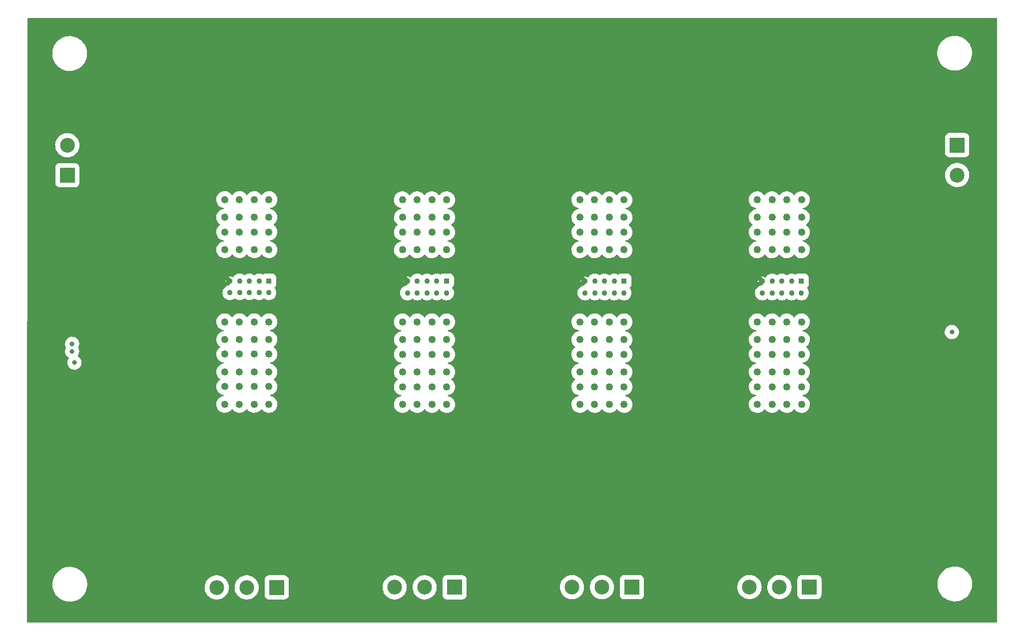
<source format=gbr>
%TF.GenerationSoftware,KiCad,Pcbnew,(6.0.1-0)*%
%TF.CreationDate,2023-01-20T10:28:08-08:00*%
%TF.ProjectId,ESC Mother,45534320-4d6f-4746-9865-722e6b696361,rev?*%
%TF.SameCoordinates,Original*%
%TF.FileFunction,Copper,L5,Inr*%
%TF.FilePolarity,Positive*%
%FSLAX46Y46*%
G04 Gerber Fmt 4.6, Leading zero omitted, Abs format (unit mm)*
G04 Created by KiCad (PCBNEW (6.0.1-0)) date 2023-01-20 10:28:08*
%MOMM*%
%LPD*%
G01*
G04 APERTURE LIST*
%TA.AperFunction,ComponentPad*%
%ADD10R,2.500000X2.500000*%
%TD*%
%TA.AperFunction,ComponentPad*%
%ADD11C,2.500000*%
%TD*%
%TA.AperFunction,ComponentPad*%
%ADD12R,0.930000X0.930000*%
%TD*%
%TA.AperFunction,ComponentPad*%
%ADD13C,0.930000*%
%TD*%
%TA.AperFunction,ComponentPad*%
%ADD14C,1.250000*%
%TD*%
%TA.AperFunction,ViaPad*%
%ADD15C,0.800000*%
%TD*%
G04 APERTURE END LIST*
D10*
%TO.N,/16V*%
%TO.C,+*%
X184850000Y-48600000D03*
D11*
%TO.N,GND*%
X184850000Y-53680000D03*
%TD*%
D10*
%TO.N,/Phase_1_T3*%
%TO.C,T3*%
X99675000Y-123590000D03*
D11*
%TO.N,/Phase_2_T3*%
X94595000Y-123590000D03*
%TO.N,/Phase_3_T3*%
X89515000Y-123590000D03*
%TD*%
D10*
%TO.N,/Phase_1_T4*%
%TO.C,T4*%
X69510000Y-123610000D03*
D11*
%TO.N,/Phase_2_T4*%
X64430000Y-123610000D03*
%TO.N,/Phase_3_T4*%
X59350000Y-123610000D03*
%TD*%
D10*
%TO.N,/Phase_1_T1*%
%TO.C,T1*%
X159810000Y-123540000D03*
D11*
%TO.N,/Phase_2_T1*%
X154730000Y-123540000D03*
%TO.N,/Phase_3_T1*%
X149650000Y-123540000D03*
%TD*%
D12*
%TO.N,unconnected-(J17-Pad01)*%
%TO.C,J4*%
X68190000Y-71630000D03*
D13*
%TO.N,unconnected-(J17-Pad02)*%
X68190000Y-73630000D03*
%TO.N,unconnected-(J17-Pad03)*%
X66540000Y-71630000D03*
%TO.N,unconnected-(J17-Pad04)*%
X66540000Y-73630000D03*
%TO.N,unconnected-(J17-Pad05)*%
X64890000Y-71630000D03*
%TO.N,unconnected-(J17-Pad06)*%
X64890000Y-73630000D03*
%TO.N,/CAL*%
X63240000Y-71630000D03*
%TO.N,/CAH*%
X63240000Y-73630000D03*
%TO.N,+5V*%
X61590000Y-71630000D03*
%TO.N,GND*%
X61590000Y-73630000D03*
D14*
%TO.N,/16V*%
X68210000Y-57840000D03*
X65710000Y-57840000D03*
X63210000Y-57840000D03*
X60710000Y-57840000D03*
X68210000Y-60840000D03*
X65710000Y-60840000D03*
X63210000Y-60840000D03*
X60710000Y-60840000D03*
%TO.N,GND*%
X68210000Y-63340000D03*
X65710000Y-63340000D03*
X63210000Y-63340000D03*
X60710000Y-63340000D03*
X68210000Y-66340000D03*
X65710000Y-66340000D03*
X63210000Y-66340000D03*
X60710000Y-66340000D03*
%TO.N,/Phase_3_T4*%
X68210000Y-78560000D03*
X65710000Y-78560000D03*
X63210000Y-78560000D03*
X60710000Y-78560000D03*
X68210000Y-81560000D03*
X65710000Y-81560000D03*
X63210000Y-81560000D03*
X60710000Y-81560000D03*
%TO.N,/Phase_2_T4*%
X68210000Y-84060000D03*
X65710000Y-84060000D03*
X63210000Y-84060000D03*
X60710000Y-84060000D03*
X68210000Y-87060000D03*
X65710000Y-87060000D03*
X63210000Y-87060000D03*
X60710000Y-87060000D03*
%TO.N,/Phase_1_T4*%
X68210000Y-89560000D03*
X65710000Y-89560000D03*
X63210000Y-89560000D03*
X60710000Y-89560000D03*
X68210000Y-92560000D03*
X65710000Y-92560000D03*
X63210000Y-92560000D03*
X60710000Y-92560000D03*
%TD*%
D12*
%TO.N,unconnected-(J2-Pad01)*%
%TO.C,J2*%
X128380000Y-71650000D03*
D13*
%TO.N,unconnected-(J2-Pad02)*%
X128380000Y-73650000D03*
%TO.N,unconnected-(J2-Pad03)*%
X126730000Y-71650000D03*
%TO.N,unconnected-(J2-Pad04)*%
X126730000Y-73650000D03*
%TO.N,unconnected-(J2-Pad05)*%
X125080000Y-71650000D03*
%TO.N,unconnected-(J2-Pad06)*%
X125080000Y-73650000D03*
%TO.N,/CAL*%
X123430000Y-71650000D03*
%TO.N,/CAH*%
X123430000Y-73650000D03*
%TO.N,+5V*%
X121780000Y-71650000D03*
%TO.N,GND*%
X121780000Y-73650000D03*
D14*
%TO.N,/16V*%
X128400000Y-57860000D03*
X125900000Y-57860000D03*
X123400000Y-57860000D03*
X120900000Y-57860000D03*
X128400000Y-60860000D03*
X125900000Y-60860000D03*
X123400000Y-60860000D03*
X120900000Y-60860000D03*
%TO.N,GND*%
X128400000Y-63360000D03*
X125900000Y-63360000D03*
X123400000Y-63360000D03*
X120900000Y-63360000D03*
X128400000Y-66360000D03*
X125900000Y-66360000D03*
X123400000Y-66360000D03*
X120900000Y-66360000D03*
%TO.N,/Phase_3_T2*%
X128400000Y-78580000D03*
X125900000Y-78580000D03*
X123400000Y-78580000D03*
X120900000Y-78580000D03*
X128400000Y-81580000D03*
X125900000Y-81580000D03*
X123400000Y-81580000D03*
X120900000Y-81580000D03*
%TO.N,/Phase_2_T2*%
X128400000Y-84080000D03*
X125900000Y-84080000D03*
X123400000Y-84080000D03*
X120900000Y-84080000D03*
X128400000Y-87080000D03*
X125900000Y-87080000D03*
X123400000Y-87080000D03*
X120900000Y-87080000D03*
%TO.N,/Phase_1_T2*%
X128400000Y-89580000D03*
X125900000Y-89580000D03*
X123400000Y-89580000D03*
X120900000Y-89580000D03*
X128400000Y-92580000D03*
X125900000Y-92580000D03*
X123400000Y-92580000D03*
X120900000Y-92580000D03*
%TD*%
D12*
%TO.N,unconnected-(J3-Pad01)*%
%TO.C,J3*%
X98300000Y-71650000D03*
D13*
%TO.N,unconnected-(J3-Pad02)*%
X98300000Y-73650000D03*
%TO.N,unconnected-(J3-Pad03)*%
X96650000Y-71650000D03*
%TO.N,unconnected-(J3-Pad04)*%
X96650000Y-73650000D03*
%TO.N,unconnected-(J3-Pad05)*%
X95000000Y-71650000D03*
%TO.N,unconnected-(J3-Pad06)*%
X95000000Y-73650000D03*
%TO.N,/CAL*%
X93350000Y-71650000D03*
%TO.N,/CAH*%
X93350000Y-73650000D03*
%TO.N,+5V*%
X91700000Y-71650000D03*
%TO.N,GND*%
X91700000Y-73650000D03*
D14*
%TO.N,/16V*%
X98320000Y-57860000D03*
X95820000Y-57860000D03*
X93320000Y-57860000D03*
X90820000Y-57860000D03*
X98320000Y-60860000D03*
X95820000Y-60860000D03*
X93320000Y-60860000D03*
X90820000Y-60860000D03*
%TO.N,GND*%
X98320000Y-63360000D03*
X95820000Y-63360000D03*
X93320000Y-63360000D03*
X90820000Y-63360000D03*
X98320000Y-66360000D03*
X95820000Y-66360000D03*
X93320000Y-66360000D03*
X90820000Y-66360000D03*
%TO.N,/Phase_3_T3*%
X98320000Y-78580000D03*
X95820000Y-78580000D03*
X93320000Y-78580000D03*
X90820000Y-78580000D03*
X98320000Y-81580000D03*
X95820000Y-81580000D03*
X93320000Y-81580000D03*
X90820000Y-81580000D03*
%TO.N,/Phase_2_T3*%
X98320000Y-84080000D03*
X95820000Y-84080000D03*
X93320000Y-84080000D03*
X90820000Y-84080000D03*
X98320000Y-87080000D03*
X95820000Y-87080000D03*
X93320000Y-87080000D03*
X90820000Y-87080000D03*
%TO.N,/Phase_1_T3*%
X98320000Y-89580000D03*
X95820000Y-89580000D03*
X93320000Y-89580000D03*
X90820000Y-89580000D03*
X98320000Y-92580000D03*
X95820000Y-92580000D03*
X93320000Y-92580000D03*
X90820000Y-92580000D03*
%TD*%
D10*
%TO.N,/Phase_1_T2*%
%TO.C,T2*%
X129725000Y-123570000D03*
D11*
%TO.N,/Phase_2_T2*%
X124645000Y-123570000D03*
%TO.N,/Phase_3_T2*%
X119565000Y-123570000D03*
%TD*%
D12*
%TO.N,unconnected-(J1-Pad01)*%
%TO.C,J1*%
X158450000Y-71650000D03*
D13*
%TO.N,unconnected-(J1-Pad02)*%
X158450000Y-73650000D03*
%TO.N,unconnected-(J1-Pad03)*%
X156800000Y-71650000D03*
%TO.N,unconnected-(J1-Pad04)*%
X156800000Y-73650000D03*
%TO.N,unconnected-(J1-Pad05)*%
X155150000Y-71650000D03*
%TO.N,unconnected-(J1-Pad06)*%
X155150000Y-73650000D03*
%TO.N,/CAL*%
X153500000Y-71650000D03*
%TO.N,/CAH*%
X153500000Y-73650000D03*
%TO.N,+5V*%
X151850000Y-71650000D03*
%TO.N,GND*%
X151850000Y-73650000D03*
D14*
%TO.N,/16V*%
X158470000Y-57860000D03*
X155970000Y-57860000D03*
X153470000Y-57860000D03*
X150970000Y-57860000D03*
X158470000Y-60860000D03*
X155970000Y-60860000D03*
X153470000Y-60860000D03*
X150970000Y-60860000D03*
%TO.N,GND*%
X158470000Y-63360000D03*
X155970000Y-63360000D03*
X153470000Y-63360000D03*
X150970000Y-63360000D03*
X158470000Y-66360000D03*
X155970000Y-66360000D03*
X153470000Y-66360000D03*
X150970000Y-66360000D03*
%TO.N,/Phase_3_T1*%
X158470000Y-78580000D03*
X155970000Y-78580000D03*
X153470000Y-78580000D03*
X150970000Y-78580000D03*
X158470000Y-81580000D03*
X155970000Y-81580000D03*
X153470000Y-81580000D03*
X150970000Y-81580000D03*
%TO.N,/Phase_2_T1*%
X158470000Y-84080000D03*
X155970000Y-84080000D03*
X153470000Y-84080000D03*
X150970000Y-84080000D03*
X158470000Y-87080000D03*
X155970000Y-87080000D03*
X153470000Y-87080000D03*
X150970000Y-87080000D03*
%TO.N,/Phase_1_T1*%
X158470000Y-89580000D03*
X155970000Y-89580000D03*
X153470000Y-89580000D03*
X150970000Y-89580000D03*
X158470000Y-92580000D03*
X155970000Y-92580000D03*
X153470000Y-92580000D03*
X150970000Y-92580000D03*
%TD*%
D10*
%TO.N,/16V*%
%TO.C,-*%
X34025000Y-53695000D03*
D11*
%TO.N,GND*%
X34025000Y-48615000D03*
%TD*%
D15*
%TO.N,GND*%
X35240000Y-85490000D03*
X183950000Y-80300000D03*
%TO.N,/CAL*%
X34850000Y-82300000D03*
%TO.N,/CAH*%
X34850000Y-83560000D03*
%TO.N,+5V*%
X35240000Y-80340000D03*
X183950000Y-85030000D03*
%TD*%
%TA.AperFunction,Conductor*%
%TO.N,+5V*%
G36*
X191609051Y-27018907D02*
G01*
X191645015Y-27068407D01*
X191649860Y-27099047D01*
X191621452Y-85550173D01*
X191600120Y-129441065D01*
X191581184Y-129499247D01*
X191531667Y-129535186D01*
X191501126Y-129540017D01*
X153496863Y-129542324D01*
X27249420Y-129549986D01*
X27191228Y-129531082D01*
X27155261Y-129481584D01*
X27150414Y-129450842D01*
X27159522Y-123203763D01*
X31507092Y-123203763D01*
X31507376Y-123206608D01*
X31516060Y-123293605D01*
X31540887Y-123542342D01*
X31541491Y-123545113D01*
X31541492Y-123545117D01*
X31603060Y-123827491D01*
X31613373Y-123874793D01*
X31723589Y-124196708D01*
X31870076Y-124503823D01*
X31871590Y-124506236D01*
X31871593Y-124506242D01*
X31938701Y-124613221D01*
X32050890Y-124792066D01*
X32263635Y-125057616D01*
X32265665Y-125059624D01*
X32265666Y-125059626D01*
X32503461Y-125294943D01*
X32503469Y-125294950D01*
X32505493Y-125296953D01*
X32614881Y-125382724D01*
X32771017Y-125505151D01*
X32771024Y-125505156D01*
X32773256Y-125506906D01*
X32775685Y-125508394D01*
X32775690Y-125508398D01*
X33060941Y-125683200D01*
X33063376Y-125684692D01*
X33065963Y-125685893D01*
X33065967Y-125685895D01*
X33369411Y-125826749D01*
X33369418Y-125826752D01*
X33372008Y-125827954D01*
X33695060Y-125934794D01*
X34028252Y-126003794D01*
X34031090Y-126004047D01*
X34031095Y-126004048D01*
X34316894Y-126029555D01*
X34327480Y-126030500D01*
X34546715Y-126030500D01*
X34799697Y-126015913D01*
X34802505Y-126015423D01*
X35132092Y-125957901D01*
X35132100Y-125957899D01*
X35134891Y-125957412D01*
X35461140Y-125860773D01*
X35774119Y-125727276D01*
X35776584Y-125725870D01*
X35776590Y-125725867D01*
X36067209Y-125560101D01*
X36069681Y-125558691D01*
X36071970Y-125557009D01*
X36071977Y-125557005D01*
X36341609Y-125358940D01*
X36341608Y-125358940D01*
X36343907Y-125357252D01*
X36593162Y-125125629D01*
X36778513Y-124908612D01*
X36812284Y-124869071D01*
X36812286Y-124869069D01*
X36814144Y-124866893D01*
X36816184Y-124863858D01*
X36916887Y-124713995D01*
X37003923Y-124584472D01*
X37159984Y-124282110D01*
X37177920Y-124234645D01*
X37212169Y-124144005D01*
X37280257Y-123963815D01*
X37288370Y-123931518D01*
X37362454Y-123636575D01*
X37363150Y-123633805D01*
X37369117Y-123588477D01*
X57294822Y-123588477D01*
X57295016Y-123591842D01*
X57295016Y-123591843D01*
X57310566Y-123861518D01*
X57310916Y-123867596D01*
X57364741Y-124141948D01*
X57372306Y-124164044D01*
X57452593Y-124398541D01*
X57455303Y-124406457D01*
X57580925Y-124656228D01*
X57739282Y-124886639D01*
X57741552Y-124889133D01*
X57741553Y-124889135D01*
X57913010Y-125077564D01*
X57927444Y-125093427D01*
X57930031Y-125095590D01*
X57930032Y-125095591D01*
X57961844Y-125122190D01*
X58141930Y-125272765D01*
X58378771Y-125421335D01*
X58381839Y-125422720D01*
X58381846Y-125422724D01*
X58523430Y-125486651D01*
X58633583Y-125536387D01*
X58636805Y-125537341D01*
X58636812Y-125537344D01*
X58830906Y-125594837D01*
X58901652Y-125615793D01*
X58904977Y-125616302D01*
X58904978Y-125616302D01*
X59174684Y-125657573D01*
X59174687Y-125657573D01*
X59178018Y-125658083D01*
X59181389Y-125658136D01*
X59181390Y-125658136D01*
X59229571Y-125658893D01*
X59457566Y-125662474D01*
X59460903Y-125662070D01*
X59460907Y-125662070D01*
X59731779Y-125629291D01*
X59731784Y-125629290D01*
X59735123Y-125628886D01*
X59917384Y-125581071D01*
X60002299Y-125558794D01*
X60002300Y-125558794D01*
X60005554Y-125557940D01*
X60229928Y-125465001D01*
X60260746Y-125452236D01*
X60260749Y-125452235D01*
X60263855Y-125450948D01*
X60266760Y-125449251D01*
X60266763Y-125449249D01*
X60502329Y-125311595D01*
X60505245Y-125309891D01*
X60725258Y-125137379D01*
X60919823Y-124936603D01*
X60926263Y-124927837D01*
X61009504Y-124814518D01*
X61085340Y-124711280D01*
X61116864Y-124653221D01*
X61169976Y-124555399D01*
X61218745Y-124465578D01*
X61287114Y-124284645D01*
X61316380Y-124207194D01*
X61316381Y-124207190D01*
X61317570Y-124204044D01*
X61372590Y-123963815D01*
X61379234Y-123934808D01*
X61379235Y-123934801D01*
X61379987Y-123931518D01*
X61380287Y-123928158D01*
X61404668Y-123654973D01*
X61404668Y-123654967D01*
X61404840Y-123653043D01*
X61405291Y-123610000D01*
X61403824Y-123588477D01*
X62374822Y-123588477D01*
X62375016Y-123591842D01*
X62375016Y-123591843D01*
X62390566Y-123861518D01*
X62390916Y-123867596D01*
X62444741Y-124141948D01*
X62452306Y-124164044D01*
X62532593Y-124398541D01*
X62535303Y-124406457D01*
X62660925Y-124656228D01*
X62819282Y-124886639D01*
X62821552Y-124889133D01*
X62821553Y-124889135D01*
X62993010Y-125077564D01*
X63007444Y-125093427D01*
X63010031Y-125095590D01*
X63010032Y-125095591D01*
X63041844Y-125122190D01*
X63221930Y-125272765D01*
X63458771Y-125421335D01*
X63461839Y-125422720D01*
X63461846Y-125422724D01*
X63603430Y-125486651D01*
X63713583Y-125536387D01*
X63716805Y-125537341D01*
X63716812Y-125537344D01*
X63910906Y-125594837D01*
X63981652Y-125615793D01*
X63984977Y-125616302D01*
X63984978Y-125616302D01*
X64254684Y-125657573D01*
X64254687Y-125657573D01*
X64258018Y-125658083D01*
X64261389Y-125658136D01*
X64261390Y-125658136D01*
X64309571Y-125658893D01*
X64537566Y-125662474D01*
X64540903Y-125662070D01*
X64540907Y-125662070D01*
X64811779Y-125629291D01*
X64811784Y-125629290D01*
X64815123Y-125628886D01*
X64997384Y-125581071D01*
X65082299Y-125558794D01*
X65082300Y-125558794D01*
X65085554Y-125557940D01*
X65309928Y-125465001D01*
X65340746Y-125452236D01*
X65340749Y-125452235D01*
X65343855Y-125450948D01*
X65346760Y-125449251D01*
X65346763Y-125449249D01*
X65582329Y-125311595D01*
X65585245Y-125309891D01*
X65805258Y-125137379D01*
X65999823Y-124936603D01*
X66006263Y-124927837D01*
X66089504Y-124814518D01*
X66165340Y-124711280D01*
X66196864Y-124653221D01*
X66249976Y-124555399D01*
X66298745Y-124465578D01*
X66367114Y-124284645D01*
X66396380Y-124207194D01*
X66396381Y-124207190D01*
X66397570Y-124204044D01*
X66452590Y-123963815D01*
X66459234Y-123934808D01*
X66459235Y-123934801D01*
X66459987Y-123931518D01*
X66460287Y-123928158D01*
X66484668Y-123654973D01*
X66484668Y-123654967D01*
X66484840Y-123653043D01*
X66485291Y-123610000D01*
X66466275Y-123331065D01*
X66439321Y-123200910D01*
X66410262Y-123060588D01*
X66410260Y-123060582D01*
X66409579Y-123057292D01*
X66401375Y-123034123D01*
X66340970Y-122863545D01*
X66316253Y-122793746D01*
X66306081Y-122774038D01*
X66189573Y-122548308D01*
X66189570Y-122548302D01*
X66188022Y-122545304D01*
X66176581Y-122529024D01*
X66029200Y-122319322D01*
X66027261Y-122316563D01*
X66009512Y-122297462D01*
X65987325Y-122273586D01*
X67459500Y-122273586D01*
X67459501Y-123611112D01*
X67459501Y-124947836D01*
X67459774Y-124952589D01*
X67460716Y-124956668D01*
X67460717Y-124956676D01*
X67498298Y-125119457D01*
X67500173Y-125127577D01*
X67502579Y-125132554D01*
X67569794Y-125271595D01*
X67578336Y-125289266D01*
X67581789Y-125293592D01*
X67581790Y-125293593D01*
X67652943Y-125382724D01*
X67690380Y-125429620D01*
X67694713Y-125433079D01*
X67824124Y-125536387D01*
X67830734Y-125541664D01*
X67835714Y-125544072D01*
X67835715Y-125544072D01*
X67935731Y-125592421D01*
X67992423Y-125619827D01*
X67997807Y-125621070D01*
X67997810Y-125621071D01*
X68076701Y-125639284D01*
X68167411Y-125660226D01*
X68172163Y-125660500D01*
X68173586Y-125660500D01*
X69514717Y-125660499D01*
X70847836Y-125660499D01*
X70852589Y-125660226D01*
X70856670Y-125659284D01*
X70856676Y-125659283D01*
X71022190Y-125621071D01*
X71022193Y-125621070D01*
X71027577Y-125619827D01*
X71084269Y-125592421D01*
X71184285Y-125544072D01*
X71184286Y-125544072D01*
X71189266Y-125541664D01*
X71195877Y-125536387D01*
X71325287Y-125433079D01*
X71329620Y-125429620D01*
X71367057Y-125382724D01*
X71438210Y-125293593D01*
X71438211Y-125293592D01*
X71441664Y-125289266D01*
X71450207Y-125271595D01*
X71517421Y-125132554D01*
X71519827Y-125127577D01*
X71522182Y-125117379D01*
X71559284Y-124956668D01*
X71560226Y-124952589D01*
X71560500Y-124947837D01*
X71560500Y-123610000D01*
X71560500Y-123568477D01*
X87459822Y-123568477D01*
X87460016Y-123571842D01*
X87460016Y-123571846D01*
X87474441Y-123822014D01*
X87475916Y-123847596D01*
X87529741Y-124121948D01*
X87538218Y-124146708D01*
X87612361Y-124363260D01*
X87620303Y-124386457D01*
X87745925Y-124636228D01*
X87904282Y-124866639D01*
X87906552Y-124869133D01*
X87906553Y-124869135D01*
X88088832Y-125069457D01*
X88092444Y-125073427D01*
X88095031Y-125075590D01*
X88095032Y-125075591D01*
X88126844Y-125102190D01*
X88306930Y-125252765D01*
X88543771Y-125401335D01*
X88546839Y-125402720D01*
X88546846Y-125402724D01*
X88704866Y-125474072D01*
X88798583Y-125516387D01*
X88801805Y-125517341D01*
X88801812Y-125517344D01*
X88946158Y-125560101D01*
X89066652Y-125595793D01*
X89069977Y-125596302D01*
X89069978Y-125596302D01*
X89339684Y-125637573D01*
X89339687Y-125637573D01*
X89343018Y-125638083D01*
X89346389Y-125638136D01*
X89346390Y-125638136D01*
X89394571Y-125638893D01*
X89622566Y-125642474D01*
X89625903Y-125642070D01*
X89625907Y-125642070D01*
X89896779Y-125609291D01*
X89896784Y-125609290D01*
X89900123Y-125608886D01*
X90099232Y-125556651D01*
X90167299Y-125538794D01*
X90167300Y-125538794D01*
X90170554Y-125537940D01*
X90370424Y-125455151D01*
X90425746Y-125432236D01*
X90425749Y-125432235D01*
X90428855Y-125430948D01*
X90431760Y-125429251D01*
X90431763Y-125429249D01*
X90667329Y-125291595D01*
X90670245Y-125289891D01*
X90890258Y-125117379D01*
X91084823Y-124916603D01*
X91091263Y-124907837D01*
X91178080Y-124789649D01*
X91250340Y-124691280D01*
X91267866Y-124659002D01*
X91382136Y-124448541D01*
X91383745Y-124445578D01*
X91463450Y-124234645D01*
X91481380Y-124187194D01*
X91481381Y-124187190D01*
X91482570Y-124184044D01*
X91509001Y-124068639D01*
X91544234Y-123914808D01*
X91544235Y-123914801D01*
X91544987Y-123911518D01*
X91568055Y-123653043D01*
X91569668Y-123634973D01*
X91569668Y-123634967D01*
X91569840Y-123633043D01*
X91570291Y-123590000D01*
X91568824Y-123568477D01*
X92539822Y-123568477D01*
X92540016Y-123571842D01*
X92540016Y-123571846D01*
X92554441Y-123822014D01*
X92555916Y-123847596D01*
X92609741Y-124121948D01*
X92618218Y-124146708D01*
X92692361Y-124363260D01*
X92700303Y-124386457D01*
X92825925Y-124636228D01*
X92984282Y-124866639D01*
X92986552Y-124869133D01*
X92986553Y-124869135D01*
X93168832Y-125069457D01*
X93172444Y-125073427D01*
X93175031Y-125075590D01*
X93175032Y-125075591D01*
X93206844Y-125102190D01*
X93386930Y-125252765D01*
X93623771Y-125401335D01*
X93626839Y-125402720D01*
X93626846Y-125402724D01*
X93784866Y-125474072D01*
X93878583Y-125516387D01*
X93881805Y-125517341D01*
X93881812Y-125517344D01*
X94026158Y-125560101D01*
X94146652Y-125595793D01*
X94149977Y-125596302D01*
X94149978Y-125596302D01*
X94419684Y-125637573D01*
X94419687Y-125637573D01*
X94423018Y-125638083D01*
X94426389Y-125638136D01*
X94426390Y-125638136D01*
X94474571Y-125638893D01*
X94702566Y-125642474D01*
X94705903Y-125642070D01*
X94705907Y-125642070D01*
X94976779Y-125609291D01*
X94976784Y-125609290D01*
X94980123Y-125608886D01*
X95179232Y-125556651D01*
X95247299Y-125538794D01*
X95247300Y-125538794D01*
X95250554Y-125537940D01*
X95450424Y-125455151D01*
X95505746Y-125432236D01*
X95505749Y-125432235D01*
X95508855Y-125430948D01*
X95511760Y-125429251D01*
X95511763Y-125429249D01*
X95747329Y-125291595D01*
X95750245Y-125289891D01*
X95970258Y-125117379D01*
X96164823Y-124916603D01*
X96171263Y-124907837D01*
X96258080Y-124789649D01*
X96330340Y-124691280D01*
X96347866Y-124659002D01*
X96462136Y-124448541D01*
X96463745Y-124445578D01*
X96543450Y-124234645D01*
X96561380Y-124187194D01*
X96561381Y-124187190D01*
X96562570Y-124184044D01*
X96589001Y-124068639D01*
X96624234Y-123914808D01*
X96624235Y-123914801D01*
X96624987Y-123911518D01*
X96648055Y-123653043D01*
X96649668Y-123634973D01*
X96649668Y-123634967D01*
X96649840Y-123633043D01*
X96650291Y-123590000D01*
X96631275Y-123311065D01*
X96598108Y-123150910D01*
X96575262Y-123040588D01*
X96575260Y-123040582D01*
X96574579Y-123037292D01*
X96566375Y-123014123D01*
X96538936Y-122936637D01*
X96481253Y-122773746D01*
X96471081Y-122754038D01*
X96354573Y-122528308D01*
X96354570Y-122528302D01*
X96353022Y-122525304D01*
X96328165Y-122489935D01*
X96194200Y-122299322D01*
X96192261Y-122296563D01*
X96181709Y-122285207D01*
X96152325Y-122253586D01*
X97624500Y-122253586D01*
X97624501Y-123591843D01*
X97624501Y-124927836D01*
X97624774Y-124932589D01*
X97625716Y-124936668D01*
X97625717Y-124936676D01*
X97663298Y-125099457D01*
X97665173Y-125107577D01*
X97667579Y-125112554D01*
X97732550Y-125246953D01*
X97743336Y-125269266D01*
X97746789Y-125273592D01*
X97746790Y-125273593D01*
X97831135Y-125379249D01*
X97855380Y-125409620D01*
X97859713Y-125413079D01*
X97989124Y-125516387D01*
X97995734Y-125521664D01*
X98000714Y-125524072D01*
X98000715Y-125524072D01*
X98072542Y-125558794D01*
X98157423Y-125599827D01*
X98162807Y-125601070D01*
X98162810Y-125601071D01*
X98241701Y-125619284D01*
X98332411Y-125640226D01*
X98337163Y-125640500D01*
X98338586Y-125640500D01*
X99679717Y-125640499D01*
X101012836Y-125640499D01*
X101017589Y-125640226D01*
X101021670Y-125639284D01*
X101021676Y-125639283D01*
X101187190Y-125601071D01*
X101187193Y-125601070D01*
X101192577Y-125599827D01*
X101277458Y-125558794D01*
X101349285Y-125524072D01*
X101349286Y-125524072D01*
X101354266Y-125521664D01*
X101360877Y-125516387D01*
X101490287Y-125413079D01*
X101494620Y-125409620D01*
X101518865Y-125379249D01*
X101603210Y-125273593D01*
X101603211Y-125273592D01*
X101606664Y-125269266D01*
X101617451Y-125246953D01*
X101682421Y-125112554D01*
X101684827Y-125107577D01*
X101687182Y-125097379D01*
X101719667Y-124956668D01*
X101725226Y-124932589D01*
X101725500Y-124927837D01*
X101725500Y-123590000D01*
X101725500Y-123548477D01*
X117509822Y-123548477D01*
X117510016Y-123551842D01*
X117510016Y-123551846D01*
X117523992Y-123794234D01*
X117525916Y-123827596D01*
X117579741Y-124101948D01*
X117592303Y-124138639D01*
X117661064Y-124339471D01*
X117670303Y-124366457D01*
X117795925Y-124616228D01*
X117954282Y-124846639D01*
X117956552Y-124849133D01*
X117956553Y-124849135D01*
X118112880Y-125020936D01*
X118142444Y-125053427D01*
X118145031Y-125055590D01*
X118145032Y-125055591D01*
X118176844Y-125082190D01*
X118356930Y-125232765D01*
X118593771Y-125381335D01*
X118596839Y-125382720D01*
X118596846Y-125382724D01*
X118706504Y-125432236D01*
X118848583Y-125496387D01*
X118851805Y-125497341D01*
X118851812Y-125497344D01*
X119056692Y-125558032D01*
X119116652Y-125575793D01*
X119119977Y-125576302D01*
X119119978Y-125576302D01*
X119389684Y-125617573D01*
X119389687Y-125617573D01*
X119393018Y-125618083D01*
X119396389Y-125618136D01*
X119396390Y-125618136D01*
X119444571Y-125618893D01*
X119672566Y-125622474D01*
X119675903Y-125622070D01*
X119675907Y-125622070D01*
X119946779Y-125589291D01*
X119946784Y-125589290D01*
X119950123Y-125588886D01*
X120220554Y-125517940D01*
X120425426Y-125433079D01*
X120475746Y-125412236D01*
X120475749Y-125412235D01*
X120478855Y-125410948D01*
X120481760Y-125409251D01*
X120481763Y-125409249D01*
X120717329Y-125271595D01*
X120720245Y-125269891D01*
X120940258Y-125097379D01*
X121134823Y-124896603D01*
X121142116Y-124886676D01*
X121248342Y-124742066D01*
X121300340Y-124671280D01*
X121307007Y-124659002D01*
X121389948Y-124506242D01*
X121433745Y-124425578D01*
X121516265Y-124207194D01*
X121531380Y-124167194D01*
X121531381Y-124167190D01*
X121532570Y-124164044D01*
X121579064Y-123961042D01*
X121594234Y-123894808D01*
X121594235Y-123894801D01*
X121594987Y-123891518D01*
X121597422Y-123864234D01*
X121619668Y-123614973D01*
X121619668Y-123614967D01*
X121619840Y-123613043D01*
X121620291Y-123570000D01*
X121618824Y-123548477D01*
X122589822Y-123548477D01*
X122590016Y-123551842D01*
X122590016Y-123551846D01*
X122603992Y-123794234D01*
X122605916Y-123827596D01*
X122659741Y-124101948D01*
X122672303Y-124138639D01*
X122741064Y-124339471D01*
X122750303Y-124366457D01*
X122875925Y-124616228D01*
X123034282Y-124846639D01*
X123036552Y-124849133D01*
X123036553Y-124849135D01*
X123192880Y-125020936D01*
X123222444Y-125053427D01*
X123225031Y-125055590D01*
X123225032Y-125055591D01*
X123256844Y-125082190D01*
X123436930Y-125232765D01*
X123673771Y-125381335D01*
X123676839Y-125382720D01*
X123676846Y-125382724D01*
X123786504Y-125432236D01*
X123928583Y-125496387D01*
X123931805Y-125497341D01*
X123931812Y-125497344D01*
X124136692Y-125558032D01*
X124196652Y-125575793D01*
X124199977Y-125576302D01*
X124199978Y-125576302D01*
X124469684Y-125617573D01*
X124469687Y-125617573D01*
X124473018Y-125618083D01*
X124476389Y-125618136D01*
X124476390Y-125618136D01*
X124524571Y-125618893D01*
X124752566Y-125622474D01*
X124755903Y-125622070D01*
X124755907Y-125622070D01*
X125026779Y-125589291D01*
X125026784Y-125589290D01*
X125030123Y-125588886D01*
X125300554Y-125517940D01*
X125505426Y-125433079D01*
X125555746Y-125412236D01*
X125555749Y-125412235D01*
X125558855Y-125410948D01*
X125561760Y-125409251D01*
X125561763Y-125409249D01*
X125797329Y-125271595D01*
X125800245Y-125269891D01*
X126020258Y-125097379D01*
X126214823Y-124896603D01*
X126222116Y-124886676D01*
X126328342Y-124742066D01*
X126380340Y-124671280D01*
X126387007Y-124659002D01*
X126469948Y-124506242D01*
X126513745Y-124425578D01*
X126596265Y-124207194D01*
X126611380Y-124167194D01*
X126611381Y-124167190D01*
X126612570Y-124164044D01*
X126659064Y-123961042D01*
X126674234Y-123894808D01*
X126674235Y-123894801D01*
X126674987Y-123891518D01*
X126677422Y-123864234D01*
X126699668Y-123614973D01*
X126699668Y-123614967D01*
X126699840Y-123613043D01*
X126700291Y-123570000D01*
X126681275Y-123291065D01*
X126652250Y-123150910D01*
X126625262Y-123020588D01*
X126625260Y-123020582D01*
X126624579Y-123017292D01*
X126531253Y-122753746D01*
X126515769Y-122723746D01*
X126404573Y-122508308D01*
X126404570Y-122508302D01*
X126403022Y-122505304D01*
X126379995Y-122472539D01*
X126244200Y-122279322D01*
X126242261Y-122276563D01*
X126239487Y-122273577D01*
X126202325Y-122233586D01*
X127674500Y-122233586D01*
X127674501Y-123571846D01*
X127674501Y-124907836D01*
X127674774Y-124912589D01*
X127675716Y-124916668D01*
X127675717Y-124916676D01*
X127712861Y-125077564D01*
X127715173Y-125087577D01*
X127717579Y-125092554D01*
X127778834Y-125219266D01*
X127793336Y-125249266D01*
X127796789Y-125253592D01*
X127796790Y-125253593D01*
X127838080Y-125305315D01*
X127905380Y-125389620D01*
X127909713Y-125393079D01*
X128039124Y-125496387D01*
X128045734Y-125501664D01*
X128050714Y-125504072D01*
X128050715Y-125504072D01*
X128145365Y-125549827D01*
X128207423Y-125579827D01*
X128212807Y-125581070D01*
X128212810Y-125581071D01*
X128278784Y-125596302D01*
X128382411Y-125620226D01*
X128387163Y-125620500D01*
X128388586Y-125620500D01*
X129729717Y-125620499D01*
X131062836Y-125620499D01*
X131067589Y-125620226D01*
X131071670Y-125619284D01*
X131071676Y-125619283D01*
X131237190Y-125581071D01*
X131237193Y-125581070D01*
X131242577Y-125579827D01*
X131304635Y-125549827D01*
X131399285Y-125504072D01*
X131399286Y-125504072D01*
X131404266Y-125501664D01*
X131410877Y-125496387D01*
X131540287Y-125393079D01*
X131544620Y-125389620D01*
X131611920Y-125305315D01*
X131653210Y-125253593D01*
X131653211Y-125253592D01*
X131656664Y-125249266D01*
X131671167Y-125219266D01*
X131732421Y-125092554D01*
X131734827Y-125087577D01*
X131737586Y-125075629D01*
X131765048Y-124956676D01*
X131775226Y-124912589D01*
X131775500Y-124907837D01*
X131775500Y-123570000D01*
X131775500Y-123518477D01*
X147594822Y-123518477D01*
X147595016Y-123521842D01*
X147595016Y-123521846D01*
X147602470Y-123651112D01*
X147610916Y-123797596D01*
X147664741Y-124071948D01*
X147665834Y-124075140D01*
X147737564Y-124284645D01*
X147755303Y-124336457D01*
X147880925Y-124586228D01*
X148039282Y-124816639D01*
X148041552Y-124819133D01*
X148041553Y-124819135D01*
X148211030Y-125005388D01*
X148227444Y-125023427D01*
X148230031Y-125025590D01*
X148230032Y-125025591D01*
X148274239Y-125062554D01*
X148441930Y-125202765D01*
X148678771Y-125351335D01*
X148681839Y-125352720D01*
X148681846Y-125352724D01*
X148792585Y-125402724D01*
X148933583Y-125466387D01*
X148936805Y-125467341D01*
X148936812Y-125467344D01*
X149110505Y-125518794D01*
X149201652Y-125545793D01*
X149204977Y-125546302D01*
X149204978Y-125546302D01*
X149474684Y-125587573D01*
X149474687Y-125587573D01*
X149478018Y-125588083D01*
X149481389Y-125588136D01*
X149481390Y-125588136D01*
X149529140Y-125588886D01*
X149757566Y-125592474D01*
X149760903Y-125592070D01*
X149760907Y-125592070D01*
X150031779Y-125559291D01*
X150031784Y-125559290D01*
X150035123Y-125558886D01*
X150226456Y-125508691D01*
X150302299Y-125488794D01*
X150302300Y-125488794D01*
X150305554Y-125487940D01*
X150494635Y-125409620D01*
X150560746Y-125382236D01*
X150560749Y-125382235D01*
X150563855Y-125380948D01*
X150566760Y-125379251D01*
X150566763Y-125379249D01*
X150802329Y-125241595D01*
X150805245Y-125239891D01*
X151025258Y-125067379D01*
X151219823Y-124866603D01*
X151221840Y-124863858D01*
X151331925Y-124713995D01*
X151385340Y-124641280D01*
X151416864Y-124583221D01*
X151488518Y-124451250D01*
X151518745Y-124395578D01*
X151592919Y-124199282D01*
X151616380Y-124137194D01*
X151616381Y-124137190D01*
X151617570Y-124134044D01*
X151657193Y-123961042D01*
X151679234Y-123864808D01*
X151679235Y-123864801D01*
X151679987Y-123861518D01*
X151680287Y-123858158D01*
X151704668Y-123584973D01*
X151704668Y-123584967D01*
X151704840Y-123583043D01*
X151705202Y-123548477D01*
X151705271Y-123541937D01*
X151705271Y-123541929D01*
X151705291Y-123540000D01*
X151703824Y-123518477D01*
X152674822Y-123518477D01*
X152675016Y-123521842D01*
X152675016Y-123521846D01*
X152682470Y-123651112D01*
X152690916Y-123797596D01*
X152744741Y-124071948D01*
X152745834Y-124075140D01*
X152817564Y-124284645D01*
X152835303Y-124336457D01*
X152960925Y-124586228D01*
X153119282Y-124816639D01*
X153121552Y-124819133D01*
X153121553Y-124819135D01*
X153291030Y-125005388D01*
X153307444Y-125023427D01*
X153310031Y-125025590D01*
X153310032Y-125025591D01*
X153354239Y-125062554D01*
X153521930Y-125202765D01*
X153758771Y-125351335D01*
X153761839Y-125352720D01*
X153761846Y-125352724D01*
X153872585Y-125402724D01*
X154013583Y-125466387D01*
X154016805Y-125467341D01*
X154016812Y-125467344D01*
X154190505Y-125518794D01*
X154281652Y-125545793D01*
X154284977Y-125546302D01*
X154284978Y-125546302D01*
X154554684Y-125587573D01*
X154554687Y-125587573D01*
X154558018Y-125588083D01*
X154561389Y-125588136D01*
X154561390Y-125588136D01*
X154609140Y-125588886D01*
X154837566Y-125592474D01*
X154840903Y-125592070D01*
X154840907Y-125592070D01*
X155111779Y-125559291D01*
X155111784Y-125559290D01*
X155115123Y-125558886D01*
X155306456Y-125508691D01*
X155382299Y-125488794D01*
X155382300Y-125488794D01*
X155385554Y-125487940D01*
X155574635Y-125409620D01*
X155640746Y-125382236D01*
X155640749Y-125382235D01*
X155643855Y-125380948D01*
X155646760Y-125379251D01*
X155646763Y-125379249D01*
X155882329Y-125241595D01*
X155885245Y-125239891D01*
X156105258Y-125067379D01*
X156299823Y-124866603D01*
X156301840Y-124863858D01*
X156411925Y-124713995D01*
X156465340Y-124641280D01*
X156496864Y-124583221D01*
X156568518Y-124451250D01*
X156598745Y-124395578D01*
X156672919Y-124199282D01*
X156696380Y-124137194D01*
X156696381Y-124137190D01*
X156697570Y-124134044D01*
X156737193Y-123961042D01*
X156759234Y-123864808D01*
X156759235Y-123864801D01*
X156759987Y-123861518D01*
X156760287Y-123858158D01*
X156784668Y-123584973D01*
X156784668Y-123584967D01*
X156784840Y-123583043D01*
X156785202Y-123548477D01*
X156785271Y-123541937D01*
X156785271Y-123541929D01*
X156785291Y-123540000D01*
X156766275Y-123261065D01*
X156724758Y-123060588D01*
X156710262Y-122990588D01*
X156710260Y-122990582D01*
X156709579Y-122987292D01*
X156697575Y-122953392D01*
X156664757Y-122860717D01*
X156616253Y-122723746D01*
X156604542Y-122701056D01*
X156489573Y-122478308D01*
X156489570Y-122478302D01*
X156488022Y-122475304D01*
X156327261Y-122246563D01*
X156316709Y-122235207D01*
X156287325Y-122203586D01*
X157759500Y-122203586D01*
X157759501Y-123541937D01*
X157759501Y-124877836D01*
X157759774Y-124882589D01*
X157760716Y-124886668D01*
X157760717Y-124886676D01*
X157798929Y-125052190D01*
X157800173Y-125057577D01*
X157878336Y-125219266D01*
X157881789Y-125223592D01*
X157881790Y-125223593D01*
X157952042Y-125311595D01*
X157990380Y-125359620D01*
X157994713Y-125363079D01*
X158124124Y-125466387D01*
X158130734Y-125471664D01*
X158135714Y-125474072D01*
X158135715Y-125474072D01*
X158210245Y-125510101D01*
X158292423Y-125549827D01*
X158297807Y-125551070D01*
X158297810Y-125551071D01*
X158384045Y-125570979D01*
X158467411Y-125590226D01*
X158472163Y-125590500D01*
X158473586Y-125590500D01*
X159814717Y-125590499D01*
X161147836Y-125590499D01*
X161152589Y-125590226D01*
X161156670Y-125589284D01*
X161156676Y-125589283D01*
X161322190Y-125551071D01*
X161322193Y-125551070D01*
X161327577Y-125549827D01*
X161409755Y-125510101D01*
X161484285Y-125474072D01*
X161484286Y-125474072D01*
X161489266Y-125471664D01*
X161495877Y-125466387D01*
X161625287Y-125363079D01*
X161629620Y-125359620D01*
X161667958Y-125311595D01*
X161738210Y-125223593D01*
X161738211Y-125223592D01*
X161741664Y-125219266D01*
X161819827Y-125057577D01*
X161821361Y-125050936D01*
X161850108Y-124926414D01*
X161860226Y-124882589D01*
X161860500Y-124877837D01*
X161860500Y-123540000D01*
X161860500Y-123153763D01*
X181497092Y-123153763D01*
X181497376Y-123156608D01*
X181512334Y-123306462D01*
X181530887Y-123492342D01*
X181531492Y-123495116D01*
X181531492Y-123495117D01*
X181548242Y-123571937D01*
X181603373Y-123824793D01*
X181713589Y-124146708D01*
X181860076Y-124453823D01*
X181861590Y-124456236D01*
X181861593Y-124456242D01*
X181944873Y-124589002D01*
X182040890Y-124742066D01*
X182042671Y-124744289D01*
X182194566Y-124933885D01*
X182253635Y-125007616D01*
X182255665Y-125009624D01*
X182255666Y-125009626D01*
X182493461Y-125244943D01*
X182493469Y-125244950D01*
X182495493Y-125246953D01*
X182561504Y-125298712D01*
X182761017Y-125455151D01*
X182761024Y-125455156D01*
X182763256Y-125456906D01*
X182765685Y-125458394D01*
X182765690Y-125458398D01*
X183033438Y-125622474D01*
X183053376Y-125634692D01*
X183055963Y-125635893D01*
X183055967Y-125635895D01*
X183359411Y-125776749D01*
X183359418Y-125776752D01*
X183362008Y-125777954D01*
X183685060Y-125884794D01*
X184018252Y-125953794D01*
X184021090Y-125954047D01*
X184021095Y-125954048D01*
X184306894Y-125979555D01*
X184317480Y-125980500D01*
X184536715Y-125980500D01*
X184789697Y-125965913D01*
X184792505Y-125965423D01*
X185122092Y-125907901D01*
X185122100Y-125907899D01*
X185124891Y-125907412D01*
X185451140Y-125810773D01*
X185764119Y-125677276D01*
X185766584Y-125675870D01*
X185766590Y-125675867D01*
X186057209Y-125510101D01*
X186059681Y-125508691D01*
X186061970Y-125507009D01*
X186061977Y-125507005D01*
X186331609Y-125308940D01*
X186331608Y-125308940D01*
X186333907Y-125307252D01*
X186583162Y-125075629D01*
X186776607Y-124849135D01*
X186802284Y-124819071D01*
X186802286Y-124819069D01*
X186804144Y-124816893D01*
X186806184Y-124813858D01*
X186856050Y-124739649D01*
X186993923Y-124534472D01*
X187149984Y-124232110D01*
X187161831Y-124200759D01*
X187250354Y-123966487D01*
X187270257Y-123913815D01*
X187275032Y-123894808D01*
X187335274Y-123654973D01*
X187353150Y-123583805D01*
X187390608Y-123299283D01*
X187397191Y-123249283D01*
X187397191Y-123249278D01*
X187397563Y-123246455D01*
X187397616Y-123243114D01*
X187401960Y-122966592D01*
X187402908Y-122906237D01*
X187396508Y-122842118D01*
X187369396Y-122570492D01*
X187369396Y-122570490D01*
X187369113Y-122567658D01*
X187359469Y-122523425D01*
X187297233Y-122237986D01*
X187297233Y-122237985D01*
X187296627Y-122235207D01*
X187186411Y-121913292D01*
X187039924Y-121606177D01*
X187035514Y-121599146D01*
X186860626Y-121320351D01*
X186859110Y-121317934D01*
X186646365Y-121052384D01*
X186626207Y-121032436D01*
X186406539Y-120815057D01*
X186406531Y-120815050D01*
X186404507Y-120813047D01*
X186202750Y-120654849D01*
X186138983Y-120604849D01*
X186138976Y-120604844D01*
X186136744Y-120603094D01*
X186134315Y-120601606D01*
X186134310Y-120601602D01*
X185849059Y-120426800D01*
X185849057Y-120426799D01*
X185846624Y-120425308D01*
X185844037Y-120424107D01*
X185844033Y-120424105D01*
X185540589Y-120283251D01*
X185540582Y-120283248D01*
X185537992Y-120282046D01*
X185214940Y-120175206D01*
X184881748Y-120106206D01*
X184878910Y-120105953D01*
X184878905Y-120105952D01*
X184584716Y-120079696D01*
X184582520Y-120079500D01*
X184363285Y-120079500D01*
X184110303Y-120094087D01*
X184107496Y-120094577D01*
X184107495Y-120094577D01*
X183777908Y-120152099D01*
X183777900Y-120152101D01*
X183775109Y-120152588D01*
X183448860Y-120249227D01*
X183135881Y-120382724D01*
X183133416Y-120384130D01*
X183133410Y-120384133D01*
X182842791Y-120549899D01*
X182840319Y-120551309D01*
X182838030Y-120552991D01*
X182838023Y-120552995D01*
X182701755Y-120653094D01*
X182566093Y-120752748D01*
X182316838Y-120984371D01*
X182095856Y-121243107D01*
X181906077Y-121525528D01*
X181904769Y-121528063D01*
X181904768Y-121528064D01*
X181898489Y-121540229D01*
X181750016Y-121827890D01*
X181749010Y-121830554D01*
X181749008Y-121830557D01*
X181709273Y-121935715D01*
X181629743Y-122146185D01*
X181629048Y-122148950D01*
X181629046Y-122148958D01*
X181591130Y-122299908D01*
X181546850Y-122476195D01*
X181528226Y-122617658D01*
X181504626Y-122796921D01*
X181502437Y-122813545D01*
X181497092Y-123153763D01*
X161860500Y-123153763D01*
X161860499Y-122203577D01*
X161860499Y-122202164D01*
X161860226Y-122197411D01*
X161859284Y-122193330D01*
X161859283Y-122193324D01*
X161821071Y-122027810D01*
X161821070Y-122027807D01*
X161819827Y-122022423D01*
X161772445Y-121924408D01*
X161744072Y-121865715D01*
X161744072Y-121865714D01*
X161741664Y-121860734D01*
X161734931Y-121852299D01*
X161633079Y-121724713D01*
X161629620Y-121720380D01*
X161552418Y-121658750D01*
X161493593Y-121611790D01*
X161493592Y-121611789D01*
X161489266Y-121608336D01*
X161472759Y-121600356D01*
X161345388Y-121538783D01*
X161327577Y-121530173D01*
X161322193Y-121528930D01*
X161322190Y-121528929D01*
X161235955Y-121509021D01*
X161152589Y-121489774D01*
X161147837Y-121489500D01*
X161146414Y-121489500D01*
X159805283Y-121489501D01*
X158472164Y-121489501D01*
X158467411Y-121489774D01*
X158463330Y-121490716D01*
X158463324Y-121490717D01*
X158297810Y-121528929D01*
X158297807Y-121528930D01*
X158292423Y-121530173D01*
X158274612Y-121538783D01*
X158147242Y-121600356D01*
X158130734Y-121608336D01*
X158126408Y-121611789D01*
X158126407Y-121611790D01*
X158067582Y-121658750D01*
X157990380Y-121720380D01*
X157986921Y-121724713D01*
X157885070Y-121852299D01*
X157878336Y-121860734D01*
X157875928Y-121865714D01*
X157875928Y-121865715D01*
X157847555Y-121924408D01*
X157800173Y-122022423D01*
X157798930Y-122027807D01*
X157798929Y-122027810D01*
X157788213Y-122074226D01*
X157759774Y-122197411D01*
X157759500Y-122202163D01*
X157759500Y-122203586D01*
X156287325Y-122203586D01*
X156190653Y-122099555D01*
X156136944Y-122041757D01*
X156113323Y-122022423D01*
X155981679Y-121914675D01*
X155920591Y-121864675D01*
X155682208Y-121718594D01*
X155678397Y-121716921D01*
X155429288Y-121607569D01*
X155429284Y-121607567D01*
X155426205Y-121606216D01*
X155376917Y-121592176D01*
X155160571Y-121530548D01*
X155160566Y-121530547D01*
X155157319Y-121529622D01*
X154880526Y-121490229D01*
X154877159Y-121490211D01*
X154877154Y-121490211D01*
X154752187Y-121489557D01*
X154600947Y-121488765D01*
X154323757Y-121525257D01*
X154320506Y-121526146D01*
X154320503Y-121526147D01*
X154269029Y-121540229D01*
X154054083Y-121599032D01*
X153796917Y-121708722D01*
X153794018Y-121710457D01*
X153782683Y-121717241D01*
X153557018Y-121852299D01*
X153338823Y-122027106D01*
X153336499Y-122029555D01*
X153148741Y-122227411D01*
X153146371Y-122229908D01*
X153144406Y-122232643D01*
X153144404Y-122232645D01*
X153104638Y-122287986D01*
X152983223Y-122456952D01*
X152852398Y-122704038D01*
X152851238Y-122707207D01*
X152851237Y-122707210D01*
X152826782Y-122774038D01*
X152756317Y-122966592D01*
X152726537Y-123103174D01*
X152703985Y-123206608D01*
X152696757Y-123239757D01*
X152674822Y-123518477D01*
X151703824Y-123518477D01*
X151686275Y-123261065D01*
X151644758Y-123060588D01*
X151630262Y-122990588D01*
X151630260Y-122990582D01*
X151629579Y-122987292D01*
X151617575Y-122953392D01*
X151584757Y-122860717D01*
X151536253Y-122723746D01*
X151524542Y-122701056D01*
X151409573Y-122478308D01*
X151409570Y-122478302D01*
X151408022Y-122475304D01*
X151247261Y-122246563D01*
X151236709Y-122235207D01*
X151110653Y-122099555D01*
X151056944Y-122041757D01*
X151033323Y-122022423D01*
X150901679Y-121914675D01*
X150840591Y-121864675D01*
X150602208Y-121718594D01*
X150598397Y-121716921D01*
X150349288Y-121607569D01*
X150349284Y-121607567D01*
X150346205Y-121606216D01*
X150296917Y-121592176D01*
X150080571Y-121530548D01*
X150080566Y-121530547D01*
X150077319Y-121529622D01*
X149800526Y-121490229D01*
X149797159Y-121490211D01*
X149797154Y-121490211D01*
X149672187Y-121489557D01*
X149520947Y-121488765D01*
X149243757Y-121525257D01*
X149240506Y-121526146D01*
X149240503Y-121526147D01*
X149189029Y-121540229D01*
X148974083Y-121599032D01*
X148716917Y-121708722D01*
X148714018Y-121710457D01*
X148702683Y-121717241D01*
X148477018Y-121852299D01*
X148258823Y-122027106D01*
X148256499Y-122029555D01*
X148068741Y-122227411D01*
X148066371Y-122229908D01*
X148064406Y-122232643D01*
X148064404Y-122232645D01*
X148024638Y-122287986D01*
X147903223Y-122456952D01*
X147772398Y-122704038D01*
X147771238Y-122707207D01*
X147771237Y-122707210D01*
X147746782Y-122774038D01*
X147676317Y-122966592D01*
X147646537Y-123103174D01*
X147623985Y-123206608D01*
X147616757Y-123239757D01*
X147594822Y-123518477D01*
X131775500Y-123518477D01*
X131775499Y-122233577D01*
X131775499Y-122232164D01*
X131775226Y-122227411D01*
X131774284Y-122223330D01*
X131774283Y-122223324D01*
X131736071Y-122057810D01*
X131736070Y-122057807D01*
X131734827Y-122052423D01*
X131671085Y-121920566D01*
X131659072Y-121895715D01*
X131659072Y-121895714D01*
X131656664Y-121890734D01*
X131649931Y-121882299D01*
X131548079Y-121754713D01*
X131544620Y-121750380D01*
X131490775Y-121707396D01*
X131408593Y-121641790D01*
X131408592Y-121641789D01*
X131404266Y-121638336D01*
X131387759Y-121630356D01*
X131247554Y-121562579D01*
X131242577Y-121560173D01*
X131237193Y-121558930D01*
X131237190Y-121558929D01*
X131149848Y-121538765D01*
X131067589Y-121519774D01*
X131062837Y-121519500D01*
X131061414Y-121519500D01*
X129720283Y-121519501D01*
X128387164Y-121519501D01*
X128382411Y-121519774D01*
X128378330Y-121520716D01*
X128378324Y-121520717D01*
X128212810Y-121558929D01*
X128212807Y-121558930D01*
X128207423Y-121560173D01*
X128202446Y-121562579D01*
X128062242Y-121630356D01*
X128045734Y-121638336D01*
X128041408Y-121641789D01*
X128041407Y-121641790D01*
X127959225Y-121707396D01*
X127905380Y-121750380D01*
X127901921Y-121754713D01*
X127800070Y-121882299D01*
X127793336Y-121890734D01*
X127790928Y-121895714D01*
X127790928Y-121895715D01*
X127778915Y-121920566D01*
X127715173Y-122052423D01*
X127713930Y-122057807D01*
X127713929Y-122057810D01*
X127704292Y-122099555D01*
X127674774Y-122227411D01*
X127674500Y-122232163D01*
X127674500Y-122233586D01*
X126202325Y-122233586D01*
X126123683Y-122148958D01*
X126051944Y-122071757D01*
X126028323Y-122052423D01*
X125885732Y-121935715D01*
X125835591Y-121894675D01*
X125597208Y-121748594D01*
X125593397Y-121746921D01*
X125344288Y-121637569D01*
X125344284Y-121637567D01*
X125341205Y-121636216D01*
X125244785Y-121608750D01*
X125075571Y-121560548D01*
X125075566Y-121560547D01*
X125072319Y-121559622D01*
X124795526Y-121520229D01*
X124792159Y-121520211D01*
X124792154Y-121520211D01*
X124667187Y-121519557D01*
X124515947Y-121518765D01*
X124238757Y-121555257D01*
X124235506Y-121556146D01*
X124235503Y-121556147D01*
X124155389Y-121578064D01*
X123969083Y-121629032D01*
X123711917Y-121738722D01*
X123709018Y-121740457D01*
X123697683Y-121747241D01*
X123472018Y-121882299D01*
X123253823Y-122057106D01*
X123251499Y-122059555D01*
X123077109Y-122243324D01*
X123061371Y-122259908D01*
X123059406Y-122262643D01*
X123059404Y-122262645D01*
X122905953Y-122476195D01*
X122898223Y-122486952D01*
X122767398Y-122734038D01*
X122766238Y-122737207D01*
X122766237Y-122737210D01*
X122738303Y-122813545D01*
X122671317Y-122996592D01*
X122658773Y-123054123D01*
X122616838Y-123246455D01*
X122611757Y-123269757D01*
X122589822Y-123548477D01*
X121618824Y-123548477D01*
X121601275Y-123291065D01*
X121572250Y-123150910D01*
X121545262Y-123020588D01*
X121545260Y-123020582D01*
X121544579Y-123017292D01*
X121451253Y-122753746D01*
X121435769Y-122723746D01*
X121324573Y-122508308D01*
X121324570Y-122508302D01*
X121323022Y-122505304D01*
X121299995Y-122472539D01*
X121164200Y-122279322D01*
X121162261Y-122276563D01*
X121159487Y-122273577D01*
X121043683Y-122148958D01*
X120971944Y-122071757D01*
X120948323Y-122052423D01*
X120805732Y-121935715D01*
X120755591Y-121894675D01*
X120517208Y-121748594D01*
X120513397Y-121746921D01*
X120264288Y-121637569D01*
X120264284Y-121637567D01*
X120261205Y-121636216D01*
X120164785Y-121608750D01*
X119995571Y-121560548D01*
X119995566Y-121560547D01*
X119992319Y-121559622D01*
X119715526Y-121520229D01*
X119712159Y-121520211D01*
X119712154Y-121520211D01*
X119587187Y-121519557D01*
X119435947Y-121518765D01*
X119158757Y-121555257D01*
X119155506Y-121556146D01*
X119155503Y-121556147D01*
X119075389Y-121578064D01*
X118889083Y-121629032D01*
X118631917Y-121738722D01*
X118629018Y-121740457D01*
X118617683Y-121747241D01*
X118392018Y-121882299D01*
X118173823Y-122057106D01*
X118171499Y-122059555D01*
X117997109Y-122243324D01*
X117981371Y-122259908D01*
X117979406Y-122262643D01*
X117979404Y-122262645D01*
X117825953Y-122476195D01*
X117818223Y-122486952D01*
X117687398Y-122734038D01*
X117686238Y-122737207D01*
X117686237Y-122737210D01*
X117658303Y-122813545D01*
X117591317Y-122996592D01*
X117578773Y-123054123D01*
X117536838Y-123246455D01*
X117531757Y-123269757D01*
X117509822Y-123548477D01*
X101725500Y-123548477D01*
X101725499Y-122253577D01*
X101725499Y-122252164D01*
X101725226Y-122247411D01*
X101724284Y-122243330D01*
X101724283Y-122243324D01*
X101686071Y-122077810D01*
X101686070Y-122077807D01*
X101684827Y-122072423D01*
X101630827Y-121960718D01*
X101609072Y-121915715D01*
X101609072Y-121915714D01*
X101606664Y-121910734D01*
X101599931Y-121902299D01*
X101498079Y-121774713D01*
X101494620Y-121770380D01*
X101429749Y-121718594D01*
X101358593Y-121661790D01*
X101358592Y-121661789D01*
X101354266Y-121658336D01*
X101337759Y-121650356D01*
X101197554Y-121582579D01*
X101192577Y-121580173D01*
X101187193Y-121578930D01*
X101187190Y-121578929D01*
X101099848Y-121558765D01*
X101017589Y-121539774D01*
X101012837Y-121539500D01*
X101011414Y-121539500D01*
X99670283Y-121539501D01*
X98337164Y-121539501D01*
X98332411Y-121539774D01*
X98328330Y-121540716D01*
X98328324Y-121540717D01*
X98162810Y-121578929D01*
X98162807Y-121578930D01*
X98157423Y-121580173D01*
X98152446Y-121582579D01*
X98012242Y-121650356D01*
X97995734Y-121658336D01*
X97991408Y-121661789D01*
X97991407Y-121661790D01*
X97920251Y-121718594D01*
X97855380Y-121770380D01*
X97851921Y-121774713D01*
X97750070Y-121902299D01*
X97743336Y-121910734D01*
X97740928Y-121915714D01*
X97740928Y-121915715D01*
X97719173Y-121960718D01*
X97665173Y-122072423D01*
X97663930Y-122077807D01*
X97663929Y-122077810D01*
X97659312Y-122097810D01*
X97624774Y-122247411D01*
X97624500Y-122252163D01*
X97624500Y-122253586D01*
X96152325Y-122253586D01*
X96101561Y-122198958D01*
X96001944Y-122091757D01*
X95978323Y-122072423D01*
X95848292Y-121965995D01*
X95785591Y-121914675D01*
X95547208Y-121768594D01*
X95543397Y-121766921D01*
X95294288Y-121657569D01*
X95294284Y-121657567D01*
X95291205Y-121656216D01*
X95192654Y-121628143D01*
X95025571Y-121580548D01*
X95025566Y-121580547D01*
X95022319Y-121579622D01*
X94745526Y-121540229D01*
X94742159Y-121540211D01*
X94742154Y-121540211D01*
X94617187Y-121539557D01*
X94465947Y-121538765D01*
X94188757Y-121575257D01*
X94185506Y-121576146D01*
X94185503Y-121576147D01*
X94105100Y-121598143D01*
X93919083Y-121649032D01*
X93661917Y-121758722D01*
X93659018Y-121760457D01*
X93647683Y-121767241D01*
X93422018Y-121902299D01*
X93203823Y-122077106D01*
X93201499Y-122079555D01*
X93027109Y-122263324D01*
X93011371Y-122279908D01*
X93009406Y-122282643D01*
X93009404Y-122282645D01*
X92864565Y-122484210D01*
X92848223Y-122506952D01*
X92717398Y-122754038D01*
X92716238Y-122757207D01*
X92716237Y-122757210D01*
X92694579Y-122816395D01*
X92621317Y-123016592D01*
X92592031Y-123150910D01*
X92565386Y-123273114D01*
X92561757Y-123289757D01*
X92539822Y-123568477D01*
X91568824Y-123568477D01*
X91551275Y-123311065D01*
X91518108Y-123150910D01*
X91495262Y-123040588D01*
X91495260Y-123040582D01*
X91494579Y-123037292D01*
X91486375Y-123014123D01*
X91458936Y-122936637D01*
X91401253Y-122773746D01*
X91391081Y-122754038D01*
X91274573Y-122528308D01*
X91274570Y-122528302D01*
X91273022Y-122525304D01*
X91248165Y-122489935D01*
X91114200Y-122299322D01*
X91112261Y-122296563D01*
X91101709Y-122285207D01*
X91021561Y-122198958D01*
X90921944Y-122091757D01*
X90898323Y-122072423D01*
X90768292Y-121965995D01*
X90705591Y-121914675D01*
X90467208Y-121768594D01*
X90463397Y-121766921D01*
X90214288Y-121657569D01*
X90214284Y-121657567D01*
X90211205Y-121656216D01*
X90112654Y-121628143D01*
X89945571Y-121580548D01*
X89945566Y-121580547D01*
X89942319Y-121579622D01*
X89665526Y-121540229D01*
X89662159Y-121540211D01*
X89662154Y-121540211D01*
X89537187Y-121539557D01*
X89385947Y-121538765D01*
X89108757Y-121575257D01*
X89105506Y-121576146D01*
X89105503Y-121576147D01*
X89025100Y-121598143D01*
X88839083Y-121649032D01*
X88581917Y-121758722D01*
X88579018Y-121760457D01*
X88567683Y-121767241D01*
X88342018Y-121902299D01*
X88123823Y-122077106D01*
X88121499Y-122079555D01*
X87947109Y-122263324D01*
X87931371Y-122279908D01*
X87929406Y-122282643D01*
X87929404Y-122282645D01*
X87784565Y-122484210D01*
X87768223Y-122506952D01*
X87637398Y-122754038D01*
X87636238Y-122757207D01*
X87636237Y-122757210D01*
X87614579Y-122816395D01*
X87541317Y-123016592D01*
X87512031Y-123150910D01*
X87485386Y-123273114D01*
X87481757Y-123289757D01*
X87459822Y-123568477D01*
X71560500Y-123568477D01*
X71560499Y-122273577D01*
X71560499Y-122272164D01*
X71560226Y-122267411D01*
X71559284Y-122263330D01*
X71559283Y-122263324D01*
X71521071Y-122097810D01*
X71521070Y-122097807D01*
X71519827Y-122092423D01*
X71441664Y-121930734D01*
X71434931Y-121922299D01*
X71333079Y-121794713D01*
X71329620Y-121790380D01*
X71189266Y-121678336D01*
X71172759Y-121670356D01*
X71032554Y-121602579D01*
X71027577Y-121600173D01*
X71022193Y-121598930D01*
X71022190Y-121598929D01*
X70931812Y-121578064D01*
X70852589Y-121559774D01*
X70847837Y-121559500D01*
X70846414Y-121559500D01*
X69505283Y-121559501D01*
X68172164Y-121559501D01*
X68167411Y-121559774D01*
X68163330Y-121560716D01*
X68163324Y-121560717D01*
X67997810Y-121598929D01*
X67997807Y-121598930D01*
X67992423Y-121600173D01*
X67987446Y-121602579D01*
X67847242Y-121670356D01*
X67830734Y-121678336D01*
X67690380Y-121790380D01*
X67686921Y-121794713D01*
X67585070Y-121922299D01*
X67578336Y-121930734D01*
X67500173Y-122092423D01*
X67459774Y-122267411D01*
X67459500Y-122272163D01*
X67459500Y-122273586D01*
X65987325Y-122273586D01*
X65940618Y-122223324D01*
X65836944Y-122111757D01*
X65813323Y-122092423D01*
X65721718Y-122017446D01*
X65620591Y-121934675D01*
X65382208Y-121788594D01*
X65378397Y-121786921D01*
X65129288Y-121677569D01*
X65129284Y-121677567D01*
X65126205Y-121676216D01*
X65052751Y-121655292D01*
X64860571Y-121600548D01*
X64860566Y-121600547D01*
X64857319Y-121599622D01*
X64580526Y-121560229D01*
X64577159Y-121560211D01*
X64577154Y-121560211D01*
X64452187Y-121559557D01*
X64300947Y-121558765D01*
X64023757Y-121595257D01*
X64020506Y-121596146D01*
X64020503Y-121596147D01*
X63974435Y-121608750D01*
X63754083Y-121669032D01*
X63496917Y-121778722D01*
X63494018Y-121780457D01*
X63482683Y-121787241D01*
X63257018Y-121922299D01*
X63038823Y-122097106D01*
X63036499Y-122099555D01*
X62857685Y-122287986D01*
X62846371Y-122299908D01*
X62844406Y-122302643D01*
X62844404Y-122302645D01*
X62698779Y-122505304D01*
X62683223Y-122526952D01*
X62552398Y-122774038D01*
X62551238Y-122777207D01*
X62551237Y-122777210D01*
X62520678Y-122860717D01*
X62456317Y-123036592D01*
X62430769Y-123153763D01*
X62399041Y-123299283D01*
X62396757Y-123309757D01*
X62374822Y-123588477D01*
X61403824Y-123588477D01*
X61386275Y-123331065D01*
X61359321Y-123200910D01*
X61330262Y-123060588D01*
X61330260Y-123060582D01*
X61329579Y-123057292D01*
X61321375Y-123034123D01*
X61260970Y-122863545D01*
X61236253Y-122793746D01*
X61226081Y-122774038D01*
X61109573Y-122548308D01*
X61109570Y-122548302D01*
X61108022Y-122545304D01*
X61096581Y-122529024D01*
X60949200Y-122319322D01*
X60947261Y-122316563D01*
X60929512Y-122297462D01*
X60860618Y-122223324D01*
X60756944Y-122111757D01*
X60733323Y-122092423D01*
X60641718Y-122017446D01*
X60540591Y-121934675D01*
X60302208Y-121788594D01*
X60298397Y-121786921D01*
X60049288Y-121677569D01*
X60049284Y-121677567D01*
X60046205Y-121676216D01*
X59972751Y-121655292D01*
X59780571Y-121600548D01*
X59780566Y-121600547D01*
X59777319Y-121599622D01*
X59500526Y-121560229D01*
X59497159Y-121560211D01*
X59497154Y-121560211D01*
X59372187Y-121559557D01*
X59220947Y-121558765D01*
X58943757Y-121595257D01*
X58940506Y-121596146D01*
X58940503Y-121596147D01*
X58894435Y-121608750D01*
X58674083Y-121669032D01*
X58416917Y-121778722D01*
X58414018Y-121780457D01*
X58402683Y-121787241D01*
X58177018Y-121922299D01*
X57958823Y-122097106D01*
X57956499Y-122099555D01*
X57777685Y-122287986D01*
X57766371Y-122299908D01*
X57764406Y-122302643D01*
X57764404Y-122302645D01*
X57618779Y-122505304D01*
X57603223Y-122526952D01*
X57472398Y-122774038D01*
X57471238Y-122777207D01*
X57471237Y-122777210D01*
X57440678Y-122860717D01*
X57376317Y-123036592D01*
X57350769Y-123153763D01*
X57319041Y-123299283D01*
X57316757Y-123309757D01*
X57294822Y-123588477D01*
X37369117Y-123588477D01*
X37389145Y-123436350D01*
X37407191Y-123299283D01*
X37407191Y-123299278D01*
X37407563Y-123296455D01*
X37407616Y-123293114D01*
X37411635Y-123037292D01*
X37412908Y-122956237D01*
X37406508Y-122892118D01*
X37379396Y-122620492D01*
X37379396Y-122620490D01*
X37379113Y-122617658D01*
X37351265Y-122489935D01*
X37307233Y-122287986D01*
X37307233Y-122287985D01*
X37306627Y-122285207D01*
X37196411Y-121963292D01*
X37049924Y-121656177D01*
X37044885Y-121648143D01*
X36870626Y-121370351D01*
X36869110Y-121367934D01*
X36656365Y-121102384D01*
X36608090Y-121054612D01*
X36416539Y-120865057D01*
X36416531Y-120865050D01*
X36414507Y-120863047D01*
X36276308Y-120754685D01*
X36148983Y-120654849D01*
X36148976Y-120654844D01*
X36146744Y-120653094D01*
X36144315Y-120651606D01*
X36144310Y-120651602D01*
X35859059Y-120476800D01*
X35859057Y-120476799D01*
X35856624Y-120475308D01*
X35854037Y-120474107D01*
X35854033Y-120474105D01*
X35550589Y-120333251D01*
X35550582Y-120333248D01*
X35547992Y-120332046D01*
X35224940Y-120225206D01*
X34891748Y-120156206D01*
X34888910Y-120155953D01*
X34888905Y-120155952D01*
X34594716Y-120129696D01*
X34592520Y-120129500D01*
X34373285Y-120129500D01*
X34120303Y-120144087D01*
X34117496Y-120144577D01*
X34117495Y-120144577D01*
X33787908Y-120202099D01*
X33787900Y-120202101D01*
X33785109Y-120202588D01*
X33458860Y-120299227D01*
X33145881Y-120432724D01*
X33143416Y-120434130D01*
X33143410Y-120434133D01*
X32935023Y-120552995D01*
X32850319Y-120601309D01*
X32848030Y-120602991D01*
X32848023Y-120602995D01*
X32781853Y-120651602D01*
X32576093Y-120802748D01*
X32326838Y-121034371D01*
X32105856Y-121293107D01*
X31916077Y-121575528D01*
X31914769Y-121578063D01*
X31914768Y-121578064D01*
X31903999Y-121598929D01*
X31760016Y-121877890D01*
X31759010Y-121880554D01*
X31759008Y-121880557D01*
X31728718Y-121960718D01*
X31639743Y-122196185D01*
X31639048Y-122198950D01*
X31639046Y-122198958D01*
X31613002Y-122302645D01*
X31556850Y-122526195D01*
X31545174Y-122614883D01*
X31519020Y-122813545D01*
X31512437Y-122863545D01*
X31512392Y-122866391D01*
X31512392Y-122866395D01*
X31510347Y-122996592D01*
X31507092Y-123203763D01*
X27159522Y-123203763D01*
X27204250Y-92525053D01*
X59280042Y-92525053D01*
X59293535Y-92759071D01*
X59294427Y-92763028D01*
X59315886Y-92858247D01*
X59345069Y-92987743D01*
X59346598Y-92991507D01*
X59346599Y-92991512D01*
X59431728Y-93201158D01*
X59433259Y-93204928D01*
X59435383Y-93208394D01*
X59435385Y-93208398D01*
X59503777Y-93320003D01*
X59555736Y-93404793D01*
X59558395Y-93407863D01*
X59558396Y-93407864D01*
X59629481Y-93489927D01*
X59709212Y-93581971D01*
X59889565Y-93731703D01*
X60091951Y-93849968D01*
X60310935Y-93933590D01*
X60314910Y-93934399D01*
X60314911Y-93934399D01*
X60536654Y-93979513D01*
X60536658Y-93979513D01*
X60540637Y-93980323D01*
X60544697Y-93980472D01*
X60544698Y-93980472D01*
X60585311Y-93981961D01*
X60774887Y-93988913D01*
X60778906Y-93988398D01*
X60778910Y-93988398D01*
X61003362Y-93959645D01*
X61003368Y-93959644D01*
X61007394Y-93959128D01*
X61011287Y-93957960D01*
X61011292Y-93957959D01*
X61171214Y-93909979D01*
X61231914Y-93891768D01*
X61342707Y-93837491D01*
X61438771Y-93790430D01*
X61438774Y-93790428D01*
X61442418Y-93788643D01*
X61633253Y-93652522D01*
X61799293Y-93487061D01*
X61801663Y-93483763D01*
X61877960Y-93377585D01*
X61927271Y-93341363D01*
X61988456Y-93341043D01*
X62038143Y-93376747D01*
X62042761Y-93383619D01*
X62055736Y-93404793D01*
X62058395Y-93407863D01*
X62058396Y-93407864D01*
X62129481Y-93489927D01*
X62209212Y-93581971D01*
X62389565Y-93731703D01*
X62591951Y-93849968D01*
X62810935Y-93933590D01*
X62814910Y-93934399D01*
X62814911Y-93934399D01*
X63036654Y-93979513D01*
X63036658Y-93979513D01*
X63040637Y-93980323D01*
X63044697Y-93980472D01*
X63044698Y-93980472D01*
X63085311Y-93981961D01*
X63274887Y-93988913D01*
X63278906Y-93988398D01*
X63278910Y-93988398D01*
X63503362Y-93959645D01*
X63503368Y-93959644D01*
X63507394Y-93959128D01*
X63511287Y-93957960D01*
X63511292Y-93957959D01*
X63671214Y-93909979D01*
X63731914Y-93891768D01*
X63842707Y-93837491D01*
X63938771Y-93790430D01*
X63938774Y-93790428D01*
X63942418Y-93788643D01*
X64133253Y-93652522D01*
X64299293Y-93487061D01*
X64301663Y-93483763D01*
X64377960Y-93377585D01*
X64427271Y-93341363D01*
X64488456Y-93341043D01*
X64538143Y-93376747D01*
X64542761Y-93383619D01*
X64555736Y-93404793D01*
X64558395Y-93407863D01*
X64558396Y-93407864D01*
X64629481Y-93489927D01*
X64709212Y-93581971D01*
X64889565Y-93731703D01*
X65091951Y-93849968D01*
X65310935Y-93933590D01*
X65314910Y-93934399D01*
X65314911Y-93934399D01*
X65536654Y-93979513D01*
X65536658Y-93979513D01*
X65540637Y-93980323D01*
X65544697Y-93980472D01*
X65544698Y-93980472D01*
X65585311Y-93981961D01*
X65774887Y-93988913D01*
X65778906Y-93988398D01*
X65778910Y-93988398D01*
X66003362Y-93959645D01*
X66003368Y-93959644D01*
X66007394Y-93959128D01*
X66011287Y-93957960D01*
X66011292Y-93957959D01*
X66171214Y-93909979D01*
X66231914Y-93891768D01*
X66342707Y-93837491D01*
X66438771Y-93790430D01*
X66438774Y-93790428D01*
X66442418Y-93788643D01*
X66633253Y-93652522D01*
X66799293Y-93487061D01*
X66801663Y-93483763D01*
X66877960Y-93377585D01*
X66927271Y-93341363D01*
X66988456Y-93341043D01*
X67038143Y-93376747D01*
X67042761Y-93383619D01*
X67055736Y-93404793D01*
X67058395Y-93407863D01*
X67058396Y-93407864D01*
X67129481Y-93489927D01*
X67209212Y-93581971D01*
X67389565Y-93731703D01*
X67591951Y-93849968D01*
X67810935Y-93933590D01*
X67814910Y-93934399D01*
X67814911Y-93934399D01*
X68036654Y-93979513D01*
X68036658Y-93979513D01*
X68040637Y-93980323D01*
X68044697Y-93980472D01*
X68044698Y-93980472D01*
X68085311Y-93981961D01*
X68274887Y-93988913D01*
X68278906Y-93988398D01*
X68278910Y-93988398D01*
X68503362Y-93959645D01*
X68503368Y-93959644D01*
X68507394Y-93959128D01*
X68511287Y-93957960D01*
X68511292Y-93957959D01*
X68671214Y-93909979D01*
X68731914Y-93891768D01*
X68842707Y-93837491D01*
X68938771Y-93790430D01*
X68938774Y-93790428D01*
X68942418Y-93788643D01*
X69133253Y-93652522D01*
X69299293Y-93487061D01*
X69373616Y-93383630D01*
X69433708Y-93300003D01*
X69433709Y-93300001D01*
X69436079Y-93296703D01*
X69437877Y-93293065D01*
X69437880Y-93293060D01*
X69538138Y-93090202D01*
X69539938Y-93086560D01*
X69541116Y-93082684D01*
X69541118Y-93082678D01*
X69606901Y-92866160D01*
X69606901Y-92866159D01*
X69608081Y-92862276D01*
X69638677Y-92629874D01*
X69640385Y-92560000D01*
X69639156Y-92545053D01*
X89390042Y-92545053D01*
X89403535Y-92779071D01*
X89404427Y-92783028D01*
X89450562Y-92987743D01*
X89455069Y-93007743D01*
X89456598Y-93011507D01*
X89456599Y-93011512D01*
X89496673Y-93110202D01*
X89543259Y-93224928D01*
X89545383Y-93228394D01*
X89545385Y-93228398D01*
X89601521Y-93320003D01*
X89665736Y-93424793D01*
X89668395Y-93427863D01*
X89668396Y-93427864D01*
X89804136Y-93584567D01*
X89819212Y-93601971D01*
X89999565Y-93751703D01*
X90201951Y-93869968D01*
X90420935Y-93953590D01*
X90424910Y-93954399D01*
X90424911Y-93954399D01*
X90646654Y-93999513D01*
X90646658Y-93999513D01*
X90650637Y-94000323D01*
X90654697Y-94000472D01*
X90654698Y-94000472D01*
X90695311Y-94001961D01*
X90884887Y-94008913D01*
X90888906Y-94008398D01*
X90888910Y-94008398D01*
X91113362Y-93979645D01*
X91113368Y-93979644D01*
X91117394Y-93979128D01*
X91121287Y-93977960D01*
X91121292Y-93977959D01*
X91280542Y-93930181D01*
X91341914Y-93911768D01*
X91472244Y-93847920D01*
X91548771Y-93810430D01*
X91548774Y-93810428D01*
X91552418Y-93808643D01*
X91743253Y-93672522D01*
X91909293Y-93507061D01*
X91921605Y-93489927D01*
X91987960Y-93397585D01*
X92037271Y-93361363D01*
X92098456Y-93361043D01*
X92148143Y-93396747D01*
X92152761Y-93403619D01*
X92165736Y-93424793D01*
X92168395Y-93427863D01*
X92168396Y-93427864D01*
X92304136Y-93584567D01*
X92319212Y-93601971D01*
X92499565Y-93751703D01*
X92701951Y-93869968D01*
X92920935Y-93953590D01*
X92924910Y-93954399D01*
X92924911Y-93954399D01*
X93146654Y-93999513D01*
X93146658Y-93999513D01*
X93150637Y-94000323D01*
X93154697Y-94000472D01*
X93154698Y-94000472D01*
X93195311Y-94001961D01*
X93384887Y-94008913D01*
X93388906Y-94008398D01*
X93388910Y-94008398D01*
X93613362Y-93979645D01*
X93613368Y-93979644D01*
X93617394Y-93979128D01*
X93621287Y-93977960D01*
X93621292Y-93977959D01*
X93780542Y-93930181D01*
X93841914Y-93911768D01*
X93972244Y-93847920D01*
X94048771Y-93810430D01*
X94048774Y-93810428D01*
X94052418Y-93808643D01*
X94243253Y-93672522D01*
X94409293Y-93507061D01*
X94421605Y-93489927D01*
X94487960Y-93397585D01*
X94537271Y-93361363D01*
X94598456Y-93361043D01*
X94648143Y-93396747D01*
X94652761Y-93403619D01*
X94665736Y-93424793D01*
X94668395Y-93427863D01*
X94668396Y-93427864D01*
X94804136Y-93584567D01*
X94819212Y-93601971D01*
X94999565Y-93751703D01*
X95201951Y-93869968D01*
X95420935Y-93953590D01*
X95424910Y-93954399D01*
X95424911Y-93954399D01*
X95646654Y-93999513D01*
X95646658Y-93999513D01*
X95650637Y-94000323D01*
X95654697Y-94000472D01*
X95654698Y-94000472D01*
X95695311Y-94001961D01*
X95884887Y-94008913D01*
X95888906Y-94008398D01*
X95888910Y-94008398D01*
X96113362Y-93979645D01*
X96113368Y-93979644D01*
X96117394Y-93979128D01*
X96121287Y-93977960D01*
X96121292Y-93977959D01*
X96280542Y-93930181D01*
X96341914Y-93911768D01*
X96472244Y-93847920D01*
X96548771Y-93810430D01*
X96548774Y-93810428D01*
X96552418Y-93808643D01*
X96743253Y-93672522D01*
X96909293Y-93507061D01*
X96921605Y-93489927D01*
X96987960Y-93397585D01*
X97037271Y-93361363D01*
X97098456Y-93361043D01*
X97148143Y-93396747D01*
X97152761Y-93403619D01*
X97165736Y-93424793D01*
X97168395Y-93427863D01*
X97168396Y-93427864D01*
X97304136Y-93584567D01*
X97319212Y-93601971D01*
X97499565Y-93751703D01*
X97701951Y-93869968D01*
X97920935Y-93953590D01*
X97924910Y-93954399D01*
X97924911Y-93954399D01*
X98146654Y-93999513D01*
X98146658Y-93999513D01*
X98150637Y-94000323D01*
X98154697Y-94000472D01*
X98154698Y-94000472D01*
X98195311Y-94001961D01*
X98384887Y-94008913D01*
X98388906Y-94008398D01*
X98388910Y-94008398D01*
X98613362Y-93979645D01*
X98613368Y-93979644D01*
X98617394Y-93979128D01*
X98621287Y-93977960D01*
X98621292Y-93977959D01*
X98780542Y-93930181D01*
X98841914Y-93911768D01*
X98972244Y-93847920D01*
X99048771Y-93810430D01*
X99048774Y-93810428D01*
X99052418Y-93808643D01*
X99243253Y-93672522D01*
X99409293Y-93507061D01*
X99485272Y-93401325D01*
X99543708Y-93320003D01*
X99543709Y-93320001D01*
X99546079Y-93316703D01*
X99547877Y-93313065D01*
X99547880Y-93313060D01*
X99648138Y-93110202D01*
X99649938Y-93106560D01*
X99651116Y-93102684D01*
X99651118Y-93102678D01*
X99716901Y-92886160D01*
X99716901Y-92886159D01*
X99718081Y-92882276D01*
X99748677Y-92649874D01*
X99750385Y-92580000D01*
X99747512Y-92545053D01*
X119470042Y-92545053D01*
X119483535Y-92779071D01*
X119484427Y-92783028D01*
X119530562Y-92987743D01*
X119535069Y-93007743D01*
X119536598Y-93011507D01*
X119536599Y-93011512D01*
X119576673Y-93110202D01*
X119623259Y-93224928D01*
X119625383Y-93228394D01*
X119625385Y-93228398D01*
X119681521Y-93320003D01*
X119745736Y-93424793D01*
X119748395Y-93427863D01*
X119748396Y-93427864D01*
X119884136Y-93584567D01*
X119899212Y-93601971D01*
X120079565Y-93751703D01*
X120281951Y-93869968D01*
X120500935Y-93953590D01*
X120504910Y-93954399D01*
X120504911Y-93954399D01*
X120726654Y-93999513D01*
X120726658Y-93999513D01*
X120730637Y-94000323D01*
X120734697Y-94000472D01*
X120734698Y-94000472D01*
X120775311Y-94001961D01*
X120964887Y-94008913D01*
X120968906Y-94008398D01*
X120968910Y-94008398D01*
X121193362Y-93979645D01*
X121193368Y-93979644D01*
X121197394Y-93979128D01*
X121201287Y-93977960D01*
X121201292Y-93977959D01*
X121360542Y-93930181D01*
X121421914Y-93911768D01*
X121552244Y-93847920D01*
X121628771Y-93810430D01*
X121628774Y-93810428D01*
X121632418Y-93808643D01*
X121823253Y-93672522D01*
X121989293Y-93507061D01*
X122001605Y-93489927D01*
X122067960Y-93397585D01*
X122117271Y-93361363D01*
X122178456Y-93361043D01*
X122228143Y-93396747D01*
X122232761Y-93403619D01*
X122245736Y-93424793D01*
X122248395Y-93427863D01*
X122248396Y-93427864D01*
X122384136Y-93584567D01*
X122399212Y-93601971D01*
X122579565Y-93751703D01*
X122781951Y-93869968D01*
X123000935Y-93953590D01*
X123004910Y-93954399D01*
X123004911Y-93954399D01*
X123226654Y-93999513D01*
X123226658Y-93999513D01*
X123230637Y-94000323D01*
X123234697Y-94000472D01*
X123234698Y-94000472D01*
X123275311Y-94001961D01*
X123464887Y-94008913D01*
X123468906Y-94008398D01*
X123468910Y-94008398D01*
X123693362Y-93979645D01*
X123693368Y-93979644D01*
X123697394Y-93979128D01*
X123701287Y-93977960D01*
X123701292Y-93977959D01*
X123860542Y-93930181D01*
X123921914Y-93911768D01*
X124052244Y-93847920D01*
X124128771Y-93810430D01*
X124128774Y-93810428D01*
X124132418Y-93808643D01*
X124323253Y-93672522D01*
X124489293Y-93507061D01*
X124501605Y-93489927D01*
X124567960Y-93397585D01*
X124617271Y-93361363D01*
X124678456Y-93361043D01*
X124728143Y-93396747D01*
X124732761Y-93403619D01*
X124745736Y-93424793D01*
X124748395Y-93427863D01*
X124748396Y-93427864D01*
X124884136Y-93584567D01*
X124899212Y-93601971D01*
X125079565Y-93751703D01*
X125281951Y-93869968D01*
X125500935Y-93953590D01*
X125504910Y-93954399D01*
X125504911Y-93954399D01*
X125726654Y-93999513D01*
X125726658Y-93999513D01*
X125730637Y-94000323D01*
X125734697Y-94000472D01*
X125734698Y-94000472D01*
X125775311Y-94001961D01*
X125964887Y-94008913D01*
X125968906Y-94008398D01*
X125968910Y-94008398D01*
X126193362Y-93979645D01*
X126193368Y-93979644D01*
X126197394Y-93979128D01*
X126201287Y-93977960D01*
X126201292Y-93977959D01*
X126360542Y-93930181D01*
X126421914Y-93911768D01*
X126552244Y-93847920D01*
X126628771Y-93810430D01*
X126628774Y-93810428D01*
X126632418Y-93808643D01*
X126823253Y-93672522D01*
X126989293Y-93507061D01*
X127001605Y-93489927D01*
X127067960Y-93397585D01*
X127117271Y-93361363D01*
X127178456Y-93361043D01*
X127228143Y-93396747D01*
X127232761Y-93403619D01*
X127245736Y-93424793D01*
X127248395Y-93427863D01*
X127248396Y-93427864D01*
X127384136Y-93584567D01*
X127399212Y-93601971D01*
X127579565Y-93751703D01*
X127781951Y-93869968D01*
X128000935Y-93953590D01*
X128004910Y-93954399D01*
X128004911Y-93954399D01*
X128226654Y-93999513D01*
X128226658Y-93999513D01*
X128230637Y-94000323D01*
X128234697Y-94000472D01*
X128234698Y-94000472D01*
X128275311Y-94001961D01*
X128464887Y-94008913D01*
X128468906Y-94008398D01*
X128468910Y-94008398D01*
X128693362Y-93979645D01*
X128693368Y-93979644D01*
X128697394Y-93979128D01*
X128701287Y-93977960D01*
X128701292Y-93977959D01*
X128860542Y-93930181D01*
X128921914Y-93911768D01*
X129052244Y-93847920D01*
X129128771Y-93810430D01*
X129128774Y-93810428D01*
X129132418Y-93808643D01*
X129323253Y-93672522D01*
X129489293Y-93507061D01*
X129565272Y-93401325D01*
X129623708Y-93320003D01*
X129623709Y-93320001D01*
X129626079Y-93316703D01*
X129627877Y-93313065D01*
X129627880Y-93313060D01*
X129728138Y-93110202D01*
X129729938Y-93106560D01*
X129731116Y-93102684D01*
X129731118Y-93102678D01*
X129796901Y-92886160D01*
X129796901Y-92886159D01*
X129798081Y-92882276D01*
X129828677Y-92649874D01*
X129830385Y-92580000D01*
X129827512Y-92545053D01*
X149540042Y-92545053D01*
X149553535Y-92779071D01*
X149554427Y-92783028D01*
X149600562Y-92987743D01*
X149605069Y-93007743D01*
X149606598Y-93011507D01*
X149606599Y-93011512D01*
X149646673Y-93110202D01*
X149693259Y-93224928D01*
X149695383Y-93228394D01*
X149695385Y-93228398D01*
X149751521Y-93320003D01*
X149815736Y-93424793D01*
X149818395Y-93427863D01*
X149818396Y-93427864D01*
X149954136Y-93584567D01*
X149969212Y-93601971D01*
X150149565Y-93751703D01*
X150351951Y-93869968D01*
X150570935Y-93953590D01*
X150574910Y-93954399D01*
X150574911Y-93954399D01*
X150796654Y-93999513D01*
X150796658Y-93999513D01*
X150800637Y-94000323D01*
X150804697Y-94000472D01*
X150804698Y-94000472D01*
X150845311Y-94001961D01*
X151034887Y-94008913D01*
X151038906Y-94008398D01*
X151038910Y-94008398D01*
X151263362Y-93979645D01*
X151263368Y-93979644D01*
X151267394Y-93979128D01*
X151271287Y-93977960D01*
X151271292Y-93977959D01*
X151430542Y-93930181D01*
X151491914Y-93911768D01*
X151622244Y-93847920D01*
X151698771Y-93810430D01*
X151698774Y-93810428D01*
X151702418Y-93808643D01*
X151893253Y-93672522D01*
X152059293Y-93507061D01*
X152071605Y-93489927D01*
X152137960Y-93397585D01*
X152187271Y-93361363D01*
X152248456Y-93361043D01*
X152298143Y-93396747D01*
X152302761Y-93403619D01*
X152315736Y-93424793D01*
X152318395Y-93427863D01*
X152318396Y-93427864D01*
X152454136Y-93584567D01*
X152469212Y-93601971D01*
X152649565Y-93751703D01*
X152851951Y-93869968D01*
X153070935Y-93953590D01*
X153074910Y-93954399D01*
X153074911Y-93954399D01*
X153296654Y-93999513D01*
X153296658Y-93999513D01*
X153300637Y-94000323D01*
X153304697Y-94000472D01*
X153304698Y-94000472D01*
X153345311Y-94001961D01*
X153534887Y-94008913D01*
X153538906Y-94008398D01*
X153538910Y-94008398D01*
X153763362Y-93979645D01*
X153763368Y-93979644D01*
X153767394Y-93979128D01*
X153771287Y-93977960D01*
X153771292Y-93977959D01*
X153930542Y-93930181D01*
X153991914Y-93911768D01*
X154122244Y-93847920D01*
X154198771Y-93810430D01*
X154198774Y-93810428D01*
X154202418Y-93808643D01*
X154393253Y-93672522D01*
X154559293Y-93507061D01*
X154571605Y-93489927D01*
X154637960Y-93397585D01*
X154687271Y-93361363D01*
X154748456Y-93361043D01*
X154798143Y-93396747D01*
X154802761Y-93403619D01*
X154815736Y-93424793D01*
X154818395Y-93427863D01*
X154818396Y-93427864D01*
X154954136Y-93584567D01*
X154969212Y-93601971D01*
X155149565Y-93751703D01*
X155351951Y-93869968D01*
X155570935Y-93953590D01*
X155574910Y-93954399D01*
X155574911Y-93954399D01*
X155796654Y-93999513D01*
X155796658Y-93999513D01*
X155800637Y-94000323D01*
X155804697Y-94000472D01*
X155804698Y-94000472D01*
X155845311Y-94001961D01*
X156034887Y-94008913D01*
X156038906Y-94008398D01*
X156038910Y-94008398D01*
X156263362Y-93979645D01*
X156263368Y-93979644D01*
X156267394Y-93979128D01*
X156271287Y-93977960D01*
X156271292Y-93977959D01*
X156430542Y-93930181D01*
X156491914Y-93911768D01*
X156622244Y-93847920D01*
X156698771Y-93810430D01*
X156698774Y-93810428D01*
X156702418Y-93808643D01*
X156893253Y-93672522D01*
X157059293Y-93507061D01*
X157071605Y-93489927D01*
X157137960Y-93397585D01*
X157187271Y-93361363D01*
X157248456Y-93361043D01*
X157298143Y-93396747D01*
X157302761Y-93403619D01*
X157315736Y-93424793D01*
X157318395Y-93427863D01*
X157318396Y-93427864D01*
X157454136Y-93584567D01*
X157469212Y-93601971D01*
X157649565Y-93751703D01*
X157851951Y-93869968D01*
X158070935Y-93953590D01*
X158074910Y-93954399D01*
X158074911Y-93954399D01*
X158296654Y-93999513D01*
X158296658Y-93999513D01*
X158300637Y-94000323D01*
X158304697Y-94000472D01*
X158304698Y-94000472D01*
X158345311Y-94001961D01*
X158534887Y-94008913D01*
X158538906Y-94008398D01*
X158538910Y-94008398D01*
X158763362Y-93979645D01*
X158763368Y-93979644D01*
X158767394Y-93979128D01*
X158771287Y-93977960D01*
X158771292Y-93977959D01*
X158930542Y-93930181D01*
X158991914Y-93911768D01*
X159122244Y-93847920D01*
X159198771Y-93810430D01*
X159198774Y-93810428D01*
X159202418Y-93808643D01*
X159393253Y-93672522D01*
X159559293Y-93507061D01*
X159635272Y-93401325D01*
X159693708Y-93320003D01*
X159693709Y-93320001D01*
X159696079Y-93316703D01*
X159697877Y-93313065D01*
X159697880Y-93313060D01*
X159798138Y-93110202D01*
X159799938Y-93106560D01*
X159801116Y-93102684D01*
X159801118Y-93102678D01*
X159866901Y-92886160D01*
X159866901Y-92886159D01*
X159868081Y-92882276D01*
X159898677Y-92649874D01*
X159900385Y-92580000D01*
X159895868Y-92525053D01*
X159881511Y-92350428D01*
X159881510Y-92350425D01*
X159881178Y-92346381D01*
X159876155Y-92326381D01*
X159825064Y-92122982D01*
X159824073Y-92119036D01*
X159730603Y-91904070D01*
X159603279Y-91707258D01*
X159445520Y-91533883D01*
X159442334Y-91531367D01*
X159442331Y-91531364D01*
X159264751Y-91391119D01*
X159264745Y-91391115D01*
X159261563Y-91388602D01*
X159056348Y-91275317D01*
X159052517Y-91273960D01*
X159052514Y-91273959D01*
X158839222Y-91198428D01*
X158839218Y-91198427D01*
X158835386Y-91197070D01*
X158732192Y-91178688D01*
X158678220Y-91149870D01*
X158651494Y-91094830D01*
X158662223Y-91034593D01*
X158706310Y-90992167D01*
X158736974Y-90983026D01*
X158763351Y-90979647D01*
X158763364Y-90979644D01*
X158767394Y-90979128D01*
X158771287Y-90977960D01*
X158771292Y-90977959D01*
X158930542Y-90930181D01*
X158991914Y-90911768D01*
X159122244Y-90847920D01*
X159198771Y-90810430D01*
X159198774Y-90810428D01*
X159202418Y-90808643D01*
X159393253Y-90672522D01*
X159559293Y-90507061D01*
X159635272Y-90401325D01*
X159693708Y-90320003D01*
X159693709Y-90320001D01*
X159696079Y-90316703D01*
X159697877Y-90313065D01*
X159697880Y-90313060D01*
X159798138Y-90110202D01*
X159799938Y-90106560D01*
X159801116Y-90102684D01*
X159801118Y-90102678D01*
X159866901Y-89886160D01*
X159866901Y-89886159D01*
X159868081Y-89882276D01*
X159898677Y-89649874D01*
X159900385Y-89580000D01*
X159895868Y-89525053D01*
X159881511Y-89350428D01*
X159881510Y-89350425D01*
X159881178Y-89346381D01*
X159876155Y-89326381D01*
X159825064Y-89122982D01*
X159824073Y-89119036D01*
X159730603Y-88904070D01*
X159603279Y-88707258D01*
X159445520Y-88533883D01*
X159442334Y-88531367D01*
X159442331Y-88531364D01*
X159283774Y-88406143D01*
X159249825Y-88355239D01*
X159252281Y-88294103D01*
X159287642Y-88247854D01*
X159393253Y-88172522D01*
X159559293Y-88007061D01*
X159635272Y-87901325D01*
X159693708Y-87820003D01*
X159693709Y-87820001D01*
X159696079Y-87816703D01*
X159697877Y-87813065D01*
X159697880Y-87813060D01*
X159798138Y-87610202D01*
X159799938Y-87606560D01*
X159801116Y-87602684D01*
X159801118Y-87602678D01*
X159866901Y-87386160D01*
X159866901Y-87386159D01*
X159868081Y-87382276D01*
X159898677Y-87149874D01*
X159900385Y-87080000D01*
X159895868Y-87025053D01*
X159881511Y-86850428D01*
X159881510Y-86850425D01*
X159881178Y-86846381D01*
X159876155Y-86826381D01*
X159828745Y-86637636D01*
X159824073Y-86619036D01*
X159763923Y-86480700D01*
X159732225Y-86407800D01*
X159732224Y-86407799D01*
X159730603Y-86404070D01*
X159603279Y-86207258D01*
X159445520Y-86033883D01*
X159442334Y-86031367D01*
X159442331Y-86031364D01*
X159264751Y-85891119D01*
X159264745Y-85891115D01*
X159261563Y-85888602D01*
X159056348Y-85775317D01*
X159052517Y-85773960D01*
X159052514Y-85773959D01*
X158839222Y-85698428D01*
X158839218Y-85698427D01*
X158835386Y-85697070D01*
X158732192Y-85678688D01*
X158678220Y-85649870D01*
X158651494Y-85594830D01*
X158662223Y-85534593D01*
X158706310Y-85492167D01*
X158736974Y-85483026D01*
X158763351Y-85479647D01*
X158763364Y-85479644D01*
X158767394Y-85479128D01*
X158771287Y-85477960D01*
X158771292Y-85477959D01*
X158930542Y-85430181D01*
X158991914Y-85411768D01*
X159122244Y-85347920D01*
X159198771Y-85310430D01*
X159198774Y-85310428D01*
X159202418Y-85308643D01*
X159393253Y-85172522D01*
X159559293Y-85007061D01*
X159635272Y-84901325D01*
X159693708Y-84820003D01*
X159693709Y-84820001D01*
X159696079Y-84816703D01*
X159697877Y-84813065D01*
X159697880Y-84813060D01*
X159798138Y-84610202D01*
X159799938Y-84606560D01*
X159801116Y-84602684D01*
X159801118Y-84602678D01*
X159866901Y-84386160D01*
X159866901Y-84386159D01*
X159868081Y-84382276D01*
X159898677Y-84149874D01*
X159900385Y-84080000D01*
X159898525Y-84057371D01*
X159881511Y-83850428D01*
X159881510Y-83850425D01*
X159881178Y-83846381D01*
X159878811Y-83836955D01*
X159825064Y-83622982D01*
X159824073Y-83619036D01*
X159730603Y-83404070D01*
X159603279Y-83207258D01*
X159445520Y-83033883D01*
X159442334Y-83031367D01*
X159442331Y-83031364D01*
X159283774Y-82906143D01*
X159249825Y-82855239D01*
X159252281Y-82794103D01*
X159287642Y-82747854D01*
X159393253Y-82672522D01*
X159559293Y-82507061D01*
X159635272Y-82401325D01*
X159693708Y-82320003D01*
X159693709Y-82320001D01*
X159696079Y-82316703D01*
X159697877Y-82313065D01*
X159697880Y-82313060D01*
X159798138Y-82110202D01*
X159799938Y-82106560D01*
X159801116Y-82102684D01*
X159801118Y-82102678D01*
X159866901Y-81886160D01*
X159866901Y-81886159D01*
X159868081Y-81882276D01*
X159898677Y-81649874D01*
X159898837Y-81643360D01*
X159900320Y-81582640D01*
X159900385Y-81580000D01*
X159895868Y-81525053D01*
X159881511Y-81350428D01*
X159881510Y-81350425D01*
X159881178Y-81346381D01*
X159879847Y-81341079D01*
X159825064Y-81122982D01*
X159824073Y-81119036D01*
X159730603Y-80904070D01*
X159603279Y-80707258D01*
X159445520Y-80533883D01*
X159442334Y-80531367D01*
X159442331Y-80531364D01*
X159264751Y-80391119D01*
X159264745Y-80391115D01*
X159261563Y-80388602D01*
X159056348Y-80275317D01*
X159052517Y-80273960D01*
X159052514Y-80273959D01*
X159036929Y-80268440D01*
X182744770Y-80268440D01*
X182759200Y-80488604D01*
X182760316Y-80492997D01*
X182760316Y-80492999D01*
X182808890Y-80684256D01*
X182813511Y-80702452D01*
X182905883Y-80902821D01*
X183033222Y-81083002D01*
X183191264Y-81236961D01*
X183374717Y-81359540D01*
X183577436Y-81446635D01*
X183655165Y-81464223D01*
X183788206Y-81494328D01*
X183788211Y-81494329D01*
X183792632Y-81495329D01*
X183902865Y-81499660D01*
X184008565Y-81503813D01*
X184008566Y-81503813D01*
X184013098Y-81503991D01*
X184231452Y-81472331D01*
X184235751Y-81470872D01*
X184235754Y-81470871D01*
X184436078Y-81402870D01*
X184440379Y-81401410D01*
X184511944Y-81361332D01*
X184628925Y-81295819D01*
X184632884Y-81293602D01*
X184802518Y-81152518D01*
X184943602Y-80982884D01*
X185006756Y-80870115D01*
X185049192Y-80794340D01*
X185049193Y-80794338D01*
X185051410Y-80790379D01*
X185052870Y-80786078D01*
X185120871Y-80585754D01*
X185120872Y-80585751D01*
X185122331Y-80581452D01*
X185135539Y-80490361D01*
X185153571Y-80365997D01*
X185153571Y-80365991D01*
X185153991Y-80363098D01*
X185155643Y-80300000D01*
X185153556Y-80277281D01*
X185140570Y-80135963D01*
X185135454Y-80080289D01*
X185108023Y-79983026D01*
X185076799Y-79872311D01*
X185076798Y-79872310D01*
X185075565Y-79867936D01*
X185073557Y-79863864D01*
X185073555Y-79863859D01*
X184979988Y-79674125D01*
X184977980Y-79670053D01*
X184845967Y-79493267D01*
X184817658Y-79467098D01*
X184687279Y-79346577D01*
X184687278Y-79346576D01*
X184683949Y-79343499D01*
X184680057Y-79341043D01*
X184501187Y-79228185D01*
X184497350Y-79225764D01*
X184292421Y-79144006D01*
X184076024Y-79100962D01*
X183967347Y-79099539D01*
X183859946Y-79098133D01*
X183859941Y-79098133D01*
X183855406Y-79098074D01*
X183850933Y-79098843D01*
X183850928Y-79098843D01*
X183642435Y-79134668D01*
X183642429Y-79134670D01*
X183637957Y-79135438D01*
X183610176Y-79145687D01*
X183435220Y-79210231D01*
X183435217Y-79210232D01*
X183430957Y-79211804D01*
X183427054Y-79214126D01*
X183427052Y-79214127D01*
X183407492Y-79225764D01*
X183241341Y-79324614D01*
X183237926Y-79327609D01*
X183237923Y-79327611D01*
X183180939Y-79377585D01*
X183075457Y-79470090D01*
X183072649Y-79473652D01*
X182969445Y-79604567D01*
X182938863Y-79643360D01*
X182936749Y-79647378D01*
X182850963Y-79810430D01*
X182836131Y-79838620D01*
X182813418Y-79911768D01*
X182797576Y-79962789D01*
X182770703Y-80049333D01*
X182770169Y-80053843D01*
X182770169Y-80053844D01*
X182753217Y-80197070D01*
X182744770Y-80268440D01*
X159036929Y-80268440D01*
X158839222Y-80198428D01*
X158839218Y-80198427D01*
X158835386Y-80197070D01*
X158732192Y-80178688D01*
X158678220Y-80149870D01*
X158651494Y-80094830D01*
X158662223Y-80034593D01*
X158706310Y-79992167D01*
X158736974Y-79983026D01*
X158763351Y-79979647D01*
X158763364Y-79979644D01*
X158767394Y-79979128D01*
X158771287Y-79977960D01*
X158771292Y-79977959D01*
X158930542Y-79930181D01*
X158991914Y-79911768D01*
X159132391Y-79842949D01*
X159198771Y-79810430D01*
X159198774Y-79810428D01*
X159202418Y-79808643D01*
X159393253Y-79672522D01*
X159559293Y-79507061D01*
X159635272Y-79401325D01*
X159693708Y-79320003D01*
X159693709Y-79320001D01*
X159696079Y-79316703D01*
X159697877Y-79313065D01*
X159697880Y-79313060D01*
X159798138Y-79110202D01*
X159799938Y-79106560D01*
X159801116Y-79102684D01*
X159801118Y-79102678D01*
X159866901Y-78886160D01*
X159866901Y-78886159D01*
X159868081Y-78882276D01*
X159898677Y-78649874D01*
X159900385Y-78580000D01*
X159895868Y-78525053D01*
X159881511Y-78350428D01*
X159881510Y-78350425D01*
X159881178Y-78346381D01*
X159876155Y-78326381D01*
X159825064Y-78122982D01*
X159824073Y-78119036D01*
X159730603Y-77904070D01*
X159603279Y-77707258D01*
X159445520Y-77533883D01*
X159442334Y-77531367D01*
X159442331Y-77531364D01*
X159264751Y-77391119D01*
X159264745Y-77391115D01*
X159261563Y-77388602D01*
X159056348Y-77275317D01*
X159052517Y-77273960D01*
X159052514Y-77273959D01*
X158839222Y-77198428D01*
X158839218Y-77198427D01*
X158835386Y-77197070D01*
X158604611Y-77155963D01*
X158600565Y-77155914D01*
X158600559Y-77155913D01*
X158471260Y-77154334D01*
X158370221Y-77153099D01*
X158138511Y-77188556D01*
X158018379Y-77227821D01*
X157919561Y-77260120D01*
X157919557Y-77260121D01*
X157915704Y-77261381D01*
X157912104Y-77263255D01*
X157711387Y-77367741D01*
X157711384Y-77367743D01*
X157707782Y-77369618D01*
X157704540Y-77372053D01*
X157704534Y-77372056D01*
X157679145Y-77391119D01*
X157520330Y-77510361D01*
X157517525Y-77513296D01*
X157517523Y-77513298D01*
X157500259Y-77531364D01*
X157358382Y-77679830D01*
X157355363Y-77684256D01*
X157302312Y-77762025D01*
X157253900Y-77799442D01*
X157192742Y-77801257D01*
X157142197Y-77766777D01*
X157137418Y-77760028D01*
X157103279Y-77707258D01*
X156945520Y-77533883D01*
X156942334Y-77531367D01*
X156942331Y-77531364D01*
X156764751Y-77391119D01*
X156764745Y-77391115D01*
X156761563Y-77388602D01*
X156556348Y-77275317D01*
X156552517Y-77273960D01*
X156552514Y-77273959D01*
X156339222Y-77198428D01*
X156339218Y-77198427D01*
X156335386Y-77197070D01*
X156104611Y-77155963D01*
X156100565Y-77155914D01*
X156100559Y-77155913D01*
X155971260Y-77154334D01*
X155870221Y-77153099D01*
X155638511Y-77188556D01*
X155518379Y-77227821D01*
X155419561Y-77260120D01*
X155419557Y-77260121D01*
X155415704Y-77261381D01*
X155412104Y-77263255D01*
X155211387Y-77367741D01*
X155211384Y-77367743D01*
X155207782Y-77369618D01*
X155204540Y-77372053D01*
X155204534Y-77372056D01*
X155179145Y-77391119D01*
X155020330Y-77510361D01*
X155017525Y-77513296D01*
X155017523Y-77513298D01*
X155000259Y-77531364D01*
X154858382Y-77679830D01*
X154855363Y-77684256D01*
X154802312Y-77762025D01*
X154753900Y-77799442D01*
X154692742Y-77801257D01*
X154642197Y-77766777D01*
X154637418Y-77760028D01*
X154603279Y-77707258D01*
X154445520Y-77533883D01*
X154442334Y-77531367D01*
X154442331Y-77531364D01*
X154264751Y-77391119D01*
X154264745Y-77391115D01*
X154261563Y-77388602D01*
X154056348Y-77275317D01*
X154052517Y-77273960D01*
X154052514Y-77273959D01*
X153839222Y-77198428D01*
X153839218Y-77198427D01*
X153835386Y-77197070D01*
X153604611Y-77155963D01*
X153600565Y-77155914D01*
X153600559Y-77155913D01*
X153471260Y-77154334D01*
X153370221Y-77153099D01*
X153138511Y-77188556D01*
X153018379Y-77227821D01*
X152919561Y-77260120D01*
X152919557Y-77260121D01*
X152915704Y-77261381D01*
X152912104Y-77263255D01*
X152711387Y-77367741D01*
X152711384Y-77367743D01*
X152707782Y-77369618D01*
X152704540Y-77372053D01*
X152704534Y-77372056D01*
X152679145Y-77391119D01*
X152520330Y-77510361D01*
X152517525Y-77513296D01*
X152517523Y-77513298D01*
X152500259Y-77531364D01*
X152358382Y-77679830D01*
X152355363Y-77684256D01*
X152302312Y-77762025D01*
X152253900Y-77799442D01*
X152192742Y-77801257D01*
X152142197Y-77766777D01*
X152137418Y-77760028D01*
X152103279Y-77707258D01*
X151945520Y-77533883D01*
X151942334Y-77531367D01*
X151942331Y-77531364D01*
X151764751Y-77391119D01*
X151764745Y-77391115D01*
X151761563Y-77388602D01*
X151556348Y-77275317D01*
X151552517Y-77273960D01*
X151552514Y-77273959D01*
X151339222Y-77198428D01*
X151339218Y-77198427D01*
X151335386Y-77197070D01*
X151104611Y-77155963D01*
X151100565Y-77155914D01*
X151100559Y-77155913D01*
X150971260Y-77154334D01*
X150870221Y-77153099D01*
X150638511Y-77188556D01*
X150518379Y-77227821D01*
X150419561Y-77260120D01*
X150419557Y-77260121D01*
X150415704Y-77261381D01*
X150412104Y-77263255D01*
X150211387Y-77367741D01*
X150211384Y-77367743D01*
X150207782Y-77369618D01*
X150204540Y-77372053D01*
X150204534Y-77372056D01*
X150179145Y-77391119D01*
X150020330Y-77510361D01*
X150017525Y-77513296D01*
X150017523Y-77513298D01*
X150000259Y-77531364D01*
X149858382Y-77679830D01*
X149726287Y-77873473D01*
X149627594Y-78086091D01*
X149626509Y-78090003D01*
X149626508Y-78090006D01*
X149569374Y-78296023D01*
X149564951Y-78311973D01*
X149540042Y-78545053D01*
X149553535Y-78779071D01*
X149554427Y-78783028D01*
X149600562Y-78987743D01*
X149605069Y-79007743D01*
X149606598Y-79011507D01*
X149606599Y-79011512D01*
X149657559Y-79137011D01*
X149693259Y-79224928D01*
X149695383Y-79228394D01*
X149695385Y-79228398D01*
X149751521Y-79320003D01*
X149815736Y-79424793D01*
X149818395Y-79427863D01*
X149818396Y-79427864D01*
X149954136Y-79584567D01*
X149969212Y-79601971D01*
X150149565Y-79751703D01*
X150351951Y-79869968D01*
X150570935Y-79953590D01*
X150574910Y-79954399D01*
X150574911Y-79954399D01*
X150597044Y-79958902D01*
X150714457Y-79982790D01*
X150767709Y-80012918D01*
X150793083Y-80068594D01*
X150780884Y-80128552D01*
X150735774Y-80169888D01*
X150709694Y-80177663D01*
X150662923Y-80184820D01*
X150638511Y-80188556D01*
X150518379Y-80227821D01*
X150419561Y-80260120D01*
X150419557Y-80260121D01*
X150415704Y-80261381D01*
X150412104Y-80263255D01*
X150211387Y-80367741D01*
X150211384Y-80367743D01*
X150207782Y-80369618D01*
X150204540Y-80372053D01*
X150204534Y-80372056D01*
X150179145Y-80391119D01*
X150020330Y-80510361D01*
X150017525Y-80513296D01*
X150017523Y-80513298D01*
X150000259Y-80531364D01*
X149858382Y-80679830D01*
X149726287Y-80873473D01*
X149627594Y-81086091D01*
X149626509Y-81090003D01*
X149626508Y-81090006D01*
X149570046Y-81293602D01*
X149564951Y-81311973D01*
X149564518Y-81316021D01*
X149564518Y-81316023D01*
X149559676Y-81361332D01*
X149540042Y-81545053D01*
X149553535Y-81779071D01*
X149554427Y-81783028D01*
X149600562Y-81987743D01*
X149605069Y-82007743D01*
X149606598Y-82011507D01*
X149606599Y-82011512D01*
X149646673Y-82110202D01*
X149693259Y-82224928D01*
X149695383Y-82228394D01*
X149695385Y-82228398D01*
X149751521Y-82320003D01*
X149815736Y-82424793D01*
X149818395Y-82427863D01*
X149818396Y-82427864D01*
X149954136Y-82584567D01*
X149969212Y-82601971D01*
X150149565Y-82751703D01*
X150149976Y-82751943D01*
X150186228Y-82800046D01*
X150187299Y-82861222D01*
X150152065Y-82911451D01*
X150023576Y-83007923D01*
X150023570Y-83007928D01*
X150020330Y-83010361D01*
X150017525Y-83013296D01*
X150017523Y-83013298D01*
X150000259Y-83031364D01*
X149858382Y-83179830D01*
X149726287Y-83373473D01*
X149627594Y-83586091D01*
X149626509Y-83590003D01*
X149626508Y-83590006D01*
X149569374Y-83796023D01*
X149564951Y-83811973D01*
X149564518Y-83816021D01*
X149564518Y-83816023D01*
X149561695Y-83842442D01*
X149540042Y-84045053D01*
X149553535Y-84279071D01*
X149567108Y-84339299D01*
X149601926Y-84493796D01*
X149605069Y-84507743D01*
X149606598Y-84511507D01*
X149606599Y-84511512D01*
X149666931Y-84660090D01*
X149693259Y-84724928D01*
X149695383Y-84728394D01*
X149695385Y-84728398D01*
X149751521Y-84820003D01*
X149815736Y-84924793D01*
X149818395Y-84927863D01*
X149818396Y-84927864D01*
X149954136Y-85084567D01*
X149969212Y-85101971D01*
X150149565Y-85251703D01*
X150351951Y-85369968D01*
X150570935Y-85453590D01*
X150574910Y-85454399D01*
X150574911Y-85454399D01*
X150594774Y-85458440D01*
X150714457Y-85482790D01*
X150767709Y-85512918D01*
X150793083Y-85568594D01*
X150780884Y-85628552D01*
X150735774Y-85669888D01*
X150709694Y-85677663D01*
X150662923Y-85684820D01*
X150638511Y-85688556D01*
X150518379Y-85727821D01*
X150419561Y-85760120D01*
X150419557Y-85760121D01*
X150415704Y-85761381D01*
X150412104Y-85763255D01*
X150211387Y-85867741D01*
X150211384Y-85867743D01*
X150207782Y-85869618D01*
X150204540Y-85872053D01*
X150204534Y-85872056D01*
X150065991Y-85976078D01*
X150020330Y-86010361D01*
X150017525Y-86013296D01*
X150017523Y-86013298D01*
X150000259Y-86031364D01*
X149858382Y-86179830D01*
X149726287Y-86373473D01*
X149627594Y-86586091D01*
X149626509Y-86590003D01*
X149626508Y-86590006D01*
X149569374Y-86796023D01*
X149564951Y-86811973D01*
X149540042Y-87045053D01*
X149553535Y-87279071D01*
X149554427Y-87283028D01*
X149600562Y-87487743D01*
X149605069Y-87507743D01*
X149606598Y-87511507D01*
X149606599Y-87511512D01*
X149646673Y-87610202D01*
X149693259Y-87724928D01*
X149695383Y-87728394D01*
X149695385Y-87728398D01*
X149751521Y-87820003D01*
X149815736Y-87924793D01*
X149818395Y-87927863D01*
X149818396Y-87927864D01*
X149954136Y-88084567D01*
X149969212Y-88101971D01*
X150149565Y-88251703D01*
X150149976Y-88251943D01*
X150186228Y-88300046D01*
X150187299Y-88361222D01*
X150152065Y-88411451D01*
X150023576Y-88507923D01*
X150023570Y-88507928D01*
X150020330Y-88510361D01*
X150017525Y-88513296D01*
X150017523Y-88513298D01*
X150000259Y-88531364D01*
X149858382Y-88679830D01*
X149726287Y-88873473D01*
X149627594Y-89086091D01*
X149626509Y-89090003D01*
X149626508Y-89090006D01*
X149569374Y-89296023D01*
X149564951Y-89311973D01*
X149540042Y-89545053D01*
X149553535Y-89779071D01*
X149554427Y-89783028D01*
X149600562Y-89987743D01*
X149605069Y-90007743D01*
X149606598Y-90011507D01*
X149606599Y-90011512D01*
X149646673Y-90110202D01*
X149693259Y-90224928D01*
X149695383Y-90228394D01*
X149695385Y-90228398D01*
X149751521Y-90320003D01*
X149815736Y-90424793D01*
X149818395Y-90427863D01*
X149818396Y-90427864D01*
X149954136Y-90584567D01*
X149969212Y-90601971D01*
X150149565Y-90751703D01*
X150351951Y-90869968D01*
X150570935Y-90953590D01*
X150574910Y-90954399D01*
X150574911Y-90954399D01*
X150597044Y-90958902D01*
X150714457Y-90982790D01*
X150767709Y-91012918D01*
X150793083Y-91068594D01*
X150780884Y-91128552D01*
X150735774Y-91169888D01*
X150709694Y-91177663D01*
X150662923Y-91184820D01*
X150638511Y-91188556D01*
X150518379Y-91227821D01*
X150419561Y-91260120D01*
X150419557Y-91260121D01*
X150415704Y-91261381D01*
X150412104Y-91263255D01*
X150211387Y-91367741D01*
X150211384Y-91367743D01*
X150207782Y-91369618D01*
X150204540Y-91372053D01*
X150204534Y-91372056D01*
X150179145Y-91391119D01*
X150020330Y-91510361D01*
X150017525Y-91513296D01*
X150017523Y-91513298D01*
X150000259Y-91531364D01*
X149858382Y-91679830D01*
X149726287Y-91873473D01*
X149627594Y-92086091D01*
X149626509Y-92090003D01*
X149626508Y-92090006D01*
X149569374Y-92296023D01*
X149564951Y-92311973D01*
X149540042Y-92545053D01*
X129827512Y-92545053D01*
X129825868Y-92525053D01*
X129811511Y-92350428D01*
X129811510Y-92350425D01*
X129811178Y-92346381D01*
X129806155Y-92326381D01*
X129755064Y-92122982D01*
X129754073Y-92119036D01*
X129660603Y-91904070D01*
X129533279Y-91707258D01*
X129375520Y-91533883D01*
X129372334Y-91531367D01*
X129372331Y-91531364D01*
X129194751Y-91391119D01*
X129194745Y-91391115D01*
X129191563Y-91388602D01*
X128986348Y-91275317D01*
X128982517Y-91273960D01*
X128982514Y-91273959D01*
X128769222Y-91198428D01*
X128769218Y-91198427D01*
X128765386Y-91197070D01*
X128662192Y-91178688D01*
X128608220Y-91149870D01*
X128581494Y-91094830D01*
X128592223Y-91034593D01*
X128636310Y-90992167D01*
X128666974Y-90983026D01*
X128693351Y-90979647D01*
X128693364Y-90979644D01*
X128697394Y-90979128D01*
X128701287Y-90977960D01*
X128701292Y-90977959D01*
X128860542Y-90930181D01*
X128921914Y-90911768D01*
X129052244Y-90847920D01*
X129128771Y-90810430D01*
X129128774Y-90810428D01*
X129132418Y-90808643D01*
X129323253Y-90672522D01*
X129489293Y-90507061D01*
X129565272Y-90401325D01*
X129623708Y-90320003D01*
X129623709Y-90320001D01*
X129626079Y-90316703D01*
X129627877Y-90313065D01*
X129627880Y-90313060D01*
X129728138Y-90110202D01*
X129729938Y-90106560D01*
X129731116Y-90102684D01*
X129731118Y-90102678D01*
X129796901Y-89886160D01*
X129796901Y-89886159D01*
X129798081Y-89882276D01*
X129828677Y-89649874D01*
X129830385Y-89580000D01*
X129825868Y-89525053D01*
X129811511Y-89350428D01*
X129811510Y-89350425D01*
X129811178Y-89346381D01*
X129806155Y-89326381D01*
X129755064Y-89122982D01*
X129754073Y-89119036D01*
X129660603Y-88904070D01*
X129533279Y-88707258D01*
X129375520Y-88533883D01*
X129372334Y-88531367D01*
X129372331Y-88531364D01*
X129213774Y-88406143D01*
X129179825Y-88355239D01*
X129182281Y-88294103D01*
X129217642Y-88247854D01*
X129323253Y-88172522D01*
X129489293Y-88007061D01*
X129565272Y-87901325D01*
X129623708Y-87820003D01*
X129623709Y-87820001D01*
X129626079Y-87816703D01*
X129627877Y-87813065D01*
X129627880Y-87813060D01*
X129728138Y-87610202D01*
X129729938Y-87606560D01*
X129731116Y-87602684D01*
X129731118Y-87602678D01*
X129796901Y-87386160D01*
X129796901Y-87386159D01*
X129798081Y-87382276D01*
X129828677Y-87149874D01*
X129830385Y-87080000D01*
X129825868Y-87025053D01*
X129811511Y-86850428D01*
X129811510Y-86850425D01*
X129811178Y-86846381D01*
X129806155Y-86826381D01*
X129758745Y-86637636D01*
X129754073Y-86619036D01*
X129693923Y-86480700D01*
X129662225Y-86407800D01*
X129662224Y-86407799D01*
X129660603Y-86404070D01*
X129533279Y-86207258D01*
X129375520Y-86033883D01*
X129372334Y-86031367D01*
X129372331Y-86031364D01*
X129194751Y-85891119D01*
X129194745Y-85891115D01*
X129191563Y-85888602D01*
X128986348Y-85775317D01*
X128982517Y-85773960D01*
X128982514Y-85773959D01*
X128769222Y-85698428D01*
X128769218Y-85698427D01*
X128765386Y-85697070D01*
X128662192Y-85678688D01*
X128608220Y-85649870D01*
X128581494Y-85594830D01*
X128592223Y-85534593D01*
X128636310Y-85492167D01*
X128666974Y-85483026D01*
X128693351Y-85479647D01*
X128693364Y-85479644D01*
X128697394Y-85479128D01*
X128701287Y-85477960D01*
X128701292Y-85477959D01*
X128860542Y-85430181D01*
X128921914Y-85411768D01*
X129052244Y-85347920D01*
X129128771Y-85310430D01*
X129128774Y-85310428D01*
X129132418Y-85308643D01*
X129323253Y-85172522D01*
X129489293Y-85007061D01*
X129565272Y-84901325D01*
X129623708Y-84820003D01*
X129623709Y-84820001D01*
X129626079Y-84816703D01*
X129627877Y-84813065D01*
X129627880Y-84813060D01*
X129728138Y-84610202D01*
X129729938Y-84606560D01*
X129731116Y-84602684D01*
X129731118Y-84602678D01*
X129796901Y-84386160D01*
X129796901Y-84386159D01*
X129798081Y-84382276D01*
X129828677Y-84149874D01*
X129830385Y-84080000D01*
X129828525Y-84057371D01*
X129811511Y-83850428D01*
X129811510Y-83850425D01*
X129811178Y-83846381D01*
X129808811Y-83836955D01*
X129755064Y-83622982D01*
X129754073Y-83619036D01*
X129660603Y-83404070D01*
X129533279Y-83207258D01*
X129375520Y-83033883D01*
X129372334Y-83031367D01*
X129372331Y-83031364D01*
X129213774Y-82906143D01*
X129179825Y-82855239D01*
X129182281Y-82794103D01*
X129217642Y-82747854D01*
X129323253Y-82672522D01*
X129489293Y-82507061D01*
X129565272Y-82401325D01*
X129623708Y-82320003D01*
X129623709Y-82320001D01*
X129626079Y-82316703D01*
X129627877Y-82313065D01*
X129627880Y-82313060D01*
X129728138Y-82110202D01*
X129729938Y-82106560D01*
X129731116Y-82102684D01*
X129731118Y-82102678D01*
X129796901Y-81886160D01*
X129796901Y-81886159D01*
X129798081Y-81882276D01*
X129828677Y-81649874D01*
X129828837Y-81643360D01*
X129830320Y-81582640D01*
X129830385Y-81580000D01*
X129825868Y-81525053D01*
X129811511Y-81350428D01*
X129811510Y-81350425D01*
X129811178Y-81346381D01*
X129809847Y-81341079D01*
X129755064Y-81122982D01*
X129754073Y-81119036D01*
X129660603Y-80904070D01*
X129533279Y-80707258D01*
X129375520Y-80533883D01*
X129372334Y-80531367D01*
X129372331Y-80531364D01*
X129194751Y-80391119D01*
X129194745Y-80391115D01*
X129191563Y-80388602D01*
X128986348Y-80275317D01*
X128982517Y-80273960D01*
X128982514Y-80273959D01*
X128769222Y-80198428D01*
X128769218Y-80198427D01*
X128765386Y-80197070D01*
X128662192Y-80178688D01*
X128608220Y-80149870D01*
X128581494Y-80094830D01*
X128592223Y-80034593D01*
X128636310Y-79992167D01*
X128666974Y-79983026D01*
X128693351Y-79979647D01*
X128693364Y-79979644D01*
X128697394Y-79979128D01*
X128701287Y-79977960D01*
X128701292Y-79977959D01*
X128860542Y-79930181D01*
X128921914Y-79911768D01*
X129062391Y-79842949D01*
X129128771Y-79810430D01*
X129128774Y-79810428D01*
X129132418Y-79808643D01*
X129323253Y-79672522D01*
X129489293Y-79507061D01*
X129565272Y-79401325D01*
X129623708Y-79320003D01*
X129623709Y-79320001D01*
X129626079Y-79316703D01*
X129627877Y-79313065D01*
X129627880Y-79313060D01*
X129728138Y-79110202D01*
X129729938Y-79106560D01*
X129731116Y-79102684D01*
X129731118Y-79102678D01*
X129796901Y-78886160D01*
X129796901Y-78886159D01*
X129798081Y-78882276D01*
X129828677Y-78649874D01*
X129830385Y-78580000D01*
X129825868Y-78525053D01*
X129811511Y-78350428D01*
X129811510Y-78350425D01*
X129811178Y-78346381D01*
X129806155Y-78326381D01*
X129755064Y-78122982D01*
X129754073Y-78119036D01*
X129660603Y-77904070D01*
X129533279Y-77707258D01*
X129375520Y-77533883D01*
X129372334Y-77531367D01*
X129372331Y-77531364D01*
X129194751Y-77391119D01*
X129194745Y-77391115D01*
X129191563Y-77388602D01*
X128986348Y-77275317D01*
X128982517Y-77273960D01*
X128982514Y-77273959D01*
X128769222Y-77198428D01*
X128769218Y-77198427D01*
X128765386Y-77197070D01*
X128534611Y-77155963D01*
X128530565Y-77155914D01*
X128530559Y-77155913D01*
X128401260Y-77154334D01*
X128300221Y-77153099D01*
X128068511Y-77188556D01*
X127948379Y-77227821D01*
X127849561Y-77260120D01*
X127849557Y-77260121D01*
X127845704Y-77261381D01*
X127842104Y-77263255D01*
X127641387Y-77367741D01*
X127641384Y-77367743D01*
X127637782Y-77369618D01*
X127634540Y-77372053D01*
X127634534Y-77372056D01*
X127609145Y-77391119D01*
X127450330Y-77510361D01*
X127447525Y-77513296D01*
X127447523Y-77513298D01*
X127430259Y-77531364D01*
X127288382Y-77679830D01*
X127285363Y-77684256D01*
X127232312Y-77762025D01*
X127183900Y-77799442D01*
X127122742Y-77801257D01*
X127072197Y-77766777D01*
X127067418Y-77760028D01*
X127033279Y-77707258D01*
X126875520Y-77533883D01*
X126872334Y-77531367D01*
X126872331Y-77531364D01*
X126694751Y-77391119D01*
X126694745Y-77391115D01*
X126691563Y-77388602D01*
X126486348Y-77275317D01*
X126482517Y-77273960D01*
X126482514Y-77273959D01*
X126269222Y-77198428D01*
X126269218Y-77198427D01*
X126265386Y-77197070D01*
X126034611Y-77155963D01*
X126030565Y-77155914D01*
X126030559Y-77155913D01*
X125901260Y-77154334D01*
X125800221Y-77153099D01*
X125568511Y-77188556D01*
X125448379Y-77227821D01*
X125349561Y-77260120D01*
X125349557Y-77260121D01*
X125345704Y-77261381D01*
X125342104Y-77263255D01*
X125141387Y-77367741D01*
X125141384Y-77367743D01*
X125137782Y-77369618D01*
X125134540Y-77372053D01*
X125134534Y-77372056D01*
X125109145Y-77391119D01*
X124950330Y-77510361D01*
X124947525Y-77513296D01*
X124947523Y-77513298D01*
X124930259Y-77531364D01*
X124788382Y-77679830D01*
X124785363Y-77684256D01*
X124732312Y-77762025D01*
X124683900Y-77799442D01*
X124622742Y-77801257D01*
X124572197Y-77766777D01*
X124567418Y-77760028D01*
X124533279Y-77707258D01*
X124375520Y-77533883D01*
X124372334Y-77531367D01*
X124372331Y-77531364D01*
X124194751Y-77391119D01*
X124194745Y-77391115D01*
X124191563Y-77388602D01*
X123986348Y-77275317D01*
X123982517Y-77273960D01*
X123982514Y-77273959D01*
X123769222Y-77198428D01*
X123769218Y-77198427D01*
X123765386Y-77197070D01*
X123534611Y-77155963D01*
X123530565Y-77155914D01*
X123530559Y-77155913D01*
X123401260Y-77154334D01*
X123300221Y-77153099D01*
X123068511Y-77188556D01*
X122948379Y-77227821D01*
X122849561Y-77260120D01*
X122849557Y-77260121D01*
X122845704Y-77261381D01*
X122842104Y-77263255D01*
X122641387Y-77367741D01*
X122641384Y-77367743D01*
X122637782Y-77369618D01*
X122634540Y-77372053D01*
X122634534Y-77372056D01*
X122609145Y-77391119D01*
X122450330Y-77510361D01*
X122447525Y-77513296D01*
X122447523Y-77513298D01*
X122430259Y-77531364D01*
X122288382Y-77679830D01*
X122285363Y-77684256D01*
X122232312Y-77762025D01*
X122183900Y-77799442D01*
X122122742Y-77801257D01*
X122072197Y-77766777D01*
X122067418Y-77760028D01*
X122033279Y-77707258D01*
X121875520Y-77533883D01*
X121872334Y-77531367D01*
X121872331Y-77531364D01*
X121694751Y-77391119D01*
X121694745Y-77391115D01*
X121691563Y-77388602D01*
X121486348Y-77275317D01*
X121482517Y-77273960D01*
X121482514Y-77273959D01*
X121269222Y-77198428D01*
X121269218Y-77198427D01*
X121265386Y-77197070D01*
X121034611Y-77155963D01*
X121030565Y-77155914D01*
X121030559Y-77155913D01*
X120901260Y-77154334D01*
X120800221Y-77153099D01*
X120568511Y-77188556D01*
X120448379Y-77227821D01*
X120349561Y-77260120D01*
X120349557Y-77260121D01*
X120345704Y-77261381D01*
X120342104Y-77263255D01*
X120141387Y-77367741D01*
X120141384Y-77367743D01*
X120137782Y-77369618D01*
X120134540Y-77372053D01*
X120134534Y-77372056D01*
X120109145Y-77391119D01*
X119950330Y-77510361D01*
X119947525Y-77513296D01*
X119947523Y-77513298D01*
X119930259Y-77531364D01*
X119788382Y-77679830D01*
X119656287Y-77873473D01*
X119557594Y-78086091D01*
X119556509Y-78090003D01*
X119556508Y-78090006D01*
X119499374Y-78296023D01*
X119494951Y-78311973D01*
X119470042Y-78545053D01*
X119483535Y-78779071D01*
X119484427Y-78783028D01*
X119530562Y-78987743D01*
X119535069Y-79007743D01*
X119536598Y-79011507D01*
X119536599Y-79011512D01*
X119587559Y-79137011D01*
X119623259Y-79224928D01*
X119625383Y-79228394D01*
X119625385Y-79228398D01*
X119681521Y-79320003D01*
X119745736Y-79424793D01*
X119748395Y-79427863D01*
X119748396Y-79427864D01*
X119884136Y-79584567D01*
X119899212Y-79601971D01*
X120079565Y-79751703D01*
X120281951Y-79869968D01*
X120500935Y-79953590D01*
X120504910Y-79954399D01*
X120504911Y-79954399D01*
X120527044Y-79958902D01*
X120644457Y-79982790D01*
X120697709Y-80012918D01*
X120723083Y-80068594D01*
X120710884Y-80128552D01*
X120665774Y-80169888D01*
X120639694Y-80177663D01*
X120592923Y-80184820D01*
X120568511Y-80188556D01*
X120448379Y-80227821D01*
X120349561Y-80260120D01*
X120349557Y-80260121D01*
X120345704Y-80261381D01*
X120342104Y-80263255D01*
X120141387Y-80367741D01*
X120141384Y-80367743D01*
X120137782Y-80369618D01*
X120134540Y-80372053D01*
X120134534Y-80372056D01*
X120109145Y-80391119D01*
X119950330Y-80510361D01*
X119947525Y-80513296D01*
X119947523Y-80513298D01*
X119930259Y-80531364D01*
X119788382Y-80679830D01*
X119656287Y-80873473D01*
X119557594Y-81086091D01*
X119556509Y-81090003D01*
X119556508Y-81090006D01*
X119500046Y-81293602D01*
X119494951Y-81311973D01*
X119494518Y-81316021D01*
X119494518Y-81316023D01*
X119489676Y-81361332D01*
X119470042Y-81545053D01*
X119483535Y-81779071D01*
X119484427Y-81783028D01*
X119530562Y-81987743D01*
X119535069Y-82007743D01*
X119536598Y-82011507D01*
X119536599Y-82011512D01*
X119576673Y-82110202D01*
X119623259Y-82224928D01*
X119625383Y-82228394D01*
X119625385Y-82228398D01*
X119681521Y-82320003D01*
X119745736Y-82424793D01*
X119748395Y-82427863D01*
X119748396Y-82427864D01*
X119884136Y-82584567D01*
X119899212Y-82601971D01*
X120079565Y-82751703D01*
X120079976Y-82751943D01*
X120116228Y-82800046D01*
X120117299Y-82861222D01*
X120082065Y-82911451D01*
X119953576Y-83007923D01*
X119953570Y-83007928D01*
X119950330Y-83010361D01*
X119947525Y-83013296D01*
X119947523Y-83013298D01*
X119930259Y-83031364D01*
X119788382Y-83179830D01*
X119656287Y-83373473D01*
X119557594Y-83586091D01*
X119556509Y-83590003D01*
X119556508Y-83590006D01*
X119499374Y-83796023D01*
X119494951Y-83811973D01*
X119494518Y-83816021D01*
X119494518Y-83816023D01*
X119491695Y-83842442D01*
X119470042Y-84045053D01*
X119483535Y-84279071D01*
X119497108Y-84339299D01*
X119531926Y-84493796D01*
X119535069Y-84507743D01*
X119536598Y-84511507D01*
X119536599Y-84511512D01*
X119596931Y-84660090D01*
X119623259Y-84724928D01*
X119625383Y-84728394D01*
X119625385Y-84728398D01*
X119681521Y-84820003D01*
X119745736Y-84924793D01*
X119748395Y-84927863D01*
X119748396Y-84927864D01*
X119884136Y-85084567D01*
X119899212Y-85101971D01*
X120079565Y-85251703D01*
X120281951Y-85369968D01*
X120500935Y-85453590D01*
X120504910Y-85454399D01*
X120504911Y-85454399D01*
X120524774Y-85458440D01*
X120644457Y-85482790D01*
X120697709Y-85512918D01*
X120723083Y-85568594D01*
X120710884Y-85628552D01*
X120665774Y-85669888D01*
X120639694Y-85677663D01*
X120592923Y-85684820D01*
X120568511Y-85688556D01*
X120448379Y-85727821D01*
X120349561Y-85760120D01*
X120349557Y-85760121D01*
X120345704Y-85761381D01*
X120342104Y-85763255D01*
X120141387Y-85867741D01*
X120141384Y-85867743D01*
X120137782Y-85869618D01*
X120134540Y-85872053D01*
X120134534Y-85872056D01*
X119995991Y-85976078D01*
X119950330Y-86010361D01*
X119947525Y-86013296D01*
X119947523Y-86013298D01*
X119930259Y-86031364D01*
X119788382Y-86179830D01*
X119656287Y-86373473D01*
X119557594Y-86586091D01*
X119556509Y-86590003D01*
X119556508Y-86590006D01*
X119499374Y-86796023D01*
X119494951Y-86811973D01*
X119470042Y-87045053D01*
X119483535Y-87279071D01*
X119484427Y-87283028D01*
X119530562Y-87487743D01*
X119535069Y-87507743D01*
X119536598Y-87511507D01*
X119536599Y-87511512D01*
X119576673Y-87610202D01*
X119623259Y-87724928D01*
X119625383Y-87728394D01*
X119625385Y-87728398D01*
X119681521Y-87820003D01*
X119745736Y-87924793D01*
X119748395Y-87927863D01*
X119748396Y-87927864D01*
X119884136Y-88084567D01*
X119899212Y-88101971D01*
X120079565Y-88251703D01*
X120079976Y-88251943D01*
X120116228Y-88300046D01*
X120117299Y-88361222D01*
X120082065Y-88411451D01*
X119953576Y-88507923D01*
X119953570Y-88507928D01*
X119950330Y-88510361D01*
X119947525Y-88513296D01*
X119947523Y-88513298D01*
X119930259Y-88531364D01*
X119788382Y-88679830D01*
X119656287Y-88873473D01*
X119557594Y-89086091D01*
X119556509Y-89090003D01*
X119556508Y-89090006D01*
X119499374Y-89296023D01*
X119494951Y-89311973D01*
X119470042Y-89545053D01*
X119483535Y-89779071D01*
X119484427Y-89783028D01*
X119530562Y-89987743D01*
X119535069Y-90007743D01*
X119536598Y-90011507D01*
X119536599Y-90011512D01*
X119576673Y-90110202D01*
X119623259Y-90224928D01*
X119625383Y-90228394D01*
X119625385Y-90228398D01*
X119681521Y-90320003D01*
X119745736Y-90424793D01*
X119748395Y-90427863D01*
X119748396Y-90427864D01*
X119884136Y-90584567D01*
X119899212Y-90601971D01*
X120079565Y-90751703D01*
X120281951Y-90869968D01*
X120500935Y-90953590D01*
X120504910Y-90954399D01*
X120504911Y-90954399D01*
X120527044Y-90958902D01*
X120644457Y-90982790D01*
X120697709Y-91012918D01*
X120723083Y-91068594D01*
X120710884Y-91128552D01*
X120665774Y-91169888D01*
X120639694Y-91177663D01*
X120592923Y-91184820D01*
X120568511Y-91188556D01*
X120448379Y-91227821D01*
X120349561Y-91260120D01*
X120349557Y-91260121D01*
X120345704Y-91261381D01*
X120342104Y-91263255D01*
X120141387Y-91367741D01*
X120141384Y-91367743D01*
X120137782Y-91369618D01*
X120134540Y-91372053D01*
X120134534Y-91372056D01*
X120109145Y-91391119D01*
X119950330Y-91510361D01*
X119947525Y-91513296D01*
X119947523Y-91513298D01*
X119930259Y-91531364D01*
X119788382Y-91679830D01*
X119656287Y-91873473D01*
X119557594Y-92086091D01*
X119556509Y-92090003D01*
X119556508Y-92090006D01*
X119499374Y-92296023D01*
X119494951Y-92311973D01*
X119470042Y-92545053D01*
X99747512Y-92545053D01*
X99745868Y-92525053D01*
X99731511Y-92350428D01*
X99731510Y-92350425D01*
X99731178Y-92346381D01*
X99726155Y-92326381D01*
X99675064Y-92122982D01*
X99674073Y-92119036D01*
X99580603Y-91904070D01*
X99453279Y-91707258D01*
X99295520Y-91533883D01*
X99292334Y-91531367D01*
X99292331Y-91531364D01*
X99114751Y-91391119D01*
X99114745Y-91391115D01*
X99111563Y-91388602D01*
X98906348Y-91275317D01*
X98902517Y-91273960D01*
X98902514Y-91273959D01*
X98689222Y-91198428D01*
X98689218Y-91198427D01*
X98685386Y-91197070D01*
X98582192Y-91178688D01*
X98528220Y-91149870D01*
X98501494Y-91094830D01*
X98512223Y-91034593D01*
X98556310Y-90992167D01*
X98586974Y-90983026D01*
X98613351Y-90979647D01*
X98613364Y-90979644D01*
X98617394Y-90979128D01*
X98621287Y-90977960D01*
X98621292Y-90977959D01*
X98780542Y-90930181D01*
X98841914Y-90911768D01*
X98972244Y-90847920D01*
X99048771Y-90810430D01*
X99048774Y-90810428D01*
X99052418Y-90808643D01*
X99243253Y-90672522D01*
X99409293Y-90507061D01*
X99485272Y-90401325D01*
X99543708Y-90320003D01*
X99543709Y-90320001D01*
X99546079Y-90316703D01*
X99547877Y-90313065D01*
X99547880Y-90313060D01*
X99648138Y-90110202D01*
X99649938Y-90106560D01*
X99651116Y-90102684D01*
X99651118Y-90102678D01*
X99716901Y-89886160D01*
X99716901Y-89886159D01*
X99718081Y-89882276D01*
X99748677Y-89649874D01*
X99750385Y-89580000D01*
X99745868Y-89525053D01*
X99731511Y-89350428D01*
X99731510Y-89350425D01*
X99731178Y-89346381D01*
X99726155Y-89326381D01*
X99675064Y-89122982D01*
X99674073Y-89119036D01*
X99580603Y-88904070D01*
X99453279Y-88707258D01*
X99295520Y-88533883D01*
X99292334Y-88531367D01*
X99292331Y-88531364D01*
X99133774Y-88406143D01*
X99099825Y-88355239D01*
X99102281Y-88294103D01*
X99137642Y-88247854D01*
X99243253Y-88172522D01*
X99409293Y-88007061D01*
X99485272Y-87901325D01*
X99543708Y-87820003D01*
X99543709Y-87820001D01*
X99546079Y-87816703D01*
X99547877Y-87813065D01*
X99547880Y-87813060D01*
X99648138Y-87610202D01*
X99649938Y-87606560D01*
X99651116Y-87602684D01*
X99651118Y-87602678D01*
X99716901Y-87386160D01*
X99716901Y-87386159D01*
X99718081Y-87382276D01*
X99748677Y-87149874D01*
X99750385Y-87080000D01*
X99745868Y-87025053D01*
X99731511Y-86850428D01*
X99731510Y-86850425D01*
X99731178Y-86846381D01*
X99726155Y-86826381D01*
X99678745Y-86637636D01*
X99674073Y-86619036D01*
X99613923Y-86480700D01*
X99582225Y-86407800D01*
X99582224Y-86407799D01*
X99580603Y-86404070D01*
X99453279Y-86207258D01*
X99295520Y-86033883D01*
X99292334Y-86031367D01*
X99292331Y-86031364D01*
X99114751Y-85891119D01*
X99114745Y-85891115D01*
X99111563Y-85888602D01*
X98906348Y-85775317D01*
X98902517Y-85773960D01*
X98902514Y-85773959D01*
X98689222Y-85698428D01*
X98689218Y-85698427D01*
X98685386Y-85697070D01*
X98582192Y-85678688D01*
X98528220Y-85649870D01*
X98501494Y-85594830D01*
X98512223Y-85534593D01*
X98556310Y-85492167D01*
X98586974Y-85483026D01*
X98613351Y-85479647D01*
X98613364Y-85479644D01*
X98617394Y-85479128D01*
X98621287Y-85477960D01*
X98621292Y-85477959D01*
X98780542Y-85430181D01*
X98841914Y-85411768D01*
X98972244Y-85347920D01*
X99048771Y-85310430D01*
X99048774Y-85310428D01*
X99052418Y-85308643D01*
X99243253Y-85172522D01*
X99409293Y-85007061D01*
X99485272Y-84901325D01*
X99543708Y-84820003D01*
X99543709Y-84820001D01*
X99546079Y-84816703D01*
X99547877Y-84813065D01*
X99547880Y-84813060D01*
X99648138Y-84610202D01*
X99649938Y-84606560D01*
X99651116Y-84602684D01*
X99651118Y-84602678D01*
X99716901Y-84386160D01*
X99716901Y-84386159D01*
X99718081Y-84382276D01*
X99748677Y-84149874D01*
X99750385Y-84080000D01*
X99748525Y-84057371D01*
X99731511Y-83850428D01*
X99731510Y-83850425D01*
X99731178Y-83846381D01*
X99728811Y-83836955D01*
X99675064Y-83622982D01*
X99674073Y-83619036D01*
X99580603Y-83404070D01*
X99453279Y-83207258D01*
X99295520Y-83033883D01*
X99292334Y-83031367D01*
X99292331Y-83031364D01*
X99133774Y-82906143D01*
X99099825Y-82855239D01*
X99102281Y-82794103D01*
X99137642Y-82747854D01*
X99243253Y-82672522D01*
X99409293Y-82507061D01*
X99485272Y-82401325D01*
X99543708Y-82320003D01*
X99543709Y-82320001D01*
X99546079Y-82316703D01*
X99547877Y-82313065D01*
X99547880Y-82313060D01*
X99648138Y-82110202D01*
X99649938Y-82106560D01*
X99651116Y-82102684D01*
X99651118Y-82102678D01*
X99716901Y-81886160D01*
X99716901Y-81886159D01*
X99718081Y-81882276D01*
X99748677Y-81649874D01*
X99748837Y-81643360D01*
X99750320Y-81582640D01*
X99750385Y-81580000D01*
X99745868Y-81525053D01*
X99731511Y-81350428D01*
X99731510Y-81350425D01*
X99731178Y-81346381D01*
X99729847Y-81341079D01*
X99675064Y-81122982D01*
X99674073Y-81119036D01*
X99580603Y-80904070D01*
X99453279Y-80707258D01*
X99295520Y-80533883D01*
X99292334Y-80531367D01*
X99292331Y-80531364D01*
X99114751Y-80391119D01*
X99114745Y-80391115D01*
X99111563Y-80388602D01*
X98906348Y-80275317D01*
X98902517Y-80273960D01*
X98902514Y-80273959D01*
X98689222Y-80198428D01*
X98689218Y-80198427D01*
X98685386Y-80197070D01*
X98582192Y-80178688D01*
X98528220Y-80149870D01*
X98501494Y-80094830D01*
X98512223Y-80034593D01*
X98556310Y-79992167D01*
X98586974Y-79983026D01*
X98613351Y-79979647D01*
X98613364Y-79979644D01*
X98617394Y-79979128D01*
X98621287Y-79977960D01*
X98621292Y-79977959D01*
X98780542Y-79930181D01*
X98841914Y-79911768D01*
X98982391Y-79842949D01*
X99048771Y-79810430D01*
X99048774Y-79810428D01*
X99052418Y-79808643D01*
X99243253Y-79672522D01*
X99409293Y-79507061D01*
X99485272Y-79401325D01*
X99543708Y-79320003D01*
X99543709Y-79320001D01*
X99546079Y-79316703D01*
X99547877Y-79313065D01*
X99547880Y-79313060D01*
X99648138Y-79110202D01*
X99649938Y-79106560D01*
X99651116Y-79102684D01*
X99651118Y-79102678D01*
X99716901Y-78886160D01*
X99716901Y-78886159D01*
X99718081Y-78882276D01*
X99748677Y-78649874D01*
X99750385Y-78580000D01*
X99745868Y-78525053D01*
X99731511Y-78350428D01*
X99731510Y-78350425D01*
X99731178Y-78346381D01*
X99726155Y-78326381D01*
X99675064Y-78122982D01*
X99674073Y-78119036D01*
X99580603Y-77904070D01*
X99453279Y-77707258D01*
X99295520Y-77533883D01*
X99292334Y-77531367D01*
X99292331Y-77531364D01*
X99114751Y-77391119D01*
X99114745Y-77391115D01*
X99111563Y-77388602D01*
X98906348Y-77275317D01*
X98902517Y-77273960D01*
X98902514Y-77273959D01*
X98689222Y-77198428D01*
X98689218Y-77198427D01*
X98685386Y-77197070D01*
X98454611Y-77155963D01*
X98450565Y-77155914D01*
X98450559Y-77155913D01*
X98321260Y-77154334D01*
X98220221Y-77153099D01*
X97988511Y-77188556D01*
X97868379Y-77227821D01*
X97769561Y-77260120D01*
X97769557Y-77260121D01*
X97765704Y-77261381D01*
X97762104Y-77263255D01*
X97561387Y-77367741D01*
X97561384Y-77367743D01*
X97557782Y-77369618D01*
X97554540Y-77372053D01*
X97554534Y-77372056D01*
X97529145Y-77391119D01*
X97370330Y-77510361D01*
X97367525Y-77513296D01*
X97367523Y-77513298D01*
X97350259Y-77531364D01*
X97208382Y-77679830D01*
X97205363Y-77684256D01*
X97152312Y-77762025D01*
X97103900Y-77799442D01*
X97042742Y-77801257D01*
X96992197Y-77766777D01*
X96987418Y-77760028D01*
X96953279Y-77707258D01*
X96795520Y-77533883D01*
X96792334Y-77531367D01*
X96792331Y-77531364D01*
X96614751Y-77391119D01*
X96614745Y-77391115D01*
X96611563Y-77388602D01*
X96406348Y-77275317D01*
X96402517Y-77273960D01*
X96402514Y-77273959D01*
X96189222Y-77198428D01*
X96189218Y-77198427D01*
X96185386Y-77197070D01*
X95954611Y-77155963D01*
X95950565Y-77155914D01*
X95950559Y-77155913D01*
X95821260Y-77154334D01*
X95720221Y-77153099D01*
X95488511Y-77188556D01*
X95368379Y-77227821D01*
X95269561Y-77260120D01*
X95269557Y-77260121D01*
X95265704Y-77261381D01*
X95262104Y-77263255D01*
X95061387Y-77367741D01*
X95061384Y-77367743D01*
X95057782Y-77369618D01*
X95054540Y-77372053D01*
X95054534Y-77372056D01*
X95029145Y-77391119D01*
X94870330Y-77510361D01*
X94867525Y-77513296D01*
X94867523Y-77513298D01*
X94850259Y-77531364D01*
X94708382Y-77679830D01*
X94705363Y-77684256D01*
X94652312Y-77762025D01*
X94603900Y-77799442D01*
X94542742Y-77801257D01*
X94492197Y-77766777D01*
X94487418Y-77760028D01*
X94453279Y-77707258D01*
X94295520Y-77533883D01*
X94292334Y-77531367D01*
X94292331Y-77531364D01*
X94114751Y-77391119D01*
X94114745Y-77391115D01*
X94111563Y-77388602D01*
X93906348Y-77275317D01*
X93902517Y-77273960D01*
X93902514Y-77273959D01*
X93689222Y-77198428D01*
X93689218Y-77198427D01*
X93685386Y-77197070D01*
X93454611Y-77155963D01*
X93450565Y-77155914D01*
X93450559Y-77155913D01*
X93321260Y-77154334D01*
X93220221Y-77153099D01*
X92988511Y-77188556D01*
X92868379Y-77227821D01*
X92769561Y-77260120D01*
X92769557Y-77260121D01*
X92765704Y-77261381D01*
X92762104Y-77263255D01*
X92561387Y-77367741D01*
X92561384Y-77367743D01*
X92557782Y-77369618D01*
X92554540Y-77372053D01*
X92554534Y-77372056D01*
X92529145Y-77391119D01*
X92370330Y-77510361D01*
X92367525Y-77513296D01*
X92367523Y-77513298D01*
X92350259Y-77531364D01*
X92208382Y-77679830D01*
X92205363Y-77684256D01*
X92152312Y-77762025D01*
X92103900Y-77799442D01*
X92042742Y-77801257D01*
X91992197Y-77766777D01*
X91987418Y-77760028D01*
X91953279Y-77707258D01*
X91795520Y-77533883D01*
X91792334Y-77531367D01*
X91792331Y-77531364D01*
X91614751Y-77391119D01*
X91614745Y-77391115D01*
X91611563Y-77388602D01*
X91406348Y-77275317D01*
X91402517Y-77273960D01*
X91402514Y-77273959D01*
X91189222Y-77198428D01*
X91189218Y-77198427D01*
X91185386Y-77197070D01*
X90954611Y-77155963D01*
X90950565Y-77155914D01*
X90950559Y-77155913D01*
X90821260Y-77154334D01*
X90720221Y-77153099D01*
X90488511Y-77188556D01*
X90368379Y-77227821D01*
X90269561Y-77260120D01*
X90269557Y-77260121D01*
X90265704Y-77261381D01*
X90262104Y-77263255D01*
X90061387Y-77367741D01*
X90061384Y-77367743D01*
X90057782Y-77369618D01*
X90054540Y-77372053D01*
X90054534Y-77372056D01*
X90029145Y-77391119D01*
X89870330Y-77510361D01*
X89867525Y-77513296D01*
X89867523Y-77513298D01*
X89850259Y-77531364D01*
X89708382Y-77679830D01*
X89576287Y-77873473D01*
X89477594Y-78086091D01*
X89476509Y-78090003D01*
X89476508Y-78090006D01*
X89419374Y-78296023D01*
X89414951Y-78311973D01*
X89390042Y-78545053D01*
X89403535Y-78779071D01*
X89404427Y-78783028D01*
X89450562Y-78987743D01*
X89455069Y-79007743D01*
X89456598Y-79011507D01*
X89456599Y-79011512D01*
X89507559Y-79137011D01*
X89543259Y-79224928D01*
X89545383Y-79228394D01*
X89545385Y-79228398D01*
X89601521Y-79320003D01*
X89665736Y-79424793D01*
X89668395Y-79427863D01*
X89668396Y-79427864D01*
X89804136Y-79584567D01*
X89819212Y-79601971D01*
X89999565Y-79751703D01*
X90201951Y-79869968D01*
X90420935Y-79953590D01*
X90424910Y-79954399D01*
X90424911Y-79954399D01*
X90447044Y-79958902D01*
X90564457Y-79982790D01*
X90617709Y-80012918D01*
X90643083Y-80068594D01*
X90630884Y-80128552D01*
X90585774Y-80169888D01*
X90559694Y-80177663D01*
X90512923Y-80184820D01*
X90488511Y-80188556D01*
X90368379Y-80227821D01*
X90269561Y-80260120D01*
X90269557Y-80260121D01*
X90265704Y-80261381D01*
X90262104Y-80263255D01*
X90061387Y-80367741D01*
X90061384Y-80367743D01*
X90057782Y-80369618D01*
X90054540Y-80372053D01*
X90054534Y-80372056D01*
X90029145Y-80391119D01*
X89870330Y-80510361D01*
X89867525Y-80513296D01*
X89867523Y-80513298D01*
X89850259Y-80531364D01*
X89708382Y-80679830D01*
X89576287Y-80873473D01*
X89477594Y-81086091D01*
X89476509Y-81090003D01*
X89476508Y-81090006D01*
X89420046Y-81293602D01*
X89414951Y-81311973D01*
X89414518Y-81316021D01*
X89414518Y-81316023D01*
X89409676Y-81361332D01*
X89390042Y-81545053D01*
X89403535Y-81779071D01*
X89404427Y-81783028D01*
X89450562Y-81987743D01*
X89455069Y-82007743D01*
X89456598Y-82011507D01*
X89456599Y-82011512D01*
X89496673Y-82110202D01*
X89543259Y-82224928D01*
X89545383Y-82228394D01*
X89545385Y-82228398D01*
X89601521Y-82320003D01*
X89665736Y-82424793D01*
X89668395Y-82427863D01*
X89668396Y-82427864D01*
X89804136Y-82584567D01*
X89819212Y-82601971D01*
X89999565Y-82751703D01*
X89999976Y-82751943D01*
X90036228Y-82800046D01*
X90037299Y-82861222D01*
X90002065Y-82911451D01*
X89873576Y-83007923D01*
X89873570Y-83007928D01*
X89870330Y-83010361D01*
X89867525Y-83013296D01*
X89867523Y-83013298D01*
X89850259Y-83031364D01*
X89708382Y-83179830D01*
X89576287Y-83373473D01*
X89477594Y-83586091D01*
X89476509Y-83590003D01*
X89476508Y-83590006D01*
X89419374Y-83796023D01*
X89414951Y-83811973D01*
X89414518Y-83816021D01*
X89414518Y-83816023D01*
X89411695Y-83842442D01*
X89390042Y-84045053D01*
X89403535Y-84279071D01*
X89417108Y-84339299D01*
X89451926Y-84493796D01*
X89455069Y-84507743D01*
X89456598Y-84511507D01*
X89456599Y-84511512D01*
X89516931Y-84660090D01*
X89543259Y-84724928D01*
X89545383Y-84728394D01*
X89545385Y-84728398D01*
X89601521Y-84820003D01*
X89665736Y-84924793D01*
X89668395Y-84927863D01*
X89668396Y-84927864D01*
X89804136Y-85084567D01*
X89819212Y-85101971D01*
X89999565Y-85251703D01*
X90201951Y-85369968D01*
X90420935Y-85453590D01*
X90424910Y-85454399D01*
X90424911Y-85454399D01*
X90444774Y-85458440D01*
X90564457Y-85482790D01*
X90617709Y-85512918D01*
X90643083Y-85568594D01*
X90630884Y-85628552D01*
X90585774Y-85669888D01*
X90559694Y-85677663D01*
X90512923Y-85684820D01*
X90488511Y-85688556D01*
X90368379Y-85727821D01*
X90269561Y-85760120D01*
X90269557Y-85760121D01*
X90265704Y-85761381D01*
X90262104Y-85763255D01*
X90061387Y-85867741D01*
X90061384Y-85867743D01*
X90057782Y-85869618D01*
X90054540Y-85872053D01*
X90054534Y-85872056D01*
X89915991Y-85976078D01*
X89870330Y-86010361D01*
X89867525Y-86013296D01*
X89867523Y-86013298D01*
X89850259Y-86031364D01*
X89708382Y-86179830D01*
X89576287Y-86373473D01*
X89477594Y-86586091D01*
X89476509Y-86590003D01*
X89476508Y-86590006D01*
X89419374Y-86796023D01*
X89414951Y-86811973D01*
X89390042Y-87045053D01*
X89403535Y-87279071D01*
X89404427Y-87283028D01*
X89450562Y-87487743D01*
X89455069Y-87507743D01*
X89456598Y-87511507D01*
X89456599Y-87511512D01*
X89496673Y-87610202D01*
X89543259Y-87724928D01*
X89545383Y-87728394D01*
X89545385Y-87728398D01*
X89601521Y-87820003D01*
X89665736Y-87924793D01*
X89668395Y-87927863D01*
X89668396Y-87927864D01*
X89804136Y-88084567D01*
X89819212Y-88101971D01*
X89999565Y-88251703D01*
X89999976Y-88251943D01*
X90036228Y-88300046D01*
X90037299Y-88361222D01*
X90002065Y-88411451D01*
X89873576Y-88507923D01*
X89873570Y-88507928D01*
X89870330Y-88510361D01*
X89867525Y-88513296D01*
X89867523Y-88513298D01*
X89850259Y-88531364D01*
X89708382Y-88679830D01*
X89576287Y-88873473D01*
X89477594Y-89086091D01*
X89476509Y-89090003D01*
X89476508Y-89090006D01*
X89419374Y-89296023D01*
X89414951Y-89311973D01*
X89390042Y-89545053D01*
X89403535Y-89779071D01*
X89404427Y-89783028D01*
X89450562Y-89987743D01*
X89455069Y-90007743D01*
X89456598Y-90011507D01*
X89456599Y-90011512D01*
X89496673Y-90110202D01*
X89543259Y-90224928D01*
X89545383Y-90228394D01*
X89545385Y-90228398D01*
X89601521Y-90320003D01*
X89665736Y-90424793D01*
X89668395Y-90427863D01*
X89668396Y-90427864D01*
X89804136Y-90584567D01*
X89819212Y-90601971D01*
X89999565Y-90751703D01*
X90201951Y-90869968D01*
X90420935Y-90953590D01*
X90424910Y-90954399D01*
X90424911Y-90954399D01*
X90447044Y-90958902D01*
X90564457Y-90982790D01*
X90617709Y-91012918D01*
X90643083Y-91068594D01*
X90630884Y-91128552D01*
X90585774Y-91169888D01*
X90559694Y-91177663D01*
X90512923Y-91184820D01*
X90488511Y-91188556D01*
X90368379Y-91227821D01*
X90269561Y-91260120D01*
X90269557Y-91260121D01*
X90265704Y-91261381D01*
X90262104Y-91263255D01*
X90061387Y-91367741D01*
X90061384Y-91367743D01*
X90057782Y-91369618D01*
X90054540Y-91372053D01*
X90054534Y-91372056D01*
X90029145Y-91391119D01*
X89870330Y-91510361D01*
X89867525Y-91513296D01*
X89867523Y-91513298D01*
X89850259Y-91531364D01*
X89708382Y-91679830D01*
X89576287Y-91873473D01*
X89477594Y-92086091D01*
X89476509Y-92090003D01*
X89476508Y-92090006D01*
X89419374Y-92296023D01*
X89414951Y-92311973D01*
X89390042Y-92545053D01*
X69639156Y-92545053D01*
X69623155Y-92350428D01*
X69621511Y-92330428D01*
X69621510Y-92330425D01*
X69621178Y-92326381D01*
X69618577Y-92316023D01*
X69565064Y-92102982D01*
X69564073Y-92099036D01*
X69470603Y-91884070D01*
X69343279Y-91687258D01*
X69185520Y-91513883D01*
X69182334Y-91511367D01*
X69182331Y-91511364D01*
X69004751Y-91371119D01*
X69004745Y-91371115D01*
X69001563Y-91368602D01*
X68796348Y-91255317D01*
X68792517Y-91253960D01*
X68792514Y-91253959D01*
X68579222Y-91178428D01*
X68579218Y-91178427D01*
X68575386Y-91177070D01*
X68472192Y-91158688D01*
X68418220Y-91129870D01*
X68391494Y-91074830D01*
X68402223Y-91014593D01*
X68446310Y-90972167D01*
X68476974Y-90963026D01*
X68503351Y-90959647D01*
X68503364Y-90959644D01*
X68507394Y-90959128D01*
X68511287Y-90957960D01*
X68511292Y-90957959D01*
X68671214Y-90909979D01*
X68731914Y-90891768D01*
X68842707Y-90837491D01*
X68938771Y-90790430D01*
X68938774Y-90790428D01*
X68942418Y-90788643D01*
X69133253Y-90652522D01*
X69299293Y-90487061D01*
X69373616Y-90383630D01*
X69433708Y-90300003D01*
X69433709Y-90300001D01*
X69436079Y-90296703D01*
X69437877Y-90293065D01*
X69437880Y-90293060D01*
X69538138Y-90090202D01*
X69539938Y-90086560D01*
X69541116Y-90082684D01*
X69541118Y-90082678D01*
X69606901Y-89866160D01*
X69606901Y-89866159D01*
X69608081Y-89862276D01*
X69638677Y-89629874D01*
X69640385Y-89560000D01*
X69623155Y-89350428D01*
X69621511Y-89330428D01*
X69621510Y-89330425D01*
X69621178Y-89326381D01*
X69618577Y-89316023D01*
X69565064Y-89102982D01*
X69564073Y-89099036D01*
X69470603Y-88884070D01*
X69343279Y-88687258D01*
X69185520Y-88513883D01*
X69182334Y-88511367D01*
X69182331Y-88511364D01*
X69023774Y-88386143D01*
X68989825Y-88335239D01*
X68992281Y-88274103D01*
X69027642Y-88227854D01*
X69133253Y-88152522D01*
X69299293Y-87987061D01*
X69373616Y-87883630D01*
X69433708Y-87800003D01*
X69433709Y-87800001D01*
X69436079Y-87796703D01*
X69437877Y-87793065D01*
X69437880Y-87793060D01*
X69538138Y-87590202D01*
X69539938Y-87586560D01*
X69541116Y-87582684D01*
X69541118Y-87582678D01*
X69606901Y-87366160D01*
X69606901Y-87366159D01*
X69608081Y-87362276D01*
X69638677Y-87129874D01*
X69640385Y-87060000D01*
X69623155Y-86850428D01*
X69621511Y-86830428D01*
X69621510Y-86830425D01*
X69621178Y-86826381D01*
X69618577Y-86816023D01*
X69565064Y-86602982D01*
X69564073Y-86599036D01*
X69470603Y-86384070D01*
X69343279Y-86187258D01*
X69185520Y-86013883D01*
X69182334Y-86011367D01*
X69182331Y-86011364D01*
X69004751Y-85871119D01*
X69004745Y-85871115D01*
X69001563Y-85868602D01*
X68836136Y-85777281D01*
X68799906Y-85757281D01*
X68799905Y-85757280D01*
X68796348Y-85755317D01*
X68792517Y-85753960D01*
X68792514Y-85753959D01*
X68579222Y-85678428D01*
X68579218Y-85678427D01*
X68575386Y-85677070D01*
X68472192Y-85658688D01*
X68418220Y-85629870D01*
X68391494Y-85574830D01*
X68402223Y-85514593D01*
X68446310Y-85472167D01*
X68476974Y-85463026D01*
X68503351Y-85459647D01*
X68503364Y-85459644D01*
X68507394Y-85459128D01*
X68511287Y-85457960D01*
X68511292Y-85457959D01*
X68671214Y-85409979D01*
X68731914Y-85391768D01*
X68842707Y-85337491D01*
X68938771Y-85290430D01*
X68938774Y-85290428D01*
X68942418Y-85288643D01*
X69133253Y-85152522D01*
X69299293Y-84987061D01*
X69373616Y-84883630D01*
X69433708Y-84800003D01*
X69433709Y-84800001D01*
X69436079Y-84796703D01*
X69437877Y-84793065D01*
X69437880Y-84793060D01*
X69538138Y-84590202D01*
X69539938Y-84586560D01*
X69541116Y-84582684D01*
X69541118Y-84582678D01*
X69606901Y-84366160D01*
X69606901Y-84366159D01*
X69608081Y-84362276D01*
X69638677Y-84129874D01*
X69640385Y-84060000D01*
X69639489Y-84049105D01*
X69621511Y-83830428D01*
X69621510Y-83830425D01*
X69621178Y-83826381D01*
X69618577Y-83816023D01*
X69565064Y-83602982D01*
X69564073Y-83599036D01*
X69470603Y-83384070D01*
X69343279Y-83187258D01*
X69185520Y-83013883D01*
X69182334Y-83011367D01*
X69182331Y-83011364D01*
X69023774Y-82886143D01*
X68989825Y-82835239D01*
X68992281Y-82774103D01*
X69027642Y-82727854D01*
X69133253Y-82652522D01*
X69299293Y-82487061D01*
X69436079Y-82296703D01*
X69437877Y-82293065D01*
X69437880Y-82293060D01*
X69538138Y-82090202D01*
X69539938Y-82086560D01*
X69541116Y-82082684D01*
X69541118Y-82082678D01*
X69606901Y-81866160D01*
X69606901Y-81866159D01*
X69608081Y-81862276D01*
X69638677Y-81629874D01*
X69640385Y-81560000D01*
X69631065Y-81446635D01*
X69621511Y-81330428D01*
X69621510Y-81330425D01*
X69621178Y-81326381D01*
X69620151Y-81322290D01*
X69573612Y-81137011D01*
X69564073Y-81099036D01*
X69480921Y-80907800D01*
X69472225Y-80887800D01*
X69472224Y-80887799D01*
X69470603Y-80884070D01*
X69343279Y-80687258D01*
X69185520Y-80513883D01*
X69182334Y-80511367D01*
X69182331Y-80511364D01*
X69004751Y-80371119D01*
X69004745Y-80371115D01*
X69001563Y-80368602D01*
X68877291Y-80300000D01*
X68799906Y-80257281D01*
X68799905Y-80257280D01*
X68796348Y-80255317D01*
X68792517Y-80253960D01*
X68792514Y-80253959D01*
X68579222Y-80178428D01*
X68579218Y-80178427D01*
X68575386Y-80177070D01*
X68472192Y-80158688D01*
X68418220Y-80129870D01*
X68391494Y-80074830D01*
X68402223Y-80014593D01*
X68446310Y-79972167D01*
X68476974Y-79963026D01*
X68503351Y-79959647D01*
X68503364Y-79959644D01*
X68507394Y-79959128D01*
X68511287Y-79957960D01*
X68511292Y-79957959D01*
X68671214Y-79909979D01*
X68731914Y-79891768D01*
X68848590Y-79834609D01*
X68938771Y-79790430D01*
X68938774Y-79790428D01*
X68942418Y-79788643D01*
X69105214Y-79672522D01*
X69129946Y-79654881D01*
X69129947Y-79654880D01*
X69133253Y-79652522D01*
X69299293Y-79487061D01*
X69373616Y-79383630D01*
X69433708Y-79300003D01*
X69433709Y-79300001D01*
X69436079Y-79296703D01*
X69437877Y-79293065D01*
X69437880Y-79293060D01*
X69538138Y-79090202D01*
X69539938Y-79086560D01*
X69541116Y-79082684D01*
X69541118Y-79082678D01*
X69606901Y-78866160D01*
X69606901Y-78866159D01*
X69608081Y-78862276D01*
X69638677Y-78629874D01*
X69640385Y-78560000D01*
X69623155Y-78350428D01*
X69621511Y-78330428D01*
X69621510Y-78330425D01*
X69621178Y-78326381D01*
X69618577Y-78316023D01*
X69565064Y-78102982D01*
X69564073Y-78099036D01*
X69470603Y-77884070D01*
X69343279Y-77687258D01*
X69185520Y-77513883D01*
X69182334Y-77511367D01*
X69182331Y-77511364D01*
X69004751Y-77371119D01*
X69004745Y-77371115D01*
X69001563Y-77368602D01*
X68796348Y-77255317D01*
X68792517Y-77253960D01*
X68792514Y-77253959D01*
X68579222Y-77178428D01*
X68579218Y-77178427D01*
X68575386Y-77177070D01*
X68344611Y-77135963D01*
X68340565Y-77135914D01*
X68340559Y-77135913D01*
X68211260Y-77134334D01*
X68110221Y-77133099D01*
X67878511Y-77168556D01*
X67791273Y-77197070D01*
X67659561Y-77240120D01*
X67659557Y-77240121D01*
X67655704Y-77241381D01*
X67652104Y-77243255D01*
X67451387Y-77347741D01*
X67451384Y-77347743D01*
X67447782Y-77349618D01*
X67444540Y-77352053D01*
X67444534Y-77352056D01*
X67299705Y-77460798D01*
X67260330Y-77490361D01*
X67257525Y-77493296D01*
X67257523Y-77493298D01*
X67240259Y-77511364D01*
X67098382Y-77659830D01*
X67096090Y-77663190D01*
X67042312Y-77742025D01*
X66993900Y-77779442D01*
X66932742Y-77781257D01*
X66882197Y-77746777D01*
X66877418Y-77740028D01*
X66843279Y-77687258D01*
X66685520Y-77513883D01*
X66682334Y-77511367D01*
X66682331Y-77511364D01*
X66504751Y-77371119D01*
X66504745Y-77371115D01*
X66501563Y-77368602D01*
X66296348Y-77255317D01*
X66292517Y-77253960D01*
X66292514Y-77253959D01*
X66079222Y-77178428D01*
X66079218Y-77178427D01*
X66075386Y-77177070D01*
X65844611Y-77135963D01*
X65840565Y-77135914D01*
X65840559Y-77135913D01*
X65711260Y-77134334D01*
X65610221Y-77133099D01*
X65378511Y-77168556D01*
X65291273Y-77197070D01*
X65159561Y-77240120D01*
X65159557Y-77240121D01*
X65155704Y-77241381D01*
X65152104Y-77243255D01*
X64951387Y-77347741D01*
X64951384Y-77347743D01*
X64947782Y-77349618D01*
X64944540Y-77352053D01*
X64944534Y-77352056D01*
X64799705Y-77460798D01*
X64760330Y-77490361D01*
X64757525Y-77493296D01*
X64757523Y-77493298D01*
X64740259Y-77511364D01*
X64598382Y-77659830D01*
X64596090Y-77663190D01*
X64542312Y-77742025D01*
X64493900Y-77779442D01*
X64432742Y-77781257D01*
X64382197Y-77746777D01*
X64377418Y-77740028D01*
X64343279Y-77687258D01*
X64185520Y-77513883D01*
X64182334Y-77511367D01*
X64182331Y-77511364D01*
X64004751Y-77371119D01*
X64004745Y-77371115D01*
X64001563Y-77368602D01*
X63796348Y-77255317D01*
X63792517Y-77253960D01*
X63792514Y-77253959D01*
X63579222Y-77178428D01*
X63579218Y-77178427D01*
X63575386Y-77177070D01*
X63344611Y-77135963D01*
X63340565Y-77135914D01*
X63340559Y-77135913D01*
X63211260Y-77134334D01*
X63110221Y-77133099D01*
X62878511Y-77168556D01*
X62791273Y-77197070D01*
X62659561Y-77240120D01*
X62659557Y-77240121D01*
X62655704Y-77241381D01*
X62652104Y-77243255D01*
X62451387Y-77347741D01*
X62451384Y-77347743D01*
X62447782Y-77349618D01*
X62444540Y-77352053D01*
X62444534Y-77352056D01*
X62299705Y-77460798D01*
X62260330Y-77490361D01*
X62257525Y-77493296D01*
X62257523Y-77493298D01*
X62240259Y-77511364D01*
X62098382Y-77659830D01*
X62096090Y-77663190D01*
X62042312Y-77742025D01*
X61993900Y-77779442D01*
X61932742Y-77781257D01*
X61882197Y-77746777D01*
X61877418Y-77740028D01*
X61843279Y-77687258D01*
X61685520Y-77513883D01*
X61682334Y-77511367D01*
X61682331Y-77511364D01*
X61504751Y-77371119D01*
X61504745Y-77371115D01*
X61501563Y-77368602D01*
X61296348Y-77255317D01*
X61292517Y-77253960D01*
X61292514Y-77253959D01*
X61079222Y-77178428D01*
X61079218Y-77178427D01*
X61075386Y-77177070D01*
X60844611Y-77135963D01*
X60840565Y-77135914D01*
X60840559Y-77135913D01*
X60711260Y-77134334D01*
X60610221Y-77133099D01*
X60378511Y-77168556D01*
X60291273Y-77197070D01*
X60159561Y-77240120D01*
X60159557Y-77240121D01*
X60155704Y-77241381D01*
X60152104Y-77243255D01*
X59951387Y-77347741D01*
X59951384Y-77347743D01*
X59947782Y-77349618D01*
X59944540Y-77352053D01*
X59944534Y-77352056D01*
X59799705Y-77460798D01*
X59760330Y-77490361D01*
X59757525Y-77493296D01*
X59757523Y-77493298D01*
X59740259Y-77511364D01*
X59598382Y-77659830D01*
X59466287Y-77853473D01*
X59367594Y-78066091D01*
X59366509Y-78070003D01*
X59366508Y-78070006D01*
X59306039Y-78288049D01*
X59304951Y-78291973D01*
X59304518Y-78296021D01*
X59304518Y-78296023D01*
X59302381Y-78316023D01*
X59280042Y-78525053D01*
X59293535Y-78759071D01*
X59294427Y-78763028D01*
X59315886Y-78858247D01*
X59345069Y-78987743D01*
X59346598Y-78991507D01*
X59346599Y-78991512D01*
X59431728Y-79201158D01*
X59433259Y-79204928D01*
X59435383Y-79208394D01*
X59435385Y-79208398D01*
X59503777Y-79320003D01*
X59555736Y-79404793D01*
X59558395Y-79407863D01*
X59558396Y-79407864D01*
X59632374Y-79493267D01*
X59709212Y-79581971D01*
X59889565Y-79731703D01*
X60091951Y-79849968D01*
X60310935Y-79933590D01*
X60454457Y-79962790D01*
X60507709Y-79992918D01*
X60533083Y-80048594D01*
X60520884Y-80108552D01*
X60475774Y-80149888D01*
X60449694Y-80157663D01*
X60402923Y-80164820D01*
X60378511Y-80168556D01*
X60291273Y-80197070D01*
X60159561Y-80240120D01*
X60159557Y-80240121D01*
X60155704Y-80241381D01*
X60152104Y-80243255D01*
X59951387Y-80347741D01*
X59951384Y-80347743D01*
X59947782Y-80349618D01*
X59944540Y-80352053D01*
X59944534Y-80352056D01*
X59799705Y-80460798D01*
X59760330Y-80490361D01*
X59757525Y-80493296D01*
X59757523Y-80493298D01*
X59740259Y-80511364D01*
X59598382Y-80659830D01*
X59466287Y-80853473D01*
X59367594Y-81066091D01*
X59366509Y-81070003D01*
X59366508Y-81070006D01*
X59323779Y-81224082D01*
X59304951Y-81291973D01*
X59304518Y-81296021D01*
X59304518Y-81296023D01*
X59298704Y-81350428D01*
X59280042Y-81525053D01*
X59293535Y-81759071D01*
X59294427Y-81763028D01*
X59315886Y-81858247D01*
X59345069Y-81987743D01*
X59346598Y-81991507D01*
X59346599Y-81991512D01*
X59431728Y-82201158D01*
X59433259Y-82204928D01*
X59435383Y-82208394D01*
X59435385Y-82208398D01*
X59503777Y-82320003D01*
X59555736Y-82404793D01*
X59558395Y-82407863D01*
X59558396Y-82407864D01*
X59628335Y-82488604D01*
X59709212Y-82581971D01*
X59889565Y-82731703D01*
X59889976Y-82731943D01*
X59926228Y-82780046D01*
X59927299Y-82841222D01*
X59892065Y-82891451D01*
X59763576Y-82987923D01*
X59763570Y-82987928D01*
X59760330Y-82990361D01*
X59757525Y-82993296D01*
X59757523Y-82993298D01*
X59740259Y-83011364D01*
X59598382Y-83159830D01*
X59466287Y-83353473D01*
X59367594Y-83566091D01*
X59366509Y-83570003D01*
X59366508Y-83570006D01*
X59306039Y-83788049D01*
X59304951Y-83791973D01*
X59304518Y-83796021D01*
X59304518Y-83796023D01*
X59302381Y-83816023D01*
X59280042Y-84025053D01*
X59293535Y-84259071D01*
X59294427Y-84263028D01*
X59328848Y-84415764D01*
X59345069Y-84487743D01*
X59346598Y-84491507D01*
X59346599Y-84491512D01*
X59396232Y-84613742D01*
X59433259Y-84704928D01*
X59435383Y-84708394D01*
X59435385Y-84708398D01*
X59503777Y-84820003D01*
X59555736Y-84904793D01*
X59558395Y-84907863D01*
X59558396Y-84907864D01*
X59662998Y-85028620D01*
X59709212Y-85081971D01*
X59889565Y-85231703D01*
X60091951Y-85349968D01*
X60310935Y-85433590D01*
X60454457Y-85462790D01*
X60507709Y-85492918D01*
X60533083Y-85548594D01*
X60520884Y-85608552D01*
X60475774Y-85649888D01*
X60449694Y-85657663D01*
X60402923Y-85664820D01*
X60378511Y-85668556D01*
X60291273Y-85697070D01*
X60159561Y-85740120D01*
X60159557Y-85740121D01*
X60155704Y-85741381D01*
X60152104Y-85743255D01*
X59951387Y-85847741D01*
X59951384Y-85847743D01*
X59947782Y-85849618D01*
X59944540Y-85852053D01*
X59944534Y-85852056D01*
X59890732Y-85892452D01*
X59760330Y-85990361D01*
X59757525Y-85993296D01*
X59757523Y-85993298D01*
X59740259Y-86011364D01*
X59598382Y-86159830D01*
X59466287Y-86353473D01*
X59367594Y-86566091D01*
X59366509Y-86570003D01*
X59366508Y-86570006D01*
X59341309Y-86660871D01*
X59304951Y-86791973D01*
X59304518Y-86796021D01*
X59304518Y-86796023D01*
X59302381Y-86816023D01*
X59280042Y-87025053D01*
X59293535Y-87259071D01*
X59294427Y-87263028D01*
X59315886Y-87358247D01*
X59345069Y-87487743D01*
X59346598Y-87491507D01*
X59346599Y-87491512D01*
X59431728Y-87701158D01*
X59433259Y-87704928D01*
X59435383Y-87708394D01*
X59435385Y-87708398D01*
X59503777Y-87820003D01*
X59555736Y-87904793D01*
X59558395Y-87907863D01*
X59558396Y-87907864D01*
X59629481Y-87989927D01*
X59709212Y-88081971D01*
X59889565Y-88231703D01*
X59889976Y-88231943D01*
X59926228Y-88280046D01*
X59927299Y-88341222D01*
X59892065Y-88391451D01*
X59763576Y-88487923D01*
X59763570Y-88487928D01*
X59760330Y-88490361D01*
X59757525Y-88493296D01*
X59757523Y-88493298D01*
X59740259Y-88511364D01*
X59598382Y-88659830D01*
X59466287Y-88853473D01*
X59367594Y-89066091D01*
X59366509Y-89070003D01*
X59366508Y-89070006D01*
X59306039Y-89288049D01*
X59304951Y-89291973D01*
X59304518Y-89296021D01*
X59304518Y-89296023D01*
X59302381Y-89316023D01*
X59280042Y-89525053D01*
X59293535Y-89759071D01*
X59294427Y-89763028D01*
X59315886Y-89858247D01*
X59345069Y-89987743D01*
X59346598Y-89991507D01*
X59346599Y-89991512D01*
X59431728Y-90201158D01*
X59433259Y-90204928D01*
X59435383Y-90208394D01*
X59435385Y-90208398D01*
X59503777Y-90320003D01*
X59555736Y-90404793D01*
X59558395Y-90407863D01*
X59558396Y-90407864D01*
X59629481Y-90489927D01*
X59709212Y-90581971D01*
X59889565Y-90731703D01*
X60091951Y-90849968D01*
X60310935Y-90933590D01*
X60454457Y-90962790D01*
X60507709Y-90992918D01*
X60533083Y-91048594D01*
X60520884Y-91108552D01*
X60475774Y-91149888D01*
X60449694Y-91157663D01*
X60402923Y-91164820D01*
X60378511Y-91168556D01*
X60291273Y-91197070D01*
X60159561Y-91240120D01*
X60159557Y-91240121D01*
X60155704Y-91241381D01*
X60152104Y-91243255D01*
X59951387Y-91347741D01*
X59951384Y-91347743D01*
X59947782Y-91349618D01*
X59944540Y-91352053D01*
X59944534Y-91352056D01*
X59799705Y-91460798D01*
X59760330Y-91490361D01*
X59757525Y-91493296D01*
X59757523Y-91493298D01*
X59740259Y-91511364D01*
X59598382Y-91659830D01*
X59466287Y-91853473D01*
X59367594Y-92066091D01*
X59366509Y-92070003D01*
X59366508Y-92070006D01*
X59306039Y-92288049D01*
X59304951Y-92291973D01*
X59304518Y-92296021D01*
X59304518Y-92296023D01*
X59302381Y-92316023D01*
X59280042Y-92525053D01*
X27204250Y-92525053D01*
X27217366Y-83528440D01*
X33644770Y-83528440D01*
X33659200Y-83748604D01*
X33660316Y-83752997D01*
X33660316Y-83752999D01*
X33683032Y-83842442D01*
X33713511Y-83962452D01*
X33805883Y-84162821D01*
X33933222Y-84343002D01*
X33936468Y-84346164D01*
X34081802Y-84487743D01*
X34091264Y-84496961D01*
X34230810Y-84590202D01*
X34266040Y-84613742D01*
X34303920Y-84661792D01*
X34306322Y-84722930D01*
X34288785Y-84757348D01*
X34231678Y-84829788D01*
X34231674Y-84829795D01*
X34228863Y-84833360D01*
X34226749Y-84837378D01*
X34146489Y-84989927D01*
X34126131Y-85028620D01*
X34124787Y-85032949D01*
X34082339Y-85169655D01*
X34060703Y-85239333D01*
X34060169Y-85243843D01*
X34060169Y-85243844D01*
X34035344Y-85453590D01*
X34034770Y-85458440D01*
X34037030Y-85492918D01*
X34048629Y-85669888D01*
X34049200Y-85678604D01*
X34050316Y-85682997D01*
X34050316Y-85682999D01*
X34073417Y-85773959D01*
X34103511Y-85892452D01*
X34195883Y-86092821D01*
X34323222Y-86273002D01*
X34481264Y-86426961D01*
X34664717Y-86549540D01*
X34867436Y-86636635D01*
X34945165Y-86654223D01*
X35078206Y-86684328D01*
X35078211Y-86684329D01*
X35082632Y-86685329D01*
X35192865Y-86689660D01*
X35298565Y-86693813D01*
X35298566Y-86693813D01*
X35303098Y-86693991D01*
X35521452Y-86662331D01*
X35525751Y-86660872D01*
X35525754Y-86660871D01*
X35726078Y-86592870D01*
X35730379Y-86591410D01*
X35775590Y-86566091D01*
X35918925Y-86485819D01*
X35922884Y-86483602D01*
X36092518Y-86342518D01*
X36233602Y-86172884D01*
X36280749Y-86088697D01*
X36339192Y-85984340D01*
X36339193Y-85984338D01*
X36341410Y-85980379D01*
X36372749Y-85888058D01*
X36410871Y-85775754D01*
X36410872Y-85775751D01*
X36412331Y-85771452D01*
X36424167Y-85689820D01*
X36443571Y-85555997D01*
X36443571Y-85555991D01*
X36443991Y-85553098D01*
X36444476Y-85534593D01*
X36445567Y-85492914D01*
X36445567Y-85492909D01*
X36445643Y-85490000D01*
X36445003Y-85483026D01*
X36432587Y-85347920D01*
X36425454Y-85270289D01*
X36413841Y-85229111D01*
X36366799Y-85062311D01*
X36366798Y-85062310D01*
X36365565Y-85057936D01*
X36363557Y-85053864D01*
X36363555Y-85053859D01*
X36269988Y-84864125D01*
X36267980Y-84860053D01*
X36135967Y-84683267D01*
X36132634Y-84680186D01*
X35977279Y-84536577D01*
X35977278Y-84536576D01*
X35973949Y-84533499D01*
X35911024Y-84493796D01*
X35825416Y-84439782D01*
X35786292Y-84392740D01*
X35782290Y-84331686D01*
X35802129Y-84292751D01*
X35840696Y-84246379D01*
X35840700Y-84246374D01*
X35843602Y-84242884D01*
X35933343Y-84082640D01*
X35949192Y-84054340D01*
X35949193Y-84054338D01*
X35951410Y-84050379D01*
X36022331Y-83841452D01*
X36035156Y-83752999D01*
X36053571Y-83625997D01*
X36053571Y-83625991D01*
X36053991Y-83623098D01*
X36054098Y-83619036D01*
X36055567Y-83562914D01*
X36055567Y-83562909D01*
X36055643Y-83560000D01*
X36035454Y-83340289D01*
X36023934Y-83299442D01*
X35976799Y-83132311D01*
X35976798Y-83132310D01*
X35975565Y-83127936D01*
X35973557Y-83123864D01*
X35973555Y-83123859D01*
X35898774Y-82972219D01*
X35889994Y-82911666D01*
X35901187Y-82880059D01*
X35915087Y-82855239D01*
X35951410Y-82790379D01*
X36022331Y-82581452D01*
X36033595Y-82503764D01*
X36053571Y-82365997D01*
X36053571Y-82365991D01*
X36053991Y-82363098D01*
X36054569Y-82341043D01*
X36055567Y-82302914D01*
X36055567Y-82302909D01*
X36055643Y-82300000D01*
X36055006Y-82293060D01*
X36044975Y-82183899D01*
X36035454Y-82080289D01*
X35975565Y-81867936D01*
X35973557Y-81863864D01*
X35973555Y-81863859D01*
X35879988Y-81674125D01*
X35877980Y-81670053D01*
X35745967Y-81493267D01*
X35583949Y-81343499D01*
X35533984Y-81311973D01*
X35401187Y-81228185D01*
X35397350Y-81225764D01*
X35192421Y-81144006D01*
X34976024Y-81100962D01*
X34867347Y-81099539D01*
X34759946Y-81098133D01*
X34759941Y-81098133D01*
X34755406Y-81098074D01*
X34750933Y-81098843D01*
X34750928Y-81098843D01*
X34542435Y-81134668D01*
X34542429Y-81134670D01*
X34537957Y-81135438D01*
X34434457Y-81173621D01*
X34335220Y-81210231D01*
X34335217Y-81210232D01*
X34330957Y-81211804D01*
X34327054Y-81214126D01*
X34327052Y-81214127D01*
X34262090Y-81252776D01*
X34141341Y-81324614D01*
X34137926Y-81327609D01*
X34137923Y-81327611D01*
X34104391Y-81357018D01*
X33975457Y-81470090D01*
X33972649Y-81473652D01*
X33847430Y-81632493D01*
X33838863Y-81643360D01*
X33836749Y-81647378D01*
X33765380Y-81783028D01*
X33736131Y-81838620D01*
X33710280Y-81921874D01*
X33682447Y-82011512D01*
X33670703Y-82049333D01*
X33670169Y-82053843D01*
X33670169Y-82053844D01*
X33667039Y-82080289D01*
X33644770Y-82268440D01*
X33647933Y-82316703D01*
X33658883Y-82483764D01*
X33659200Y-82488604D01*
X33660316Y-82492997D01*
X33660316Y-82492999D01*
X33705910Y-82672522D01*
X33713511Y-82702452D01*
X33715407Y-82706565D01*
X33715410Y-82706573D01*
X33800977Y-82892181D01*
X33808169Y-82952942D01*
X33798685Y-82979724D01*
X33771516Y-83031364D01*
X33736131Y-83098620D01*
X33734787Y-83102949D01*
X33673211Y-83301257D01*
X33670703Y-83309333D01*
X33670169Y-83313843D01*
X33670169Y-83313844D01*
X33659490Y-83404070D01*
X33644770Y-83528440D01*
X27217366Y-83528440D01*
X27231797Y-73630000D01*
X60319666Y-73630000D01*
X60338965Y-73850591D01*
X60396277Y-74064480D01*
X60489858Y-74265167D01*
X60616868Y-74446555D01*
X60773445Y-74603132D01*
X60954833Y-74730142D01*
X61155520Y-74823723D01*
X61159691Y-74824841D01*
X61159692Y-74824841D01*
X61365232Y-74879916D01*
X61365235Y-74879916D01*
X61369409Y-74881035D01*
X61590000Y-74900334D01*
X61810591Y-74881035D01*
X61814765Y-74879916D01*
X61814768Y-74879916D01*
X62020308Y-74824841D01*
X62020309Y-74824841D01*
X62024480Y-74823723D01*
X62225167Y-74730142D01*
X62355201Y-74639091D01*
X62358216Y-74636980D01*
X62416728Y-74619091D01*
X62471784Y-74636980D01*
X62474799Y-74639091D01*
X62604833Y-74730142D01*
X62805520Y-74823723D01*
X62809691Y-74824841D01*
X62809692Y-74824841D01*
X63015232Y-74879916D01*
X63015235Y-74879916D01*
X63019409Y-74881035D01*
X63240000Y-74900334D01*
X63460591Y-74881035D01*
X63464765Y-74879916D01*
X63464768Y-74879916D01*
X63670308Y-74824841D01*
X63670309Y-74824841D01*
X63674480Y-74823723D01*
X63875167Y-74730142D01*
X64005201Y-74639091D01*
X64008216Y-74636980D01*
X64066728Y-74619091D01*
X64121784Y-74636980D01*
X64124799Y-74639091D01*
X64254833Y-74730142D01*
X64455520Y-74823723D01*
X64459691Y-74824841D01*
X64459692Y-74824841D01*
X64665232Y-74879916D01*
X64665235Y-74879916D01*
X64669409Y-74881035D01*
X64890000Y-74900334D01*
X65110591Y-74881035D01*
X65114765Y-74879916D01*
X65114768Y-74879916D01*
X65320308Y-74824841D01*
X65320309Y-74824841D01*
X65324480Y-74823723D01*
X65525167Y-74730142D01*
X65655201Y-74639091D01*
X65658216Y-74636980D01*
X65716728Y-74619091D01*
X65771784Y-74636980D01*
X65774799Y-74639091D01*
X65904833Y-74730142D01*
X66105520Y-74823723D01*
X66109691Y-74824841D01*
X66109692Y-74824841D01*
X66315232Y-74879916D01*
X66315235Y-74879916D01*
X66319409Y-74881035D01*
X66540000Y-74900334D01*
X66760591Y-74881035D01*
X66764765Y-74879916D01*
X66764768Y-74879916D01*
X66970308Y-74824841D01*
X66970309Y-74824841D01*
X66974480Y-74823723D01*
X67175167Y-74730142D01*
X67305201Y-74639091D01*
X67308216Y-74636980D01*
X67366728Y-74619091D01*
X67421784Y-74636980D01*
X67424799Y-74639091D01*
X67554833Y-74730142D01*
X67755520Y-74823723D01*
X67759691Y-74824841D01*
X67759692Y-74824841D01*
X67965232Y-74879916D01*
X67965235Y-74879916D01*
X67969409Y-74881035D01*
X68190000Y-74900334D01*
X68410591Y-74881035D01*
X68414765Y-74879916D01*
X68414768Y-74879916D01*
X68620308Y-74824841D01*
X68620309Y-74824841D01*
X68624480Y-74823723D01*
X68825167Y-74730142D01*
X69006555Y-74603132D01*
X69163132Y-74446555D01*
X69290142Y-74265167D01*
X69383723Y-74064480D01*
X69441035Y-73850591D01*
X69458584Y-73650000D01*
X90429666Y-73650000D01*
X90448965Y-73870591D01*
X90506277Y-74084480D01*
X90599858Y-74285167D01*
X90726868Y-74466555D01*
X90883445Y-74623132D01*
X91064833Y-74750142D01*
X91265520Y-74843723D01*
X91269691Y-74844841D01*
X91269692Y-74844841D01*
X91475232Y-74899916D01*
X91475235Y-74899916D01*
X91479409Y-74901035D01*
X91700000Y-74920334D01*
X91920591Y-74901035D01*
X91924765Y-74899916D01*
X91924768Y-74899916D01*
X92130308Y-74844841D01*
X92130309Y-74844841D01*
X92134480Y-74843723D01*
X92335167Y-74750142D01*
X92363730Y-74730142D01*
X92468216Y-74656980D01*
X92526728Y-74639091D01*
X92581784Y-74656980D01*
X92686270Y-74730142D01*
X92714833Y-74750142D01*
X92915520Y-74843723D01*
X92919691Y-74844841D01*
X92919692Y-74844841D01*
X93125232Y-74899916D01*
X93125235Y-74899916D01*
X93129409Y-74901035D01*
X93350000Y-74920334D01*
X93570591Y-74901035D01*
X93574765Y-74899916D01*
X93574768Y-74899916D01*
X93780308Y-74844841D01*
X93780309Y-74844841D01*
X93784480Y-74843723D01*
X93985167Y-74750142D01*
X94013730Y-74730142D01*
X94118216Y-74656980D01*
X94176728Y-74639091D01*
X94231784Y-74656980D01*
X94336270Y-74730142D01*
X94364833Y-74750142D01*
X94565520Y-74843723D01*
X94569691Y-74844841D01*
X94569692Y-74844841D01*
X94775232Y-74899916D01*
X94775235Y-74899916D01*
X94779409Y-74901035D01*
X95000000Y-74920334D01*
X95220591Y-74901035D01*
X95224765Y-74899916D01*
X95224768Y-74899916D01*
X95430308Y-74844841D01*
X95430309Y-74844841D01*
X95434480Y-74843723D01*
X95635167Y-74750142D01*
X95663730Y-74730142D01*
X95768216Y-74656980D01*
X95826728Y-74639091D01*
X95881784Y-74656980D01*
X95986270Y-74730142D01*
X96014833Y-74750142D01*
X96215520Y-74843723D01*
X96219691Y-74844841D01*
X96219692Y-74844841D01*
X96425232Y-74899916D01*
X96425235Y-74899916D01*
X96429409Y-74901035D01*
X96650000Y-74920334D01*
X96870591Y-74901035D01*
X96874765Y-74899916D01*
X96874768Y-74899916D01*
X97080308Y-74844841D01*
X97080309Y-74844841D01*
X97084480Y-74843723D01*
X97285167Y-74750142D01*
X97313730Y-74730142D01*
X97418216Y-74656980D01*
X97476728Y-74639091D01*
X97531784Y-74656980D01*
X97636270Y-74730142D01*
X97664833Y-74750142D01*
X97865520Y-74843723D01*
X97869691Y-74844841D01*
X97869692Y-74844841D01*
X98075232Y-74899916D01*
X98075235Y-74899916D01*
X98079409Y-74901035D01*
X98300000Y-74920334D01*
X98520591Y-74901035D01*
X98524765Y-74899916D01*
X98524768Y-74899916D01*
X98730308Y-74844841D01*
X98730309Y-74844841D01*
X98734480Y-74843723D01*
X98935167Y-74750142D01*
X99116555Y-74623132D01*
X99273132Y-74466555D01*
X99400142Y-74285167D01*
X99493723Y-74084480D01*
X99551035Y-73870591D01*
X99570334Y-73650000D01*
X120509666Y-73650000D01*
X120528965Y-73870591D01*
X120586277Y-74084480D01*
X120679858Y-74285167D01*
X120806868Y-74466555D01*
X120963445Y-74623132D01*
X121144833Y-74750142D01*
X121345520Y-74843723D01*
X121349691Y-74844841D01*
X121349692Y-74844841D01*
X121555232Y-74899916D01*
X121555235Y-74899916D01*
X121559409Y-74901035D01*
X121780000Y-74920334D01*
X122000591Y-74901035D01*
X122004765Y-74899916D01*
X122004768Y-74899916D01*
X122210308Y-74844841D01*
X122210309Y-74844841D01*
X122214480Y-74843723D01*
X122415167Y-74750142D01*
X122443730Y-74730142D01*
X122548216Y-74656980D01*
X122606728Y-74639091D01*
X122661784Y-74656980D01*
X122766270Y-74730142D01*
X122794833Y-74750142D01*
X122995520Y-74843723D01*
X122999691Y-74844841D01*
X122999692Y-74844841D01*
X123205232Y-74899916D01*
X123205235Y-74899916D01*
X123209409Y-74901035D01*
X123430000Y-74920334D01*
X123650591Y-74901035D01*
X123654765Y-74899916D01*
X123654768Y-74899916D01*
X123860308Y-74844841D01*
X123860309Y-74844841D01*
X123864480Y-74843723D01*
X124065167Y-74750142D01*
X124093730Y-74730142D01*
X124198216Y-74656980D01*
X124256728Y-74639091D01*
X124311784Y-74656980D01*
X124416270Y-74730142D01*
X124444833Y-74750142D01*
X124645520Y-74843723D01*
X124649691Y-74844841D01*
X124649692Y-74844841D01*
X124855232Y-74899916D01*
X124855235Y-74899916D01*
X124859409Y-74901035D01*
X125080000Y-74920334D01*
X125300591Y-74901035D01*
X125304765Y-74899916D01*
X125304768Y-74899916D01*
X125510308Y-74844841D01*
X125510309Y-74844841D01*
X125514480Y-74843723D01*
X125715167Y-74750142D01*
X125743730Y-74730142D01*
X125848216Y-74656980D01*
X125906728Y-74639091D01*
X125961784Y-74656980D01*
X126066270Y-74730142D01*
X126094833Y-74750142D01*
X126295520Y-74843723D01*
X126299691Y-74844841D01*
X126299692Y-74844841D01*
X126505232Y-74899916D01*
X126505235Y-74899916D01*
X126509409Y-74901035D01*
X126730000Y-74920334D01*
X126950591Y-74901035D01*
X126954765Y-74899916D01*
X126954768Y-74899916D01*
X127160308Y-74844841D01*
X127160309Y-74844841D01*
X127164480Y-74843723D01*
X127365167Y-74750142D01*
X127393730Y-74730142D01*
X127498216Y-74656980D01*
X127556728Y-74639091D01*
X127611784Y-74656980D01*
X127716270Y-74730142D01*
X127744833Y-74750142D01*
X127945520Y-74843723D01*
X127949691Y-74844841D01*
X127949692Y-74844841D01*
X128155232Y-74899916D01*
X128155235Y-74899916D01*
X128159409Y-74901035D01*
X128380000Y-74920334D01*
X128600591Y-74901035D01*
X128604765Y-74899916D01*
X128604768Y-74899916D01*
X128810308Y-74844841D01*
X128810309Y-74844841D01*
X128814480Y-74843723D01*
X129015167Y-74750142D01*
X129196555Y-74623132D01*
X129353132Y-74466555D01*
X129480142Y-74285167D01*
X129573723Y-74084480D01*
X129631035Y-73870591D01*
X129650334Y-73650000D01*
X150579666Y-73650000D01*
X150598965Y-73870591D01*
X150656277Y-74084480D01*
X150749858Y-74285167D01*
X150876868Y-74466555D01*
X151033445Y-74623132D01*
X151214833Y-74750142D01*
X151415520Y-74843723D01*
X151419691Y-74844841D01*
X151419692Y-74844841D01*
X151625232Y-74899916D01*
X151625235Y-74899916D01*
X151629409Y-74901035D01*
X151850000Y-74920334D01*
X152070591Y-74901035D01*
X152074765Y-74899916D01*
X152074768Y-74899916D01*
X152280308Y-74844841D01*
X152280309Y-74844841D01*
X152284480Y-74843723D01*
X152485167Y-74750142D01*
X152513730Y-74730142D01*
X152618216Y-74656980D01*
X152676728Y-74639091D01*
X152731784Y-74656980D01*
X152836270Y-74730142D01*
X152864833Y-74750142D01*
X153065520Y-74843723D01*
X153069691Y-74844841D01*
X153069692Y-74844841D01*
X153275232Y-74899916D01*
X153275235Y-74899916D01*
X153279409Y-74901035D01*
X153500000Y-74920334D01*
X153720591Y-74901035D01*
X153724765Y-74899916D01*
X153724768Y-74899916D01*
X153930308Y-74844841D01*
X153930309Y-74844841D01*
X153934480Y-74843723D01*
X154135167Y-74750142D01*
X154163730Y-74730142D01*
X154268216Y-74656980D01*
X154326728Y-74639091D01*
X154381784Y-74656980D01*
X154486270Y-74730142D01*
X154514833Y-74750142D01*
X154715520Y-74843723D01*
X154719691Y-74844841D01*
X154719692Y-74844841D01*
X154925232Y-74899916D01*
X154925235Y-74899916D01*
X154929409Y-74901035D01*
X155150000Y-74920334D01*
X155370591Y-74901035D01*
X155374765Y-74899916D01*
X155374768Y-74899916D01*
X155580308Y-74844841D01*
X155580309Y-74844841D01*
X155584480Y-74843723D01*
X155785167Y-74750142D01*
X155813730Y-74730142D01*
X155918216Y-74656980D01*
X155976728Y-74639091D01*
X156031784Y-74656980D01*
X156136270Y-74730142D01*
X156164833Y-74750142D01*
X156365520Y-74843723D01*
X156369691Y-74844841D01*
X156369692Y-74844841D01*
X156575232Y-74899916D01*
X156575235Y-74899916D01*
X156579409Y-74901035D01*
X156800000Y-74920334D01*
X157020591Y-74901035D01*
X157024765Y-74899916D01*
X157024768Y-74899916D01*
X157230308Y-74844841D01*
X157230309Y-74844841D01*
X157234480Y-74843723D01*
X157435167Y-74750142D01*
X157463730Y-74730142D01*
X157568216Y-74656980D01*
X157626728Y-74639091D01*
X157681784Y-74656980D01*
X157786270Y-74730142D01*
X157814833Y-74750142D01*
X158015520Y-74843723D01*
X158019691Y-74844841D01*
X158019692Y-74844841D01*
X158225232Y-74899916D01*
X158225235Y-74899916D01*
X158229409Y-74901035D01*
X158450000Y-74920334D01*
X158670591Y-74901035D01*
X158674765Y-74899916D01*
X158674768Y-74899916D01*
X158880308Y-74844841D01*
X158880309Y-74844841D01*
X158884480Y-74843723D01*
X159085167Y-74750142D01*
X159266555Y-74623132D01*
X159423132Y-74466555D01*
X159550142Y-74285167D01*
X159643723Y-74084480D01*
X159701035Y-73870591D01*
X159720334Y-73650000D01*
X159701035Y-73429409D01*
X159643723Y-73215520D01*
X159550142Y-73014833D01*
X159431658Y-72845621D01*
X159413769Y-72787111D01*
X159433689Y-72729259D01*
X159450989Y-72711468D01*
X159461601Y-72702996D01*
X159484620Y-72684620D01*
X159596664Y-72544266D01*
X159674827Y-72382577D01*
X159678296Y-72367554D01*
X159714284Y-72211668D01*
X159715226Y-72207589D01*
X159715500Y-72202837D01*
X159715500Y-71650000D01*
X159715499Y-71098577D01*
X159715499Y-71097164D01*
X159715226Y-71092411D01*
X159714284Y-71088330D01*
X159714283Y-71088324D01*
X159676071Y-70922810D01*
X159676070Y-70922807D01*
X159674827Y-70917423D01*
X159647434Y-70860757D01*
X159599072Y-70760715D01*
X159599072Y-70760714D01*
X159596664Y-70755734D01*
X159584675Y-70740715D01*
X159488079Y-70619713D01*
X159484620Y-70615380D01*
X159380592Y-70532335D01*
X159348593Y-70506790D01*
X159348592Y-70506789D01*
X159344266Y-70503336D01*
X159182577Y-70425173D01*
X159177193Y-70423930D01*
X159177190Y-70423929D01*
X159067424Y-70398588D01*
X159007589Y-70384774D01*
X159002837Y-70384500D01*
X159001414Y-70384500D01*
X158448051Y-70384501D01*
X157897164Y-70384501D01*
X157892411Y-70384774D01*
X157888330Y-70385716D01*
X157888324Y-70385717D01*
X157722810Y-70423929D01*
X157722807Y-70423930D01*
X157717423Y-70425173D01*
X157555734Y-70503336D01*
X157524796Y-70528034D01*
X157522461Y-70529898D01*
X157465188Y-70551426D01*
X157418859Y-70542253D01*
X157234480Y-70456277D01*
X157159840Y-70436277D01*
X157024768Y-70400084D01*
X157024765Y-70400084D01*
X157020591Y-70398965D01*
X156800000Y-70379666D01*
X156579409Y-70398965D01*
X156575235Y-70400084D01*
X156575232Y-70400084D01*
X156440160Y-70436277D01*
X156365520Y-70456277D01*
X156164833Y-70549858D01*
X156161298Y-70552333D01*
X156161295Y-70552335D01*
X156031784Y-70643020D01*
X155973272Y-70660909D01*
X155918216Y-70643020D01*
X155788705Y-70552335D01*
X155788702Y-70552333D01*
X155785167Y-70549858D01*
X155584480Y-70456277D01*
X155509840Y-70436277D01*
X155374768Y-70400084D01*
X155374765Y-70400084D01*
X155370591Y-70398965D01*
X155150000Y-70379666D01*
X154929409Y-70398965D01*
X154925235Y-70400084D01*
X154925232Y-70400084D01*
X154790160Y-70436277D01*
X154715520Y-70456277D01*
X154514833Y-70549858D01*
X154511298Y-70552333D01*
X154511295Y-70552335D01*
X154381784Y-70643020D01*
X154323272Y-70660909D01*
X154268216Y-70643020D01*
X154138705Y-70552335D01*
X154138702Y-70552333D01*
X154135167Y-70549858D01*
X153934480Y-70456277D01*
X153859840Y-70436277D01*
X153724768Y-70400084D01*
X153724765Y-70400084D01*
X153720591Y-70398965D01*
X153500000Y-70379666D01*
X153279409Y-70398965D01*
X153275235Y-70400084D01*
X153275232Y-70400084D01*
X153140160Y-70436277D01*
X153065520Y-70456277D01*
X152864833Y-70549858D01*
X152683445Y-70676868D01*
X152526868Y-70833445D01*
X152486440Y-70891182D01*
X152416299Y-70991353D01*
X152367434Y-71028175D01*
X152306258Y-71029243D01*
X152282156Y-71018157D01*
X152192150Y-70961037D01*
X152182264Y-70956215D01*
X152031003Y-70902354D01*
X152020304Y-70899844D01*
X151860870Y-70880833D01*
X151849869Y-70880757D01*
X151690189Y-70897540D01*
X151682925Y-70899137D01*
X151674829Y-70905193D01*
X151676868Y-70911182D01*
X152053387Y-71287702D01*
X152211989Y-71446304D01*
X152239766Y-71500820D01*
X152240608Y-71524932D01*
X152229666Y-71650000D01*
X152230043Y-71654308D01*
X152240608Y-71775064D01*
X152226845Y-71834682D01*
X152211989Y-71853697D01*
X151695777Y-72369909D01*
X151641260Y-72397686D01*
X151634411Y-72398527D01*
X151629409Y-72398965D01*
X151625235Y-72400084D01*
X151625232Y-72400084D01*
X151419692Y-72455159D01*
X151415520Y-72456277D01*
X151411607Y-72458102D01*
X151411606Y-72458102D01*
X151390549Y-72467921D01*
X151214833Y-72549858D01*
X151033445Y-72676868D01*
X150876868Y-72833445D01*
X150749858Y-73014833D01*
X150656277Y-73215520D01*
X150598965Y-73429409D01*
X150579666Y-73650000D01*
X129650334Y-73650000D01*
X129631035Y-73429409D01*
X129573723Y-73215520D01*
X129480142Y-73014833D01*
X129361658Y-72845621D01*
X129343769Y-72787111D01*
X129363689Y-72729259D01*
X129380989Y-72711468D01*
X129391601Y-72702996D01*
X129414620Y-72684620D01*
X129526664Y-72544266D01*
X129604827Y-72382577D01*
X129608296Y-72367554D01*
X129644284Y-72211668D01*
X129645226Y-72207589D01*
X129645500Y-72202837D01*
X129645500Y-71650000D01*
X129645500Y-71644754D01*
X151080774Y-71644754D01*
X151096442Y-71804549D01*
X151098731Y-71815316D01*
X151098840Y-71815644D01*
X151105602Y-71824815D01*
X151111442Y-71822872D01*
X151273228Y-71661086D01*
X151279282Y-71649203D01*
X151278486Y-71644172D01*
X151113244Y-71478930D01*
X151103096Y-71473759D01*
X151100858Y-71475997D01*
X151080928Y-71633761D01*
X151080774Y-71644754D01*
X129645500Y-71644754D01*
X129645499Y-71098577D01*
X129645499Y-71097164D01*
X129645226Y-71092411D01*
X129644284Y-71088330D01*
X129644283Y-71088324D01*
X129606071Y-70922810D01*
X129606070Y-70922807D01*
X129604827Y-70917423D01*
X129577434Y-70860757D01*
X129529072Y-70760715D01*
X129529072Y-70760714D01*
X129526664Y-70755734D01*
X129514675Y-70740715D01*
X129418079Y-70619713D01*
X129414620Y-70615380D01*
X129310592Y-70532335D01*
X129278593Y-70506790D01*
X129278592Y-70506789D01*
X129274266Y-70503336D01*
X129112577Y-70425173D01*
X129107193Y-70423930D01*
X129107190Y-70423929D01*
X128997424Y-70398588D01*
X128937589Y-70384774D01*
X128932837Y-70384500D01*
X128931414Y-70384500D01*
X128378051Y-70384501D01*
X127827164Y-70384501D01*
X127822411Y-70384774D01*
X127818330Y-70385716D01*
X127818324Y-70385717D01*
X127652810Y-70423929D01*
X127652807Y-70423930D01*
X127647423Y-70425173D01*
X127485734Y-70503336D01*
X127454796Y-70528034D01*
X127452461Y-70529898D01*
X127395188Y-70551426D01*
X127348859Y-70542253D01*
X127164480Y-70456277D01*
X127089840Y-70436277D01*
X126954768Y-70400084D01*
X126954765Y-70400084D01*
X126950591Y-70398965D01*
X126730000Y-70379666D01*
X126509409Y-70398965D01*
X126505235Y-70400084D01*
X126505232Y-70400084D01*
X126370160Y-70436277D01*
X126295520Y-70456277D01*
X126094833Y-70549858D01*
X126091298Y-70552333D01*
X126091295Y-70552335D01*
X125961784Y-70643020D01*
X125903272Y-70660909D01*
X125848216Y-70643020D01*
X125718705Y-70552335D01*
X125718702Y-70552333D01*
X125715167Y-70549858D01*
X125514480Y-70456277D01*
X125439840Y-70436277D01*
X125304768Y-70400084D01*
X125304765Y-70400084D01*
X125300591Y-70398965D01*
X125080000Y-70379666D01*
X124859409Y-70398965D01*
X124855235Y-70400084D01*
X124855232Y-70400084D01*
X124720160Y-70436277D01*
X124645520Y-70456277D01*
X124444833Y-70549858D01*
X124441298Y-70552333D01*
X124441295Y-70552335D01*
X124311784Y-70643020D01*
X124253272Y-70660909D01*
X124198216Y-70643020D01*
X124068705Y-70552335D01*
X124068702Y-70552333D01*
X124065167Y-70549858D01*
X123864480Y-70456277D01*
X123789840Y-70436277D01*
X123654768Y-70400084D01*
X123654765Y-70400084D01*
X123650591Y-70398965D01*
X123430000Y-70379666D01*
X123209409Y-70398965D01*
X123205235Y-70400084D01*
X123205232Y-70400084D01*
X123070160Y-70436277D01*
X122995520Y-70456277D01*
X122794833Y-70549858D01*
X122613445Y-70676868D01*
X122456868Y-70833445D01*
X122416440Y-70891182D01*
X122346299Y-70991353D01*
X122297434Y-71028175D01*
X122236258Y-71029243D01*
X122212156Y-71018157D01*
X122122150Y-70961037D01*
X122112264Y-70956215D01*
X121961003Y-70902354D01*
X121950304Y-70899844D01*
X121790870Y-70880833D01*
X121779869Y-70880757D01*
X121620189Y-70897540D01*
X121612925Y-70899137D01*
X121604829Y-70905193D01*
X121606868Y-70911182D01*
X121983387Y-71287702D01*
X122141989Y-71446304D01*
X122169766Y-71500820D01*
X122170608Y-71524932D01*
X122159666Y-71650000D01*
X122160043Y-71654308D01*
X122170608Y-71775064D01*
X122156845Y-71834682D01*
X122141989Y-71853697D01*
X121625777Y-72369909D01*
X121571260Y-72397686D01*
X121564411Y-72398527D01*
X121559409Y-72398965D01*
X121555235Y-72400084D01*
X121555232Y-72400084D01*
X121349692Y-72455159D01*
X121345520Y-72456277D01*
X121341607Y-72458102D01*
X121341606Y-72458102D01*
X121320549Y-72467921D01*
X121144833Y-72549858D01*
X120963445Y-72676868D01*
X120806868Y-72833445D01*
X120679858Y-73014833D01*
X120586277Y-73215520D01*
X120528965Y-73429409D01*
X120509666Y-73650000D01*
X99570334Y-73650000D01*
X99551035Y-73429409D01*
X99493723Y-73215520D01*
X99400142Y-73014833D01*
X99281658Y-72845621D01*
X99263769Y-72787111D01*
X99283689Y-72729259D01*
X99300989Y-72711468D01*
X99311601Y-72702996D01*
X99334620Y-72684620D01*
X99446664Y-72544266D01*
X99524827Y-72382577D01*
X99528296Y-72367554D01*
X99564284Y-72211668D01*
X99565226Y-72207589D01*
X99565500Y-72202837D01*
X99565500Y-71650000D01*
X99565500Y-71644754D01*
X121010774Y-71644754D01*
X121026442Y-71804549D01*
X121028731Y-71815316D01*
X121028840Y-71815644D01*
X121035602Y-71824815D01*
X121041442Y-71822872D01*
X121203228Y-71661086D01*
X121209282Y-71649203D01*
X121208486Y-71644172D01*
X121043244Y-71478930D01*
X121033096Y-71473759D01*
X121030858Y-71475997D01*
X121010928Y-71633761D01*
X121010774Y-71644754D01*
X99565500Y-71644754D01*
X99565499Y-71098577D01*
X99565499Y-71097164D01*
X99565226Y-71092411D01*
X99564284Y-71088330D01*
X99564283Y-71088324D01*
X99526071Y-70922810D01*
X99526070Y-70922807D01*
X99524827Y-70917423D01*
X99497434Y-70860757D01*
X99449072Y-70760715D01*
X99449072Y-70760714D01*
X99446664Y-70755734D01*
X99434675Y-70740715D01*
X99338079Y-70619713D01*
X99334620Y-70615380D01*
X99230592Y-70532335D01*
X99198593Y-70506790D01*
X99198592Y-70506789D01*
X99194266Y-70503336D01*
X99032577Y-70425173D01*
X99027193Y-70423930D01*
X99027190Y-70423929D01*
X98917424Y-70398588D01*
X98857589Y-70384774D01*
X98852837Y-70384500D01*
X98851414Y-70384500D01*
X98298051Y-70384501D01*
X97747164Y-70384501D01*
X97742411Y-70384774D01*
X97738330Y-70385716D01*
X97738324Y-70385717D01*
X97572810Y-70423929D01*
X97572807Y-70423930D01*
X97567423Y-70425173D01*
X97405734Y-70503336D01*
X97374796Y-70528034D01*
X97372461Y-70529898D01*
X97315188Y-70551426D01*
X97268859Y-70542253D01*
X97084480Y-70456277D01*
X97009840Y-70436277D01*
X96874768Y-70400084D01*
X96874765Y-70400084D01*
X96870591Y-70398965D01*
X96650000Y-70379666D01*
X96429409Y-70398965D01*
X96425235Y-70400084D01*
X96425232Y-70400084D01*
X96290160Y-70436277D01*
X96215520Y-70456277D01*
X96014833Y-70549858D01*
X96011298Y-70552333D01*
X96011295Y-70552335D01*
X95881784Y-70643020D01*
X95823272Y-70660909D01*
X95768216Y-70643020D01*
X95638705Y-70552335D01*
X95638702Y-70552333D01*
X95635167Y-70549858D01*
X95434480Y-70456277D01*
X95359840Y-70436277D01*
X95224768Y-70400084D01*
X95224765Y-70400084D01*
X95220591Y-70398965D01*
X95000000Y-70379666D01*
X94779409Y-70398965D01*
X94775235Y-70400084D01*
X94775232Y-70400084D01*
X94640160Y-70436277D01*
X94565520Y-70456277D01*
X94364833Y-70549858D01*
X94361298Y-70552333D01*
X94361295Y-70552335D01*
X94231784Y-70643020D01*
X94173272Y-70660909D01*
X94118216Y-70643020D01*
X93988705Y-70552335D01*
X93988702Y-70552333D01*
X93985167Y-70549858D01*
X93784480Y-70456277D01*
X93709840Y-70436277D01*
X93574768Y-70400084D01*
X93574765Y-70400084D01*
X93570591Y-70398965D01*
X93350000Y-70379666D01*
X93129409Y-70398965D01*
X93125235Y-70400084D01*
X93125232Y-70400084D01*
X92990160Y-70436277D01*
X92915520Y-70456277D01*
X92714833Y-70549858D01*
X92533445Y-70676868D01*
X92376868Y-70833445D01*
X92336440Y-70891182D01*
X92266299Y-70991353D01*
X92217434Y-71028175D01*
X92156258Y-71029243D01*
X92132156Y-71018157D01*
X92042150Y-70961037D01*
X92032264Y-70956215D01*
X91881003Y-70902354D01*
X91870304Y-70899844D01*
X91710870Y-70880833D01*
X91699869Y-70880757D01*
X91540189Y-70897540D01*
X91532925Y-70899137D01*
X91524829Y-70905193D01*
X91526868Y-70911182D01*
X91903387Y-71287702D01*
X92061989Y-71446304D01*
X92089766Y-71500820D01*
X92090608Y-71524932D01*
X92079666Y-71650000D01*
X92080043Y-71654308D01*
X92090608Y-71775064D01*
X92076845Y-71834682D01*
X92061989Y-71853697D01*
X91545777Y-72369909D01*
X91491260Y-72397686D01*
X91484411Y-72398527D01*
X91479409Y-72398965D01*
X91475235Y-72400084D01*
X91475232Y-72400084D01*
X91269692Y-72455159D01*
X91265520Y-72456277D01*
X91261607Y-72458102D01*
X91261606Y-72458102D01*
X91240549Y-72467921D01*
X91064833Y-72549858D01*
X90883445Y-72676868D01*
X90726868Y-72833445D01*
X90599858Y-73014833D01*
X90506277Y-73215520D01*
X90448965Y-73429409D01*
X90429666Y-73650000D01*
X69458584Y-73650000D01*
X69460334Y-73630000D01*
X69441035Y-73409409D01*
X69383723Y-73195520D01*
X69290142Y-72994833D01*
X69171658Y-72825621D01*
X69153769Y-72767111D01*
X69173689Y-72709259D01*
X69190989Y-72691468D01*
X69209277Y-72676868D01*
X69224620Y-72664620D01*
X69320698Y-72544266D01*
X69333210Y-72528593D01*
X69333211Y-72528592D01*
X69336664Y-72524266D01*
X69366295Y-72462972D01*
X69412421Y-72367554D01*
X69414827Y-72362577D01*
X69455226Y-72187589D01*
X69455500Y-72182837D01*
X69455500Y-71644754D01*
X90930774Y-71644754D01*
X90946442Y-71804549D01*
X90948731Y-71815316D01*
X90948840Y-71815644D01*
X90955602Y-71824815D01*
X90961442Y-71822872D01*
X91123228Y-71661086D01*
X91129282Y-71649203D01*
X91128486Y-71644172D01*
X90963244Y-71478930D01*
X90953096Y-71473759D01*
X90950858Y-71475997D01*
X90930928Y-71633761D01*
X90930774Y-71644754D01*
X69455500Y-71644754D01*
X69455500Y-71630000D01*
X69455499Y-71078577D01*
X69455499Y-71077164D01*
X69455226Y-71072411D01*
X69454284Y-71068330D01*
X69454283Y-71068324D01*
X69416071Y-70902810D01*
X69416070Y-70902807D01*
X69414827Y-70897423D01*
X69382423Y-70830391D01*
X69339072Y-70740715D01*
X69339072Y-70740714D01*
X69336664Y-70735734D01*
X69224620Y-70595380D01*
X69165311Y-70548034D01*
X69088593Y-70486790D01*
X69088592Y-70486789D01*
X69084266Y-70483336D01*
X69028292Y-70456277D01*
X68927554Y-70407579D01*
X68922577Y-70405173D01*
X68917193Y-70403930D01*
X68917190Y-70403929D01*
X68813904Y-70380084D01*
X68747589Y-70364774D01*
X68742837Y-70364500D01*
X68741414Y-70364500D01*
X68188051Y-70364501D01*
X67637164Y-70364501D01*
X67632411Y-70364774D01*
X67628330Y-70365716D01*
X67628324Y-70365717D01*
X67462810Y-70403929D01*
X67462807Y-70403930D01*
X67457423Y-70405173D01*
X67295734Y-70483336D01*
X67273695Y-70500930D01*
X67262461Y-70509898D01*
X67205188Y-70531426D01*
X67158859Y-70522253D01*
X66974480Y-70436277D01*
X66933040Y-70425173D01*
X66764768Y-70380084D01*
X66764765Y-70380084D01*
X66760591Y-70378965D01*
X66540000Y-70359666D01*
X66319409Y-70378965D01*
X66315235Y-70380084D01*
X66315232Y-70380084D01*
X66146960Y-70425173D01*
X66105520Y-70436277D01*
X65904833Y-70529858D01*
X65901298Y-70532333D01*
X65901295Y-70532335D01*
X65771784Y-70623020D01*
X65713272Y-70640909D01*
X65658216Y-70623020D01*
X65528705Y-70532335D01*
X65528702Y-70532333D01*
X65525167Y-70529858D01*
X65324480Y-70436277D01*
X65283040Y-70425173D01*
X65114768Y-70380084D01*
X65114765Y-70380084D01*
X65110591Y-70378965D01*
X64890000Y-70359666D01*
X64669409Y-70378965D01*
X64665235Y-70380084D01*
X64665232Y-70380084D01*
X64496960Y-70425173D01*
X64455520Y-70436277D01*
X64254833Y-70529858D01*
X64251298Y-70532333D01*
X64251295Y-70532335D01*
X64121784Y-70623020D01*
X64063272Y-70640909D01*
X64008216Y-70623020D01*
X63878705Y-70532335D01*
X63878702Y-70532333D01*
X63875167Y-70529858D01*
X63674480Y-70436277D01*
X63633040Y-70425173D01*
X63464768Y-70380084D01*
X63464765Y-70380084D01*
X63460591Y-70378965D01*
X63240000Y-70359666D01*
X63019409Y-70378965D01*
X63015235Y-70380084D01*
X63015232Y-70380084D01*
X62846960Y-70425173D01*
X62805520Y-70436277D01*
X62604833Y-70529858D01*
X62423445Y-70656868D01*
X62266868Y-70813445D01*
X62180903Y-70936215D01*
X62156299Y-70971353D01*
X62107434Y-71008175D01*
X62046258Y-71009243D01*
X62022156Y-70998157D01*
X61932150Y-70941037D01*
X61922264Y-70936215D01*
X61771003Y-70882354D01*
X61760304Y-70879844D01*
X61600870Y-70860833D01*
X61589869Y-70860757D01*
X61430189Y-70877540D01*
X61422925Y-70879137D01*
X61414829Y-70885193D01*
X61416868Y-70891182D01*
X61741205Y-71215520D01*
X61951989Y-71426304D01*
X61979766Y-71480820D01*
X61980608Y-71504932D01*
X61969666Y-71630000D01*
X61970043Y-71634308D01*
X61980608Y-71755064D01*
X61966845Y-71814682D01*
X61951989Y-71833697D01*
X61435777Y-72349909D01*
X61381260Y-72377686D01*
X61374411Y-72378527D01*
X61369409Y-72378965D01*
X61365235Y-72380084D01*
X61365232Y-72380084D01*
X61159692Y-72435159D01*
X61155520Y-72436277D01*
X61151607Y-72438102D01*
X61151606Y-72438102D01*
X61130549Y-72447921D01*
X60954833Y-72529858D01*
X60773445Y-72656868D01*
X60616868Y-72813445D01*
X60489858Y-72994833D01*
X60396277Y-73195520D01*
X60338965Y-73409409D01*
X60319666Y-73630000D01*
X27231797Y-73630000D01*
X27234720Y-71624754D01*
X60820774Y-71624754D01*
X60836442Y-71784549D01*
X60838731Y-71795316D01*
X60838840Y-71795644D01*
X60845602Y-71804815D01*
X60851442Y-71802872D01*
X61013228Y-71641086D01*
X61019282Y-71629203D01*
X61018486Y-71624172D01*
X60853244Y-71458930D01*
X60843096Y-71453759D01*
X60840858Y-71455997D01*
X60820928Y-71613761D01*
X60820774Y-71624754D01*
X27234720Y-71624754D01*
X27242476Y-66305053D01*
X59280042Y-66305053D01*
X59293535Y-66539071D01*
X59294427Y-66543028D01*
X59315886Y-66638247D01*
X59345069Y-66767743D01*
X59346598Y-66771507D01*
X59346599Y-66771512D01*
X59431728Y-66981158D01*
X59433259Y-66984928D01*
X59435383Y-66988394D01*
X59435385Y-66988398D01*
X59503777Y-67100003D01*
X59555736Y-67184793D01*
X59558395Y-67187863D01*
X59558396Y-67187864D01*
X59629481Y-67269927D01*
X59709212Y-67361971D01*
X59889565Y-67511703D01*
X60091951Y-67629968D01*
X60310935Y-67713590D01*
X60314910Y-67714399D01*
X60314911Y-67714399D01*
X60536654Y-67759513D01*
X60536658Y-67759513D01*
X60540637Y-67760323D01*
X60544697Y-67760472D01*
X60544698Y-67760472D01*
X60585311Y-67761961D01*
X60774887Y-67768913D01*
X60778906Y-67768398D01*
X60778910Y-67768398D01*
X61003362Y-67739645D01*
X61003368Y-67739644D01*
X61007394Y-67739128D01*
X61011287Y-67737960D01*
X61011292Y-67737959D01*
X61171214Y-67689979D01*
X61231914Y-67671768D01*
X61342707Y-67617491D01*
X61438771Y-67570430D01*
X61438774Y-67570428D01*
X61442418Y-67568643D01*
X61633253Y-67432522D01*
X61799293Y-67267061D01*
X61801663Y-67263763D01*
X61877960Y-67157585D01*
X61927271Y-67121363D01*
X61988456Y-67121043D01*
X62038143Y-67156747D01*
X62042761Y-67163619D01*
X62055736Y-67184793D01*
X62058395Y-67187863D01*
X62058396Y-67187864D01*
X62129481Y-67269927D01*
X62209212Y-67361971D01*
X62389565Y-67511703D01*
X62591951Y-67629968D01*
X62810935Y-67713590D01*
X62814910Y-67714399D01*
X62814911Y-67714399D01*
X63036654Y-67759513D01*
X63036658Y-67759513D01*
X63040637Y-67760323D01*
X63044697Y-67760472D01*
X63044698Y-67760472D01*
X63085311Y-67761961D01*
X63274887Y-67768913D01*
X63278906Y-67768398D01*
X63278910Y-67768398D01*
X63503362Y-67739645D01*
X63503368Y-67739644D01*
X63507394Y-67739128D01*
X63511287Y-67737960D01*
X63511292Y-67737959D01*
X63671214Y-67689979D01*
X63731914Y-67671768D01*
X63842707Y-67617491D01*
X63938771Y-67570430D01*
X63938774Y-67570428D01*
X63942418Y-67568643D01*
X64133253Y-67432522D01*
X64299293Y-67267061D01*
X64301663Y-67263763D01*
X64377960Y-67157585D01*
X64427271Y-67121363D01*
X64488456Y-67121043D01*
X64538143Y-67156747D01*
X64542761Y-67163619D01*
X64555736Y-67184793D01*
X64558395Y-67187863D01*
X64558396Y-67187864D01*
X64629481Y-67269927D01*
X64709212Y-67361971D01*
X64889565Y-67511703D01*
X65091951Y-67629968D01*
X65310935Y-67713590D01*
X65314910Y-67714399D01*
X65314911Y-67714399D01*
X65536654Y-67759513D01*
X65536658Y-67759513D01*
X65540637Y-67760323D01*
X65544697Y-67760472D01*
X65544698Y-67760472D01*
X65585311Y-67761961D01*
X65774887Y-67768913D01*
X65778906Y-67768398D01*
X65778910Y-67768398D01*
X66003362Y-67739645D01*
X66003368Y-67739644D01*
X66007394Y-67739128D01*
X66011287Y-67737960D01*
X66011292Y-67737959D01*
X66171214Y-67689979D01*
X66231914Y-67671768D01*
X66342707Y-67617491D01*
X66438771Y-67570430D01*
X66438774Y-67570428D01*
X66442418Y-67568643D01*
X66633253Y-67432522D01*
X66799293Y-67267061D01*
X66801663Y-67263763D01*
X66877960Y-67157585D01*
X66927271Y-67121363D01*
X66988456Y-67121043D01*
X67038143Y-67156747D01*
X67042761Y-67163619D01*
X67055736Y-67184793D01*
X67058395Y-67187863D01*
X67058396Y-67187864D01*
X67129481Y-67269927D01*
X67209212Y-67361971D01*
X67389565Y-67511703D01*
X67591951Y-67629968D01*
X67810935Y-67713590D01*
X67814910Y-67714399D01*
X67814911Y-67714399D01*
X68036654Y-67759513D01*
X68036658Y-67759513D01*
X68040637Y-67760323D01*
X68044697Y-67760472D01*
X68044698Y-67760472D01*
X68085311Y-67761961D01*
X68274887Y-67768913D01*
X68278906Y-67768398D01*
X68278910Y-67768398D01*
X68503362Y-67739645D01*
X68503368Y-67739644D01*
X68507394Y-67739128D01*
X68511287Y-67737960D01*
X68511292Y-67737959D01*
X68671214Y-67689979D01*
X68731914Y-67671768D01*
X68842707Y-67617491D01*
X68938771Y-67570430D01*
X68938774Y-67570428D01*
X68942418Y-67568643D01*
X69133253Y-67432522D01*
X69299293Y-67267061D01*
X69373616Y-67163630D01*
X69433708Y-67080003D01*
X69433709Y-67080001D01*
X69436079Y-67076703D01*
X69437877Y-67073065D01*
X69437880Y-67073060D01*
X69538138Y-66870202D01*
X69539938Y-66866560D01*
X69541116Y-66862684D01*
X69541118Y-66862678D01*
X69606901Y-66646160D01*
X69606901Y-66646159D01*
X69608081Y-66642276D01*
X69638677Y-66409874D01*
X69640385Y-66340000D01*
X69639156Y-66325053D01*
X89390042Y-66325053D01*
X89403535Y-66559071D01*
X89404427Y-66563028D01*
X89450562Y-66767743D01*
X89455069Y-66787743D01*
X89456598Y-66791507D01*
X89456599Y-66791512D01*
X89496673Y-66890202D01*
X89543259Y-67004928D01*
X89545383Y-67008394D01*
X89545385Y-67008398D01*
X89601521Y-67100003D01*
X89665736Y-67204793D01*
X89668395Y-67207863D01*
X89668396Y-67207864D01*
X89804136Y-67364567D01*
X89819212Y-67381971D01*
X89999565Y-67531703D01*
X90201951Y-67649968D01*
X90420935Y-67733590D01*
X90424910Y-67734399D01*
X90424911Y-67734399D01*
X90646654Y-67779513D01*
X90646658Y-67779513D01*
X90650637Y-67780323D01*
X90654697Y-67780472D01*
X90654698Y-67780472D01*
X90695311Y-67781961D01*
X90884887Y-67788913D01*
X90888906Y-67788398D01*
X90888910Y-67788398D01*
X91113362Y-67759645D01*
X91113368Y-67759644D01*
X91117394Y-67759128D01*
X91121287Y-67757960D01*
X91121292Y-67757959D01*
X91280542Y-67710181D01*
X91341914Y-67691768D01*
X91472244Y-67627920D01*
X91548771Y-67590430D01*
X91548774Y-67590428D01*
X91552418Y-67588643D01*
X91743253Y-67452522D01*
X91909293Y-67287061D01*
X91921605Y-67269927D01*
X91987960Y-67177585D01*
X92037271Y-67141363D01*
X92098456Y-67141043D01*
X92148143Y-67176747D01*
X92152761Y-67183619D01*
X92165736Y-67204793D01*
X92168395Y-67207863D01*
X92168396Y-67207864D01*
X92304136Y-67364567D01*
X92319212Y-67381971D01*
X92499565Y-67531703D01*
X92701951Y-67649968D01*
X92920935Y-67733590D01*
X92924910Y-67734399D01*
X92924911Y-67734399D01*
X93146654Y-67779513D01*
X93146658Y-67779513D01*
X93150637Y-67780323D01*
X93154697Y-67780472D01*
X93154698Y-67780472D01*
X93195311Y-67781961D01*
X93384887Y-67788913D01*
X93388906Y-67788398D01*
X93388910Y-67788398D01*
X93613362Y-67759645D01*
X93613368Y-67759644D01*
X93617394Y-67759128D01*
X93621287Y-67757960D01*
X93621292Y-67757959D01*
X93780542Y-67710181D01*
X93841914Y-67691768D01*
X93972244Y-67627920D01*
X94048771Y-67590430D01*
X94048774Y-67590428D01*
X94052418Y-67588643D01*
X94243253Y-67452522D01*
X94409293Y-67287061D01*
X94421605Y-67269927D01*
X94487960Y-67177585D01*
X94537271Y-67141363D01*
X94598456Y-67141043D01*
X94648143Y-67176747D01*
X94652761Y-67183619D01*
X94665736Y-67204793D01*
X94668395Y-67207863D01*
X94668396Y-67207864D01*
X94804136Y-67364567D01*
X94819212Y-67381971D01*
X94999565Y-67531703D01*
X95201951Y-67649968D01*
X95420935Y-67733590D01*
X95424910Y-67734399D01*
X95424911Y-67734399D01*
X95646654Y-67779513D01*
X95646658Y-67779513D01*
X95650637Y-67780323D01*
X95654697Y-67780472D01*
X95654698Y-67780472D01*
X95695311Y-67781961D01*
X95884887Y-67788913D01*
X95888906Y-67788398D01*
X95888910Y-67788398D01*
X96113362Y-67759645D01*
X96113368Y-67759644D01*
X96117394Y-67759128D01*
X96121287Y-67757960D01*
X96121292Y-67757959D01*
X96280542Y-67710181D01*
X96341914Y-67691768D01*
X96472244Y-67627920D01*
X96548771Y-67590430D01*
X96548774Y-67590428D01*
X96552418Y-67588643D01*
X96743253Y-67452522D01*
X96909293Y-67287061D01*
X96921605Y-67269927D01*
X96987960Y-67177585D01*
X97037271Y-67141363D01*
X97098456Y-67141043D01*
X97148143Y-67176747D01*
X97152761Y-67183619D01*
X97165736Y-67204793D01*
X97168395Y-67207863D01*
X97168396Y-67207864D01*
X97304136Y-67364567D01*
X97319212Y-67381971D01*
X97499565Y-67531703D01*
X97701951Y-67649968D01*
X97920935Y-67733590D01*
X97924910Y-67734399D01*
X97924911Y-67734399D01*
X98146654Y-67779513D01*
X98146658Y-67779513D01*
X98150637Y-67780323D01*
X98154697Y-67780472D01*
X98154698Y-67780472D01*
X98195311Y-67781961D01*
X98384887Y-67788913D01*
X98388906Y-67788398D01*
X98388910Y-67788398D01*
X98613362Y-67759645D01*
X98613368Y-67759644D01*
X98617394Y-67759128D01*
X98621287Y-67757960D01*
X98621292Y-67757959D01*
X98780542Y-67710181D01*
X98841914Y-67691768D01*
X98972244Y-67627920D01*
X99048771Y-67590430D01*
X99048774Y-67590428D01*
X99052418Y-67588643D01*
X99243253Y-67452522D01*
X99409293Y-67287061D01*
X99485272Y-67181325D01*
X99543708Y-67100003D01*
X99543709Y-67100001D01*
X99546079Y-67096703D01*
X99547877Y-67093065D01*
X99547880Y-67093060D01*
X99648138Y-66890202D01*
X99649938Y-66886560D01*
X99651116Y-66882684D01*
X99651118Y-66882678D01*
X99716901Y-66666160D01*
X99716901Y-66666159D01*
X99718081Y-66662276D01*
X99748677Y-66429874D01*
X99750385Y-66360000D01*
X99747512Y-66325053D01*
X119470042Y-66325053D01*
X119483535Y-66559071D01*
X119484427Y-66563028D01*
X119530562Y-66767743D01*
X119535069Y-66787743D01*
X119536598Y-66791507D01*
X119536599Y-66791512D01*
X119576673Y-66890202D01*
X119623259Y-67004928D01*
X119625383Y-67008394D01*
X119625385Y-67008398D01*
X119681521Y-67100003D01*
X119745736Y-67204793D01*
X119748395Y-67207863D01*
X119748396Y-67207864D01*
X119884136Y-67364567D01*
X119899212Y-67381971D01*
X120079565Y-67531703D01*
X120281951Y-67649968D01*
X120500935Y-67733590D01*
X120504910Y-67734399D01*
X120504911Y-67734399D01*
X120726654Y-67779513D01*
X120726658Y-67779513D01*
X120730637Y-67780323D01*
X120734697Y-67780472D01*
X120734698Y-67780472D01*
X120775311Y-67781961D01*
X120964887Y-67788913D01*
X120968906Y-67788398D01*
X120968910Y-67788398D01*
X121193362Y-67759645D01*
X121193368Y-67759644D01*
X121197394Y-67759128D01*
X121201287Y-67757960D01*
X121201292Y-67757959D01*
X121360542Y-67710181D01*
X121421914Y-67691768D01*
X121552244Y-67627920D01*
X121628771Y-67590430D01*
X121628774Y-67590428D01*
X121632418Y-67588643D01*
X121823253Y-67452522D01*
X121989293Y-67287061D01*
X122001605Y-67269927D01*
X122067960Y-67177585D01*
X122117271Y-67141363D01*
X122178456Y-67141043D01*
X122228143Y-67176747D01*
X122232761Y-67183619D01*
X122245736Y-67204793D01*
X122248395Y-67207863D01*
X122248396Y-67207864D01*
X122384136Y-67364567D01*
X122399212Y-67381971D01*
X122579565Y-67531703D01*
X122781951Y-67649968D01*
X123000935Y-67733590D01*
X123004910Y-67734399D01*
X123004911Y-67734399D01*
X123226654Y-67779513D01*
X123226658Y-67779513D01*
X123230637Y-67780323D01*
X123234697Y-67780472D01*
X123234698Y-67780472D01*
X123275311Y-67781961D01*
X123464887Y-67788913D01*
X123468906Y-67788398D01*
X123468910Y-67788398D01*
X123693362Y-67759645D01*
X123693368Y-67759644D01*
X123697394Y-67759128D01*
X123701287Y-67757960D01*
X123701292Y-67757959D01*
X123860542Y-67710181D01*
X123921914Y-67691768D01*
X124052244Y-67627920D01*
X124128771Y-67590430D01*
X124128774Y-67590428D01*
X124132418Y-67588643D01*
X124323253Y-67452522D01*
X124489293Y-67287061D01*
X124501605Y-67269927D01*
X124567960Y-67177585D01*
X124617271Y-67141363D01*
X124678456Y-67141043D01*
X124728143Y-67176747D01*
X124732761Y-67183619D01*
X124745736Y-67204793D01*
X124748395Y-67207863D01*
X124748396Y-67207864D01*
X124884136Y-67364567D01*
X124899212Y-67381971D01*
X125079565Y-67531703D01*
X125281951Y-67649968D01*
X125500935Y-67733590D01*
X125504910Y-67734399D01*
X125504911Y-67734399D01*
X125726654Y-67779513D01*
X125726658Y-67779513D01*
X125730637Y-67780323D01*
X125734697Y-67780472D01*
X125734698Y-67780472D01*
X125775311Y-67781961D01*
X125964887Y-67788913D01*
X125968906Y-67788398D01*
X125968910Y-67788398D01*
X126193362Y-67759645D01*
X126193368Y-67759644D01*
X126197394Y-67759128D01*
X126201287Y-67757960D01*
X126201292Y-67757959D01*
X126360542Y-67710181D01*
X126421914Y-67691768D01*
X126552244Y-67627920D01*
X126628771Y-67590430D01*
X126628774Y-67590428D01*
X126632418Y-67588643D01*
X126823253Y-67452522D01*
X126989293Y-67287061D01*
X127001605Y-67269927D01*
X127067960Y-67177585D01*
X127117271Y-67141363D01*
X127178456Y-67141043D01*
X127228143Y-67176747D01*
X127232761Y-67183619D01*
X127245736Y-67204793D01*
X127248395Y-67207863D01*
X127248396Y-67207864D01*
X127384136Y-67364567D01*
X127399212Y-67381971D01*
X127579565Y-67531703D01*
X127781951Y-67649968D01*
X128000935Y-67733590D01*
X128004910Y-67734399D01*
X128004911Y-67734399D01*
X128226654Y-67779513D01*
X128226658Y-67779513D01*
X128230637Y-67780323D01*
X128234697Y-67780472D01*
X128234698Y-67780472D01*
X128275311Y-67781961D01*
X128464887Y-67788913D01*
X128468906Y-67788398D01*
X128468910Y-67788398D01*
X128693362Y-67759645D01*
X128693368Y-67759644D01*
X128697394Y-67759128D01*
X128701287Y-67757960D01*
X128701292Y-67757959D01*
X128860542Y-67710181D01*
X128921914Y-67691768D01*
X129052244Y-67627920D01*
X129128771Y-67590430D01*
X129128774Y-67590428D01*
X129132418Y-67588643D01*
X129323253Y-67452522D01*
X129489293Y-67287061D01*
X129565272Y-67181325D01*
X129623708Y-67100003D01*
X129623709Y-67100001D01*
X129626079Y-67096703D01*
X129627877Y-67093065D01*
X129627880Y-67093060D01*
X129728138Y-66890202D01*
X129729938Y-66886560D01*
X129731116Y-66882684D01*
X129731118Y-66882678D01*
X129796901Y-66666160D01*
X129796901Y-66666159D01*
X129798081Y-66662276D01*
X129828677Y-66429874D01*
X129830385Y-66360000D01*
X129827512Y-66325053D01*
X149540042Y-66325053D01*
X149553535Y-66559071D01*
X149554427Y-66563028D01*
X149600562Y-66767743D01*
X149605069Y-66787743D01*
X149606598Y-66791507D01*
X149606599Y-66791512D01*
X149646673Y-66890202D01*
X149693259Y-67004928D01*
X149695383Y-67008394D01*
X149695385Y-67008398D01*
X149751521Y-67100003D01*
X149815736Y-67204793D01*
X149818395Y-67207863D01*
X149818396Y-67207864D01*
X149954136Y-67364567D01*
X149969212Y-67381971D01*
X150149565Y-67531703D01*
X150351951Y-67649968D01*
X150570935Y-67733590D01*
X150574910Y-67734399D01*
X150574911Y-67734399D01*
X150796654Y-67779513D01*
X150796658Y-67779513D01*
X150800637Y-67780323D01*
X150804697Y-67780472D01*
X150804698Y-67780472D01*
X150845311Y-67781961D01*
X151034887Y-67788913D01*
X151038906Y-67788398D01*
X151038910Y-67788398D01*
X151263362Y-67759645D01*
X151263368Y-67759644D01*
X151267394Y-67759128D01*
X151271287Y-67757960D01*
X151271292Y-67757959D01*
X151430542Y-67710181D01*
X151491914Y-67691768D01*
X151622244Y-67627920D01*
X151698771Y-67590430D01*
X151698774Y-67590428D01*
X151702418Y-67588643D01*
X151893253Y-67452522D01*
X152059293Y-67287061D01*
X152071605Y-67269927D01*
X152137960Y-67177585D01*
X152187271Y-67141363D01*
X152248456Y-67141043D01*
X152298143Y-67176747D01*
X152302761Y-67183619D01*
X152315736Y-67204793D01*
X152318395Y-67207863D01*
X152318396Y-67207864D01*
X152454136Y-67364567D01*
X152469212Y-67381971D01*
X152649565Y-67531703D01*
X152851951Y-67649968D01*
X153070935Y-67733590D01*
X153074910Y-67734399D01*
X153074911Y-67734399D01*
X153296654Y-67779513D01*
X153296658Y-67779513D01*
X153300637Y-67780323D01*
X153304697Y-67780472D01*
X153304698Y-67780472D01*
X153345311Y-67781961D01*
X153534887Y-67788913D01*
X153538906Y-67788398D01*
X153538910Y-67788398D01*
X153763362Y-67759645D01*
X153763368Y-67759644D01*
X153767394Y-67759128D01*
X153771287Y-67757960D01*
X153771292Y-67757959D01*
X153930542Y-67710181D01*
X153991914Y-67691768D01*
X154122244Y-67627920D01*
X154198771Y-67590430D01*
X154198774Y-67590428D01*
X154202418Y-67588643D01*
X154393253Y-67452522D01*
X154559293Y-67287061D01*
X154571605Y-67269927D01*
X154637960Y-67177585D01*
X154687271Y-67141363D01*
X154748456Y-67141043D01*
X154798143Y-67176747D01*
X154802761Y-67183619D01*
X154815736Y-67204793D01*
X154818395Y-67207863D01*
X154818396Y-67207864D01*
X154954136Y-67364567D01*
X154969212Y-67381971D01*
X155149565Y-67531703D01*
X155351951Y-67649968D01*
X155570935Y-67733590D01*
X155574910Y-67734399D01*
X155574911Y-67734399D01*
X155796654Y-67779513D01*
X155796658Y-67779513D01*
X155800637Y-67780323D01*
X155804697Y-67780472D01*
X155804698Y-67780472D01*
X155845311Y-67781961D01*
X156034887Y-67788913D01*
X156038906Y-67788398D01*
X156038910Y-67788398D01*
X156263362Y-67759645D01*
X156263368Y-67759644D01*
X156267394Y-67759128D01*
X156271287Y-67757960D01*
X156271292Y-67757959D01*
X156430542Y-67710181D01*
X156491914Y-67691768D01*
X156622244Y-67627920D01*
X156698771Y-67590430D01*
X156698774Y-67590428D01*
X156702418Y-67588643D01*
X156893253Y-67452522D01*
X157059293Y-67287061D01*
X157071605Y-67269927D01*
X157137960Y-67177585D01*
X157187271Y-67141363D01*
X157248456Y-67141043D01*
X157298143Y-67176747D01*
X157302761Y-67183619D01*
X157315736Y-67204793D01*
X157318395Y-67207863D01*
X157318396Y-67207864D01*
X157454136Y-67364567D01*
X157469212Y-67381971D01*
X157649565Y-67531703D01*
X157851951Y-67649968D01*
X158070935Y-67733590D01*
X158074910Y-67734399D01*
X158074911Y-67734399D01*
X158296654Y-67779513D01*
X158296658Y-67779513D01*
X158300637Y-67780323D01*
X158304697Y-67780472D01*
X158304698Y-67780472D01*
X158345311Y-67781961D01*
X158534887Y-67788913D01*
X158538906Y-67788398D01*
X158538910Y-67788398D01*
X158763362Y-67759645D01*
X158763368Y-67759644D01*
X158767394Y-67759128D01*
X158771287Y-67757960D01*
X158771292Y-67757959D01*
X158930542Y-67710181D01*
X158991914Y-67691768D01*
X159122244Y-67627920D01*
X159198771Y-67590430D01*
X159198774Y-67590428D01*
X159202418Y-67588643D01*
X159393253Y-67452522D01*
X159559293Y-67287061D01*
X159635272Y-67181325D01*
X159693708Y-67100003D01*
X159693709Y-67100001D01*
X159696079Y-67096703D01*
X159697877Y-67093065D01*
X159697880Y-67093060D01*
X159798138Y-66890202D01*
X159799938Y-66886560D01*
X159801116Y-66882684D01*
X159801118Y-66882678D01*
X159866901Y-66666160D01*
X159866901Y-66666159D01*
X159868081Y-66662276D01*
X159898677Y-66429874D01*
X159900385Y-66360000D01*
X159895868Y-66305053D01*
X159881511Y-66130428D01*
X159881510Y-66130425D01*
X159881178Y-66126381D01*
X159876155Y-66106381D01*
X159825064Y-65902982D01*
X159824073Y-65899036D01*
X159730603Y-65684070D01*
X159603279Y-65487258D01*
X159445520Y-65313883D01*
X159442334Y-65311367D01*
X159442331Y-65311364D01*
X159264751Y-65171119D01*
X159264745Y-65171115D01*
X159261563Y-65168602D01*
X159056348Y-65055317D01*
X159052517Y-65053960D01*
X159052514Y-65053959D01*
X158839222Y-64978428D01*
X158839218Y-64978427D01*
X158835386Y-64977070D01*
X158732192Y-64958688D01*
X158678220Y-64929870D01*
X158651494Y-64874830D01*
X158662223Y-64814593D01*
X158706310Y-64772167D01*
X158736974Y-64763026D01*
X158763351Y-64759647D01*
X158763364Y-64759644D01*
X158767394Y-64759128D01*
X158771287Y-64757960D01*
X158771292Y-64757959D01*
X158930542Y-64710181D01*
X158991914Y-64691768D01*
X159122244Y-64627920D01*
X159198771Y-64590430D01*
X159198774Y-64590428D01*
X159202418Y-64588643D01*
X159393253Y-64452522D01*
X159559293Y-64287061D01*
X159635272Y-64181325D01*
X159693708Y-64100003D01*
X159693709Y-64100001D01*
X159696079Y-64096703D01*
X159697877Y-64093065D01*
X159697880Y-64093060D01*
X159798138Y-63890202D01*
X159799938Y-63886560D01*
X159801116Y-63882684D01*
X159801118Y-63882678D01*
X159866901Y-63666160D01*
X159866901Y-63666159D01*
X159868081Y-63662276D01*
X159898677Y-63429874D01*
X159900385Y-63360000D01*
X159895868Y-63305053D01*
X159881511Y-63130428D01*
X159881510Y-63130425D01*
X159881178Y-63126381D01*
X159876155Y-63106381D01*
X159825064Y-62902982D01*
X159824073Y-62899036D01*
X159730603Y-62684070D01*
X159603279Y-62487258D01*
X159445520Y-62313883D01*
X159442334Y-62311367D01*
X159442331Y-62311364D01*
X159283774Y-62186143D01*
X159249825Y-62135239D01*
X159252281Y-62074103D01*
X159287642Y-62027854D01*
X159393253Y-61952522D01*
X159559293Y-61787061D01*
X159635272Y-61681325D01*
X159693708Y-61600003D01*
X159693709Y-61600001D01*
X159696079Y-61596703D01*
X159697877Y-61593065D01*
X159697880Y-61593060D01*
X159798138Y-61390202D01*
X159799938Y-61386560D01*
X159801116Y-61382684D01*
X159801118Y-61382678D01*
X159866901Y-61166160D01*
X159866901Y-61166159D01*
X159868081Y-61162276D01*
X159898677Y-60929874D01*
X159900385Y-60860000D01*
X159895868Y-60805053D01*
X159881511Y-60630428D01*
X159881510Y-60630425D01*
X159881178Y-60626381D01*
X159876155Y-60606381D01*
X159825064Y-60402982D01*
X159824073Y-60399036D01*
X159730603Y-60184070D01*
X159603279Y-59987258D01*
X159445520Y-59813883D01*
X159442334Y-59811367D01*
X159442331Y-59811364D01*
X159264751Y-59671119D01*
X159264745Y-59671115D01*
X159261563Y-59668602D01*
X159056348Y-59555317D01*
X159052517Y-59553960D01*
X159052514Y-59553959D01*
X158839222Y-59478428D01*
X158839218Y-59478427D01*
X158835386Y-59477070D01*
X158732192Y-59458688D01*
X158678220Y-59429870D01*
X158651494Y-59374830D01*
X158662223Y-59314593D01*
X158706310Y-59272167D01*
X158736974Y-59263026D01*
X158763351Y-59259647D01*
X158763364Y-59259644D01*
X158767394Y-59259128D01*
X158771287Y-59257960D01*
X158771292Y-59257959D01*
X158930542Y-59210181D01*
X158991914Y-59191768D01*
X159122244Y-59127920D01*
X159198771Y-59090430D01*
X159198774Y-59090428D01*
X159202418Y-59088643D01*
X159393253Y-58952522D01*
X159559293Y-58787061D01*
X159635272Y-58681325D01*
X159693708Y-58600003D01*
X159693709Y-58600001D01*
X159696079Y-58596703D01*
X159697877Y-58593065D01*
X159697880Y-58593060D01*
X159798138Y-58390202D01*
X159799938Y-58386560D01*
X159801116Y-58382684D01*
X159801118Y-58382678D01*
X159866901Y-58166160D01*
X159866901Y-58166159D01*
X159868081Y-58162276D01*
X159898677Y-57929874D01*
X159900385Y-57860000D01*
X159895868Y-57805053D01*
X159881511Y-57630428D01*
X159881510Y-57630425D01*
X159881178Y-57626381D01*
X159876155Y-57606381D01*
X159825064Y-57402982D01*
X159824073Y-57399036D01*
X159730603Y-57184070D01*
X159603279Y-56987258D01*
X159445520Y-56813883D01*
X159442334Y-56811367D01*
X159442331Y-56811364D01*
X159264751Y-56671119D01*
X159264745Y-56671115D01*
X159261563Y-56668602D01*
X159056348Y-56555317D01*
X159052517Y-56553960D01*
X159052514Y-56553959D01*
X158839222Y-56478428D01*
X158839218Y-56478427D01*
X158835386Y-56477070D01*
X158604611Y-56435963D01*
X158600565Y-56435914D01*
X158600559Y-56435913D01*
X158471260Y-56434334D01*
X158370221Y-56433099D01*
X158138511Y-56468556D01*
X158018379Y-56507821D01*
X157919561Y-56540120D01*
X157919557Y-56540121D01*
X157915704Y-56541381D01*
X157912104Y-56543255D01*
X157711387Y-56647741D01*
X157711384Y-56647743D01*
X157707782Y-56649618D01*
X157704540Y-56652053D01*
X157704534Y-56652056D01*
X157679145Y-56671119D01*
X157520330Y-56790361D01*
X157517525Y-56793296D01*
X157517523Y-56793298D01*
X157500259Y-56811364D01*
X157358382Y-56959830D01*
X157355363Y-56964256D01*
X157302312Y-57042025D01*
X157253900Y-57079442D01*
X157192742Y-57081257D01*
X157142197Y-57046777D01*
X157137418Y-57040028D01*
X157103279Y-56987258D01*
X156945520Y-56813883D01*
X156942334Y-56811367D01*
X156942331Y-56811364D01*
X156764751Y-56671119D01*
X156764745Y-56671115D01*
X156761563Y-56668602D01*
X156556348Y-56555317D01*
X156552517Y-56553960D01*
X156552514Y-56553959D01*
X156339222Y-56478428D01*
X156339218Y-56478427D01*
X156335386Y-56477070D01*
X156104611Y-56435963D01*
X156100565Y-56435914D01*
X156100559Y-56435913D01*
X155971260Y-56434334D01*
X155870221Y-56433099D01*
X155638511Y-56468556D01*
X155518379Y-56507821D01*
X155419561Y-56540120D01*
X155419557Y-56540121D01*
X155415704Y-56541381D01*
X155412104Y-56543255D01*
X155211387Y-56647741D01*
X155211384Y-56647743D01*
X155207782Y-56649618D01*
X155204540Y-56652053D01*
X155204534Y-56652056D01*
X155179145Y-56671119D01*
X155020330Y-56790361D01*
X155017525Y-56793296D01*
X155017523Y-56793298D01*
X155000259Y-56811364D01*
X154858382Y-56959830D01*
X154855363Y-56964256D01*
X154802312Y-57042025D01*
X154753900Y-57079442D01*
X154692742Y-57081257D01*
X154642197Y-57046777D01*
X154637418Y-57040028D01*
X154603279Y-56987258D01*
X154445520Y-56813883D01*
X154442334Y-56811367D01*
X154442331Y-56811364D01*
X154264751Y-56671119D01*
X154264745Y-56671115D01*
X154261563Y-56668602D01*
X154056348Y-56555317D01*
X154052517Y-56553960D01*
X154052514Y-56553959D01*
X153839222Y-56478428D01*
X153839218Y-56478427D01*
X153835386Y-56477070D01*
X153604611Y-56435963D01*
X153600565Y-56435914D01*
X153600559Y-56435913D01*
X153471260Y-56434334D01*
X153370221Y-56433099D01*
X153138511Y-56468556D01*
X153018379Y-56507821D01*
X152919561Y-56540120D01*
X152919557Y-56540121D01*
X152915704Y-56541381D01*
X152912104Y-56543255D01*
X152711387Y-56647741D01*
X152711384Y-56647743D01*
X152707782Y-56649618D01*
X152704540Y-56652053D01*
X152704534Y-56652056D01*
X152679145Y-56671119D01*
X152520330Y-56790361D01*
X152517525Y-56793296D01*
X152517523Y-56793298D01*
X152500259Y-56811364D01*
X152358382Y-56959830D01*
X152355363Y-56964256D01*
X152302312Y-57042025D01*
X152253900Y-57079442D01*
X152192742Y-57081257D01*
X152142197Y-57046777D01*
X152137418Y-57040028D01*
X152103279Y-56987258D01*
X151945520Y-56813883D01*
X151942334Y-56811367D01*
X151942331Y-56811364D01*
X151764751Y-56671119D01*
X151764745Y-56671115D01*
X151761563Y-56668602D01*
X151556348Y-56555317D01*
X151552517Y-56553960D01*
X151552514Y-56553959D01*
X151339222Y-56478428D01*
X151339218Y-56478427D01*
X151335386Y-56477070D01*
X151104611Y-56435963D01*
X151100565Y-56435914D01*
X151100559Y-56435913D01*
X150971260Y-56434334D01*
X150870221Y-56433099D01*
X150638511Y-56468556D01*
X150518379Y-56507821D01*
X150419561Y-56540120D01*
X150419557Y-56540121D01*
X150415704Y-56541381D01*
X150412104Y-56543255D01*
X150211387Y-56647741D01*
X150211384Y-56647743D01*
X150207782Y-56649618D01*
X150204540Y-56652053D01*
X150204534Y-56652056D01*
X150179145Y-56671119D01*
X150020330Y-56790361D01*
X150017525Y-56793296D01*
X150017523Y-56793298D01*
X150000259Y-56811364D01*
X149858382Y-56959830D01*
X149726287Y-57153473D01*
X149627594Y-57366091D01*
X149626509Y-57370003D01*
X149626508Y-57370006D01*
X149569374Y-57576023D01*
X149564951Y-57591973D01*
X149540042Y-57825053D01*
X149553535Y-58059071D01*
X149554427Y-58063028D01*
X149600562Y-58267743D01*
X149605069Y-58287743D01*
X149606598Y-58291507D01*
X149606599Y-58291512D01*
X149646673Y-58390202D01*
X149693259Y-58504928D01*
X149695383Y-58508394D01*
X149695385Y-58508398D01*
X149751521Y-58600003D01*
X149815736Y-58704793D01*
X149818395Y-58707863D01*
X149818396Y-58707864D01*
X149954136Y-58864567D01*
X149969212Y-58881971D01*
X150149565Y-59031703D01*
X150351951Y-59149968D01*
X150570935Y-59233590D01*
X150574910Y-59234399D01*
X150574911Y-59234399D01*
X150597044Y-59238902D01*
X150714457Y-59262790D01*
X150767709Y-59292918D01*
X150793083Y-59348594D01*
X150780884Y-59408552D01*
X150735774Y-59449888D01*
X150709694Y-59457663D01*
X150662923Y-59464820D01*
X150638511Y-59468556D01*
X150518379Y-59507821D01*
X150419561Y-59540120D01*
X150419557Y-59540121D01*
X150415704Y-59541381D01*
X150412104Y-59543255D01*
X150211387Y-59647741D01*
X150211384Y-59647743D01*
X150207782Y-59649618D01*
X150204540Y-59652053D01*
X150204534Y-59652056D01*
X150179145Y-59671119D01*
X150020330Y-59790361D01*
X150017525Y-59793296D01*
X150017523Y-59793298D01*
X150000259Y-59811364D01*
X149858382Y-59959830D01*
X149726287Y-60153473D01*
X149627594Y-60366091D01*
X149626509Y-60370003D01*
X149626508Y-60370006D01*
X149569374Y-60576023D01*
X149564951Y-60591973D01*
X149540042Y-60825053D01*
X149553535Y-61059071D01*
X149554427Y-61063028D01*
X149600562Y-61267743D01*
X149605069Y-61287743D01*
X149606598Y-61291507D01*
X149606599Y-61291512D01*
X149646673Y-61390202D01*
X149693259Y-61504928D01*
X149695383Y-61508394D01*
X149695385Y-61508398D01*
X149751521Y-61600003D01*
X149815736Y-61704793D01*
X149818395Y-61707863D01*
X149818396Y-61707864D01*
X149954136Y-61864567D01*
X149969212Y-61881971D01*
X150149565Y-62031703D01*
X150149976Y-62031943D01*
X150186228Y-62080046D01*
X150187299Y-62141222D01*
X150152065Y-62191451D01*
X150023576Y-62287923D01*
X150023570Y-62287928D01*
X150020330Y-62290361D01*
X150017525Y-62293296D01*
X150017523Y-62293298D01*
X150000259Y-62311364D01*
X149858382Y-62459830D01*
X149726287Y-62653473D01*
X149627594Y-62866091D01*
X149626509Y-62870003D01*
X149626508Y-62870006D01*
X149569374Y-63076023D01*
X149564951Y-63091973D01*
X149540042Y-63325053D01*
X149553535Y-63559071D01*
X149554427Y-63563028D01*
X149600562Y-63767743D01*
X149605069Y-63787743D01*
X149606598Y-63791507D01*
X149606599Y-63791512D01*
X149646673Y-63890202D01*
X149693259Y-64004928D01*
X149695383Y-64008394D01*
X149695385Y-64008398D01*
X149751521Y-64100003D01*
X149815736Y-64204793D01*
X149818395Y-64207863D01*
X149818396Y-64207864D01*
X149954136Y-64364567D01*
X149969212Y-64381971D01*
X150149565Y-64531703D01*
X150351951Y-64649968D01*
X150570935Y-64733590D01*
X150574910Y-64734399D01*
X150574911Y-64734399D01*
X150597044Y-64738902D01*
X150714457Y-64762790D01*
X150767709Y-64792918D01*
X150793083Y-64848594D01*
X150780884Y-64908552D01*
X150735774Y-64949888D01*
X150709694Y-64957663D01*
X150662923Y-64964820D01*
X150638511Y-64968556D01*
X150518379Y-65007821D01*
X150419561Y-65040120D01*
X150419557Y-65040121D01*
X150415704Y-65041381D01*
X150412104Y-65043255D01*
X150211387Y-65147741D01*
X150211384Y-65147743D01*
X150207782Y-65149618D01*
X150204540Y-65152053D01*
X150204534Y-65152056D01*
X150179145Y-65171119D01*
X150020330Y-65290361D01*
X150017525Y-65293296D01*
X150017523Y-65293298D01*
X150000259Y-65311364D01*
X149858382Y-65459830D01*
X149726287Y-65653473D01*
X149627594Y-65866091D01*
X149626509Y-65870003D01*
X149626508Y-65870006D01*
X149569374Y-66076023D01*
X149564951Y-66091973D01*
X149540042Y-66325053D01*
X129827512Y-66325053D01*
X129825868Y-66305053D01*
X129811511Y-66130428D01*
X129811510Y-66130425D01*
X129811178Y-66126381D01*
X129806155Y-66106381D01*
X129755064Y-65902982D01*
X129754073Y-65899036D01*
X129660603Y-65684070D01*
X129533279Y-65487258D01*
X129375520Y-65313883D01*
X129372334Y-65311367D01*
X129372331Y-65311364D01*
X129194751Y-65171119D01*
X129194745Y-65171115D01*
X129191563Y-65168602D01*
X128986348Y-65055317D01*
X128982517Y-65053960D01*
X128982514Y-65053959D01*
X128769222Y-64978428D01*
X128769218Y-64978427D01*
X128765386Y-64977070D01*
X128662192Y-64958688D01*
X128608220Y-64929870D01*
X128581494Y-64874830D01*
X128592223Y-64814593D01*
X128636310Y-64772167D01*
X128666974Y-64763026D01*
X128693351Y-64759647D01*
X128693364Y-64759644D01*
X128697394Y-64759128D01*
X128701287Y-64757960D01*
X128701292Y-64757959D01*
X128860542Y-64710181D01*
X128921914Y-64691768D01*
X129052244Y-64627920D01*
X129128771Y-64590430D01*
X129128774Y-64590428D01*
X129132418Y-64588643D01*
X129323253Y-64452522D01*
X129489293Y-64287061D01*
X12956527
... [48791 chars truncated]
</source>
